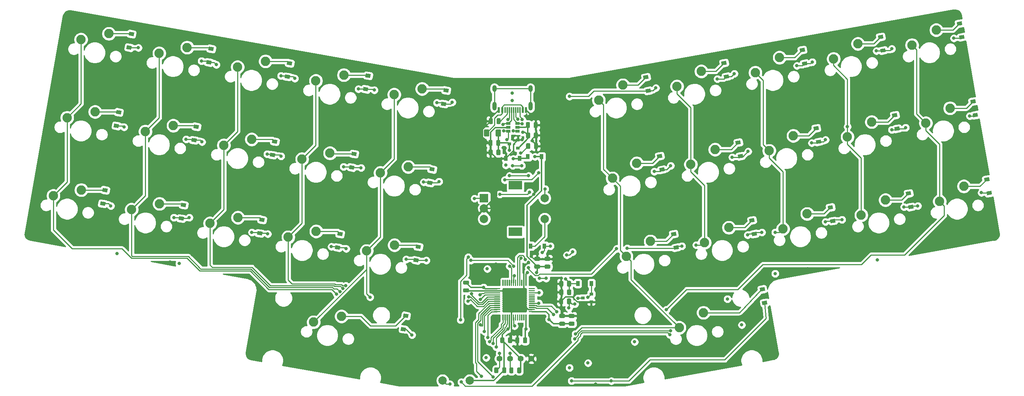
<source format=gbl>
G04 #@! TF.GenerationSoftware,KiCad,Pcbnew,5.1.6*
G04 #@! TF.CreationDate,2020-09-11T23:11:54-04:00*
G04 #@! TF.ProjectId,pcb,7063622e-6b69-4636-9164-5f7063625858,rev?*
G04 #@! TF.SameCoordinates,Original*
G04 #@! TF.FileFunction,Copper,L2,Bot*
G04 #@! TF.FilePolarity,Positive*
%FSLAX46Y46*%
G04 Gerber Fmt 4.6, Leading zero omitted, Abs format (unit mm)*
G04 Created by KiCad (PCBNEW 5.1.6) date 2020-09-11 23:11:54*
%MOMM*%
%LPD*%
G01*
G04 APERTURE LIST*
G04 #@! TA.AperFunction,ComponentPad*
%ADD10C,2.000000*%
G04 #@! TD*
G04 #@! TA.AperFunction,ComponentPad*
%ADD11R,3.200000X2.000000*%
G04 #@! TD*
G04 #@! TA.AperFunction,ComponentPad*
%ADD12R,2.000000X2.000000*%
G04 #@! TD*
G04 #@! TA.AperFunction,SMDPad,CuDef*
%ADD13R,0.900000X1.200000*%
G04 #@! TD*
G04 #@! TA.AperFunction,SMDPad,CuDef*
%ADD14R,0.900000X0.800000*%
G04 #@! TD*
G04 #@! TA.AperFunction,ComponentPad*
%ADD15C,2.250000*%
G04 #@! TD*
G04 #@! TA.AperFunction,SMDPad,CuDef*
%ADD16R,1.060000X0.650000*%
G04 #@! TD*
G04 #@! TA.AperFunction,ComponentPad*
%ADD17C,1.397000*%
G04 #@! TD*
G04 #@! TA.AperFunction,SMDPad,CuDef*
%ADD18R,0.600000X1.450000*%
G04 #@! TD*
G04 #@! TA.AperFunction,SMDPad,CuDef*
%ADD19R,0.300000X1.450000*%
G04 #@! TD*
G04 #@! TA.AperFunction,ComponentPad*
%ADD20O,1.000000X2.100000*%
G04 #@! TD*
G04 #@! TA.AperFunction,ComponentPad*
%ADD21O,1.000000X1.600000*%
G04 #@! TD*
G04 #@! TA.AperFunction,SMDPad,CuDef*
%ADD22C,0.100000*%
G04 #@! TD*
G04 #@! TA.AperFunction,ViaPad*
%ADD23C,0.800000*%
G04 #@! TD*
G04 #@! TA.AperFunction,Conductor*
%ADD24C,0.300000*%
G04 #@! TD*
G04 #@! TA.AperFunction,Conductor*
%ADD25C,0.254000*%
G04 #@! TD*
G04 APERTURE END LIST*
D10*
X146700000Y-122642000D03*
X146700000Y-117642000D03*
D11*
X139700000Y-125742000D03*
X139700000Y-114542000D03*
D10*
X132200000Y-122642000D03*
X132200000Y-120142000D03*
D12*
X132200000Y-117642000D03*
D13*
X137440000Y-108120000D03*
X140740000Y-108120000D03*
D14*
X155875000Y-141624000D03*
X157875000Y-142574000D03*
X157875000Y-140674000D03*
D15*
X247113113Y-114800337D03*
X241300650Y-118404415D03*
X243805116Y-96039750D03*
X237992653Y-99643828D03*
X240497118Y-77279162D03*
X234684655Y-80883240D03*
X228352526Y-118108335D03*
X222540063Y-121712413D03*
X225044528Y-99347747D03*
X219232065Y-102951825D03*
X221736530Y-80587160D03*
X215924067Y-84191238D03*
X209591938Y-121416333D03*
X203779475Y-125020411D03*
X206283940Y-102655745D03*
X200471477Y-106259823D03*
X202975942Y-83895158D03*
X197163479Y-87499236D03*
X190831350Y-124724331D03*
X185018887Y-128328409D03*
X187523352Y-105963743D03*
X181710889Y-109567821D03*
X184215355Y-87203155D03*
X178402892Y-90807233D03*
X184759054Y-145138917D03*
X178946591Y-148742995D03*
X172070763Y-128032329D03*
X166258300Y-131636407D03*
X168762765Y-109271741D03*
X162950302Y-112875819D03*
X165454767Y-90511153D03*
X159642304Y-94115231D03*
X98056269Y-146021050D03*
X91361674Y-147419796D03*
X110744560Y-128914462D03*
X104049965Y-130313208D03*
X114052558Y-110153874D03*
X107357963Y-111552620D03*
X117360556Y-91393286D03*
X110665961Y-92792032D03*
X91983973Y-125606464D03*
X85289378Y-127005210D03*
X95291971Y-106845876D03*
X88597376Y-108244622D03*
X98599968Y-88085288D03*
X91905373Y-89484034D03*
X73223385Y-122298466D03*
X66528790Y-123697212D03*
X76531383Y-103537878D03*
X69836788Y-104936624D03*
X79839381Y-84777291D03*
X73144786Y-86176037D03*
X54462797Y-118990468D03*
X47768202Y-120389214D03*
X57770795Y-100229880D03*
X51076200Y-101628626D03*
X61078793Y-81469293D03*
X54384198Y-82868039D03*
X35702210Y-115682470D03*
X29007615Y-117081216D03*
X39010207Y-96921883D03*
X32315612Y-98320629D03*
X42318205Y-78161295D03*
X35623610Y-79560041D03*
D16*
X138049000Y-101595000D03*
X138049000Y-100645000D03*
X138049000Y-99695000D03*
X140249000Y-99695000D03*
X140249000Y-101595000D03*
X140249000Y-100645000D03*
D14*
X140303000Y-103698000D03*
X140303000Y-105598000D03*
X138303000Y-104648000D03*
G04 #@! TA.AperFunction,SMDPad,CuDef*
G36*
G01*
X142315000Y-147040000D02*
X142165000Y-147040000D01*
G75*
G02*
X142090000Y-146965000I0J75000D01*
G01*
X142090000Y-145640000D01*
G75*
G02*
X142165000Y-145565000I75000J0D01*
G01*
X142315000Y-145565000D01*
G75*
G02*
X142390000Y-145640000I0J-75000D01*
G01*
X142390000Y-146965000D01*
G75*
G02*
X142315000Y-147040000I-75000J0D01*
G01*
G37*
G04 #@! TD.AperFunction*
G04 #@! TA.AperFunction,SMDPad,CuDef*
G36*
G01*
X141815000Y-147040000D02*
X141665000Y-147040000D01*
G75*
G02*
X141590000Y-146965000I0J75000D01*
G01*
X141590000Y-145640000D01*
G75*
G02*
X141665000Y-145565000I75000J0D01*
G01*
X141815000Y-145565000D01*
G75*
G02*
X141890000Y-145640000I0J-75000D01*
G01*
X141890000Y-146965000D01*
G75*
G02*
X141815000Y-147040000I-75000J0D01*
G01*
G37*
G04 #@! TD.AperFunction*
G04 #@! TA.AperFunction,SMDPad,CuDef*
G36*
G01*
X141315000Y-147040000D02*
X141165000Y-147040000D01*
G75*
G02*
X141090000Y-146965000I0J75000D01*
G01*
X141090000Y-145640000D01*
G75*
G02*
X141165000Y-145565000I75000J0D01*
G01*
X141315000Y-145565000D01*
G75*
G02*
X141390000Y-145640000I0J-75000D01*
G01*
X141390000Y-146965000D01*
G75*
G02*
X141315000Y-147040000I-75000J0D01*
G01*
G37*
G04 #@! TD.AperFunction*
G04 #@! TA.AperFunction,SMDPad,CuDef*
G36*
G01*
X140815000Y-147040000D02*
X140665000Y-147040000D01*
G75*
G02*
X140590000Y-146965000I0J75000D01*
G01*
X140590000Y-145640000D01*
G75*
G02*
X140665000Y-145565000I75000J0D01*
G01*
X140815000Y-145565000D01*
G75*
G02*
X140890000Y-145640000I0J-75000D01*
G01*
X140890000Y-146965000D01*
G75*
G02*
X140815000Y-147040000I-75000J0D01*
G01*
G37*
G04 #@! TD.AperFunction*
G04 #@! TA.AperFunction,SMDPad,CuDef*
G36*
G01*
X140315000Y-147040000D02*
X140165000Y-147040000D01*
G75*
G02*
X140090000Y-146965000I0J75000D01*
G01*
X140090000Y-145640000D01*
G75*
G02*
X140165000Y-145565000I75000J0D01*
G01*
X140315000Y-145565000D01*
G75*
G02*
X140390000Y-145640000I0J-75000D01*
G01*
X140390000Y-146965000D01*
G75*
G02*
X140315000Y-147040000I-75000J0D01*
G01*
G37*
G04 #@! TD.AperFunction*
G04 #@! TA.AperFunction,SMDPad,CuDef*
G36*
G01*
X139815000Y-147040000D02*
X139665000Y-147040000D01*
G75*
G02*
X139590000Y-146965000I0J75000D01*
G01*
X139590000Y-145640000D01*
G75*
G02*
X139665000Y-145565000I75000J0D01*
G01*
X139815000Y-145565000D01*
G75*
G02*
X139890000Y-145640000I0J-75000D01*
G01*
X139890000Y-146965000D01*
G75*
G02*
X139815000Y-147040000I-75000J0D01*
G01*
G37*
G04 #@! TD.AperFunction*
G04 #@! TA.AperFunction,SMDPad,CuDef*
G36*
G01*
X139315000Y-147040000D02*
X139165000Y-147040000D01*
G75*
G02*
X139090000Y-146965000I0J75000D01*
G01*
X139090000Y-145640000D01*
G75*
G02*
X139165000Y-145565000I75000J0D01*
G01*
X139315000Y-145565000D01*
G75*
G02*
X139390000Y-145640000I0J-75000D01*
G01*
X139390000Y-146965000D01*
G75*
G02*
X139315000Y-147040000I-75000J0D01*
G01*
G37*
G04 #@! TD.AperFunction*
G04 #@! TA.AperFunction,SMDPad,CuDef*
G36*
G01*
X138815000Y-147040000D02*
X138665000Y-147040000D01*
G75*
G02*
X138590000Y-146965000I0J75000D01*
G01*
X138590000Y-145640000D01*
G75*
G02*
X138665000Y-145565000I75000J0D01*
G01*
X138815000Y-145565000D01*
G75*
G02*
X138890000Y-145640000I0J-75000D01*
G01*
X138890000Y-146965000D01*
G75*
G02*
X138815000Y-147040000I-75000J0D01*
G01*
G37*
G04 #@! TD.AperFunction*
G04 #@! TA.AperFunction,SMDPad,CuDef*
G36*
G01*
X138315000Y-147040000D02*
X138165000Y-147040000D01*
G75*
G02*
X138090000Y-146965000I0J75000D01*
G01*
X138090000Y-145640000D01*
G75*
G02*
X138165000Y-145565000I75000J0D01*
G01*
X138315000Y-145565000D01*
G75*
G02*
X138390000Y-145640000I0J-75000D01*
G01*
X138390000Y-146965000D01*
G75*
G02*
X138315000Y-147040000I-75000J0D01*
G01*
G37*
G04 #@! TD.AperFunction*
G04 #@! TA.AperFunction,SMDPad,CuDef*
G36*
G01*
X137815000Y-147040000D02*
X137665000Y-147040000D01*
G75*
G02*
X137590000Y-146965000I0J75000D01*
G01*
X137590000Y-145640000D01*
G75*
G02*
X137665000Y-145565000I75000J0D01*
G01*
X137815000Y-145565000D01*
G75*
G02*
X137890000Y-145640000I0J-75000D01*
G01*
X137890000Y-146965000D01*
G75*
G02*
X137815000Y-147040000I-75000J0D01*
G01*
G37*
G04 #@! TD.AperFunction*
G04 #@! TA.AperFunction,SMDPad,CuDef*
G36*
G01*
X137315000Y-147040000D02*
X137165000Y-147040000D01*
G75*
G02*
X137090000Y-146965000I0J75000D01*
G01*
X137090000Y-145640000D01*
G75*
G02*
X137165000Y-145565000I75000J0D01*
G01*
X137315000Y-145565000D01*
G75*
G02*
X137390000Y-145640000I0J-75000D01*
G01*
X137390000Y-146965000D01*
G75*
G02*
X137315000Y-147040000I-75000J0D01*
G01*
G37*
G04 #@! TD.AperFunction*
G04 #@! TA.AperFunction,SMDPad,CuDef*
G36*
G01*
X136815000Y-147040000D02*
X136665000Y-147040000D01*
G75*
G02*
X136590000Y-146965000I0J75000D01*
G01*
X136590000Y-145640000D01*
G75*
G02*
X136665000Y-145565000I75000J0D01*
G01*
X136815000Y-145565000D01*
G75*
G02*
X136890000Y-145640000I0J-75000D01*
G01*
X136890000Y-146965000D01*
G75*
G02*
X136815000Y-147040000I-75000J0D01*
G01*
G37*
G04 #@! TD.AperFunction*
G04 #@! TA.AperFunction,SMDPad,CuDef*
G36*
G01*
X135990000Y-145040000D02*
X134665000Y-145040000D01*
G75*
G02*
X134590000Y-144965000I0J75000D01*
G01*
X134590000Y-144815000D01*
G75*
G02*
X134665000Y-144740000I75000J0D01*
G01*
X135990000Y-144740000D01*
G75*
G02*
X136065000Y-144815000I0J-75000D01*
G01*
X136065000Y-144965000D01*
G75*
G02*
X135990000Y-145040000I-75000J0D01*
G01*
G37*
G04 #@! TD.AperFunction*
G04 #@! TA.AperFunction,SMDPad,CuDef*
G36*
G01*
X135990000Y-144540000D02*
X134665000Y-144540000D01*
G75*
G02*
X134590000Y-144465000I0J75000D01*
G01*
X134590000Y-144315000D01*
G75*
G02*
X134665000Y-144240000I75000J0D01*
G01*
X135990000Y-144240000D01*
G75*
G02*
X136065000Y-144315000I0J-75000D01*
G01*
X136065000Y-144465000D01*
G75*
G02*
X135990000Y-144540000I-75000J0D01*
G01*
G37*
G04 #@! TD.AperFunction*
G04 #@! TA.AperFunction,SMDPad,CuDef*
G36*
G01*
X135990000Y-144040000D02*
X134665000Y-144040000D01*
G75*
G02*
X134590000Y-143965000I0J75000D01*
G01*
X134590000Y-143815000D01*
G75*
G02*
X134665000Y-143740000I75000J0D01*
G01*
X135990000Y-143740000D01*
G75*
G02*
X136065000Y-143815000I0J-75000D01*
G01*
X136065000Y-143965000D01*
G75*
G02*
X135990000Y-144040000I-75000J0D01*
G01*
G37*
G04 #@! TD.AperFunction*
G04 #@! TA.AperFunction,SMDPad,CuDef*
G36*
G01*
X135990000Y-143540000D02*
X134665000Y-143540000D01*
G75*
G02*
X134590000Y-143465000I0J75000D01*
G01*
X134590000Y-143315000D01*
G75*
G02*
X134665000Y-143240000I75000J0D01*
G01*
X135990000Y-143240000D01*
G75*
G02*
X136065000Y-143315000I0J-75000D01*
G01*
X136065000Y-143465000D01*
G75*
G02*
X135990000Y-143540000I-75000J0D01*
G01*
G37*
G04 #@! TD.AperFunction*
G04 #@! TA.AperFunction,SMDPad,CuDef*
G36*
G01*
X135990000Y-143040000D02*
X134665000Y-143040000D01*
G75*
G02*
X134590000Y-142965000I0J75000D01*
G01*
X134590000Y-142815000D01*
G75*
G02*
X134665000Y-142740000I75000J0D01*
G01*
X135990000Y-142740000D01*
G75*
G02*
X136065000Y-142815000I0J-75000D01*
G01*
X136065000Y-142965000D01*
G75*
G02*
X135990000Y-143040000I-75000J0D01*
G01*
G37*
G04 #@! TD.AperFunction*
G04 #@! TA.AperFunction,SMDPad,CuDef*
G36*
G01*
X135990000Y-142540000D02*
X134665000Y-142540000D01*
G75*
G02*
X134590000Y-142465000I0J75000D01*
G01*
X134590000Y-142315000D01*
G75*
G02*
X134665000Y-142240000I75000J0D01*
G01*
X135990000Y-142240000D01*
G75*
G02*
X136065000Y-142315000I0J-75000D01*
G01*
X136065000Y-142465000D01*
G75*
G02*
X135990000Y-142540000I-75000J0D01*
G01*
G37*
G04 #@! TD.AperFunction*
G04 #@! TA.AperFunction,SMDPad,CuDef*
G36*
G01*
X135990000Y-142040000D02*
X134665000Y-142040000D01*
G75*
G02*
X134590000Y-141965000I0J75000D01*
G01*
X134590000Y-141815000D01*
G75*
G02*
X134665000Y-141740000I75000J0D01*
G01*
X135990000Y-141740000D01*
G75*
G02*
X136065000Y-141815000I0J-75000D01*
G01*
X136065000Y-141965000D01*
G75*
G02*
X135990000Y-142040000I-75000J0D01*
G01*
G37*
G04 #@! TD.AperFunction*
G04 #@! TA.AperFunction,SMDPad,CuDef*
G36*
G01*
X135990000Y-141540000D02*
X134665000Y-141540000D01*
G75*
G02*
X134590000Y-141465000I0J75000D01*
G01*
X134590000Y-141315000D01*
G75*
G02*
X134665000Y-141240000I75000J0D01*
G01*
X135990000Y-141240000D01*
G75*
G02*
X136065000Y-141315000I0J-75000D01*
G01*
X136065000Y-141465000D01*
G75*
G02*
X135990000Y-141540000I-75000J0D01*
G01*
G37*
G04 #@! TD.AperFunction*
G04 #@! TA.AperFunction,SMDPad,CuDef*
G36*
G01*
X135990000Y-141040000D02*
X134665000Y-141040000D01*
G75*
G02*
X134590000Y-140965000I0J75000D01*
G01*
X134590000Y-140815000D01*
G75*
G02*
X134665000Y-140740000I75000J0D01*
G01*
X135990000Y-140740000D01*
G75*
G02*
X136065000Y-140815000I0J-75000D01*
G01*
X136065000Y-140965000D01*
G75*
G02*
X135990000Y-141040000I-75000J0D01*
G01*
G37*
G04 #@! TD.AperFunction*
G04 #@! TA.AperFunction,SMDPad,CuDef*
G36*
G01*
X135990000Y-140540000D02*
X134665000Y-140540000D01*
G75*
G02*
X134590000Y-140465000I0J75000D01*
G01*
X134590000Y-140315000D01*
G75*
G02*
X134665000Y-140240000I75000J0D01*
G01*
X135990000Y-140240000D01*
G75*
G02*
X136065000Y-140315000I0J-75000D01*
G01*
X136065000Y-140465000D01*
G75*
G02*
X135990000Y-140540000I-75000J0D01*
G01*
G37*
G04 #@! TD.AperFunction*
G04 #@! TA.AperFunction,SMDPad,CuDef*
G36*
G01*
X135990000Y-140040000D02*
X134665000Y-140040000D01*
G75*
G02*
X134590000Y-139965000I0J75000D01*
G01*
X134590000Y-139815000D01*
G75*
G02*
X134665000Y-139740000I75000J0D01*
G01*
X135990000Y-139740000D01*
G75*
G02*
X136065000Y-139815000I0J-75000D01*
G01*
X136065000Y-139965000D01*
G75*
G02*
X135990000Y-140040000I-75000J0D01*
G01*
G37*
G04 #@! TD.AperFunction*
G04 #@! TA.AperFunction,SMDPad,CuDef*
G36*
G01*
X135990000Y-139540000D02*
X134665000Y-139540000D01*
G75*
G02*
X134590000Y-139465000I0J75000D01*
G01*
X134590000Y-139315000D01*
G75*
G02*
X134665000Y-139240000I75000J0D01*
G01*
X135990000Y-139240000D01*
G75*
G02*
X136065000Y-139315000I0J-75000D01*
G01*
X136065000Y-139465000D01*
G75*
G02*
X135990000Y-139540000I-75000J0D01*
G01*
G37*
G04 #@! TD.AperFunction*
G04 #@! TA.AperFunction,SMDPad,CuDef*
G36*
G01*
X136815000Y-138715000D02*
X136665000Y-138715000D01*
G75*
G02*
X136590000Y-138640000I0J75000D01*
G01*
X136590000Y-137315000D01*
G75*
G02*
X136665000Y-137240000I75000J0D01*
G01*
X136815000Y-137240000D01*
G75*
G02*
X136890000Y-137315000I0J-75000D01*
G01*
X136890000Y-138640000D01*
G75*
G02*
X136815000Y-138715000I-75000J0D01*
G01*
G37*
G04 #@! TD.AperFunction*
G04 #@! TA.AperFunction,SMDPad,CuDef*
G36*
G01*
X137315000Y-138715000D02*
X137165000Y-138715000D01*
G75*
G02*
X137090000Y-138640000I0J75000D01*
G01*
X137090000Y-137315000D01*
G75*
G02*
X137165000Y-137240000I75000J0D01*
G01*
X137315000Y-137240000D01*
G75*
G02*
X137390000Y-137315000I0J-75000D01*
G01*
X137390000Y-138640000D01*
G75*
G02*
X137315000Y-138715000I-75000J0D01*
G01*
G37*
G04 #@! TD.AperFunction*
G04 #@! TA.AperFunction,SMDPad,CuDef*
G36*
G01*
X137815000Y-138715000D02*
X137665000Y-138715000D01*
G75*
G02*
X137590000Y-138640000I0J75000D01*
G01*
X137590000Y-137315000D01*
G75*
G02*
X137665000Y-137240000I75000J0D01*
G01*
X137815000Y-137240000D01*
G75*
G02*
X137890000Y-137315000I0J-75000D01*
G01*
X137890000Y-138640000D01*
G75*
G02*
X137815000Y-138715000I-75000J0D01*
G01*
G37*
G04 #@! TD.AperFunction*
G04 #@! TA.AperFunction,SMDPad,CuDef*
G36*
G01*
X138315000Y-138715000D02*
X138165000Y-138715000D01*
G75*
G02*
X138090000Y-138640000I0J75000D01*
G01*
X138090000Y-137315000D01*
G75*
G02*
X138165000Y-137240000I75000J0D01*
G01*
X138315000Y-137240000D01*
G75*
G02*
X138390000Y-137315000I0J-75000D01*
G01*
X138390000Y-138640000D01*
G75*
G02*
X138315000Y-138715000I-75000J0D01*
G01*
G37*
G04 #@! TD.AperFunction*
G04 #@! TA.AperFunction,SMDPad,CuDef*
G36*
G01*
X138815000Y-138715000D02*
X138665000Y-138715000D01*
G75*
G02*
X138590000Y-138640000I0J75000D01*
G01*
X138590000Y-137315000D01*
G75*
G02*
X138665000Y-137240000I75000J0D01*
G01*
X138815000Y-137240000D01*
G75*
G02*
X138890000Y-137315000I0J-75000D01*
G01*
X138890000Y-138640000D01*
G75*
G02*
X138815000Y-138715000I-75000J0D01*
G01*
G37*
G04 #@! TD.AperFunction*
G04 #@! TA.AperFunction,SMDPad,CuDef*
G36*
G01*
X139315000Y-138715000D02*
X139165000Y-138715000D01*
G75*
G02*
X139090000Y-138640000I0J75000D01*
G01*
X139090000Y-137315000D01*
G75*
G02*
X139165000Y-137240000I75000J0D01*
G01*
X139315000Y-137240000D01*
G75*
G02*
X139390000Y-137315000I0J-75000D01*
G01*
X139390000Y-138640000D01*
G75*
G02*
X139315000Y-138715000I-75000J0D01*
G01*
G37*
G04 #@! TD.AperFunction*
G04 #@! TA.AperFunction,SMDPad,CuDef*
G36*
G01*
X139815000Y-138715000D02*
X139665000Y-138715000D01*
G75*
G02*
X139590000Y-138640000I0J75000D01*
G01*
X139590000Y-137315000D01*
G75*
G02*
X139665000Y-137240000I75000J0D01*
G01*
X139815000Y-137240000D01*
G75*
G02*
X139890000Y-137315000I0J-75000D01*
G01*
X139890000Y-138640000D01*
G75*
G02*
X139815000Y-138715000I-75000J0D01*
G01*
G37*
G04 #@! TD.AperFunction*
G04 #@! TA.AperFunction,SMDPad,CuDef*
G36*
G01*
X140315000Y-138715000D02*
X140165000Y-138715000D01*
G75*
G02*
X140090000Y-138640000I0J75000D01*
G01*
X140090000Y-137315000D01*
G75*
G02*
X140165000Y-137240000I75000J0D01*
G01*
X140315000Y-137240000D01*
G75*
G02*
X140390000Y-137315000I0J-75000D01*
G01*
X140390000Y-138640000D01*
G75*
G02*
X140315000Y-138715000I-75000J0D01*
G01*
G37*
G04 #@! TD.AperFunction*
G04 #@! TA.AperFunction,SMDPad,CuDef*
G36*
G01*
X140815000Y-138715000D02*
X140665000Y-138715000D01*
G75*
G02*
X140590000Y-138640000I0J75000D01*
G01*
X140590000Y-137315000D01*
G75*
G02*
X140665000Y-137240000I75000J0D01*
G01*
X140815000Y-137240000D01*
G75*
G02*
X140890000Y-137315000I0J-75000D01*
G01*
X140890000Y-138640000D01*
G75*
G02*
X140815000Y-138715000I-75000J0D01*
G01*
G37*
G04 #@! TD.AperFunction*
G04 #@! TA.AperFunction,SMDPad,CuDef*
G36*
G01*
X141315000Y-138715000D02*
X141165000Y-138715000D01*
G75*
G02*
X141090000Y-138640000I0J75000D01*
G01*
X141090000Y-137315000D01*
G75*
G02*
X141165000Y-137240000I75000J0D01*
G01*
X141315000Y-137240000D01*
G75*
G02*
X141390000Y-137315000I0J-75000D01*
G01*
X141390000Y-138640000D01*
G75*
G02*
X141315000Y-138715000I-75000J0D01*
G01*
G37*
G04 #@! TD.AperFunction*
G04 #@! TA.AperFunction,SMDPad,CuDef*
G36*
G01*
X141815000Y-138715000D02*
X141665000Y-138715000D01*
G75*
G02*
X141590000Y-138640000I0J75000D01*
G01*
X141590000Y-137315000D01*
G75*
G02*
X141665000Y-137240000I75000J0D01*
G01*
X141815000Y-137240000D01*
G75*
G02*
X141890000Y-137315000I0J-75000D01*
G01*
X141890000Y-138640000D01*
G75*
G02*
X141815000Y-138715000I-75000J0D01*
G01*
G37*
G04 #@! TD.AperFunction*
G04 #@! TA.AperFunction,SMDPad,CuDef*
G36*
G01*
X142315000Y-138715000D02*
X142165000Y-138715000D01*
G75*
G02*
X142090000Y-138640000I0J75000D01*
G01*
X142090000Y-137315000D01*
G75*
G02*
X142165000Y-137240000I75000J0D01*
G01*
X142315000Y-137240000D01*
G75*
G02*
X142390000Y-137315000I0J-75000D01*
G01*
X142390000Y-138640000D01*
G75*
G02*
X142315000Y-138715000I-75000J0D01*
G01*
G37*
G04 #@! TD.AperFunction*
G04 #@! TA.AperFunction,SMDPad,CuDef*
G36*
G01*
X144315000Y-139540000D02*
X142990000Y-139540000D01*
G75*
G02*
X142915000Y-139465000I0J75000D01*
G01*
X142915000Y-139315000D01*
G75*
G02*
X142990000Y-139240000I75000J0D01*
G01*
X144315000Y-139240000D01*
G75*
G02*
X144390000Y-139315000I0J-75000D01*
G01*
X144390000Y-139465000D01*
G75*
G02*
X144315000Y-139540000I-75000J0D01*
G01*
G37*
G04 #@! TD.AperFunction*
G04 #@! TA.AperFunction,SMDPad,CuDef*
G36*
G01*
X144315000Y-140040000D02*
X142990000Y-140040000D01*
G75*
G02*
X142915000Y-139965000I0J75000D01*
G01*
X142915000Y-139815000D01*
G75*
G02*
X142990000Y-139740000I75000J0D01*
G01*
X144315000Y-139740000D01*
G75*
G02*
X144390000Y-139815000I0J-75000D01*
G01*
X144390000Y-139965000D01*
G75*
G02*
X144315000Y-140040000I-75000J0D01*
G01*
G37*
G04 #@! TD.AperFunction*
G04 #@! TA.AperFunction,SMDPad,CuDef*
G36*
G01*
X144315000Y-140540000D02*
X142990000Y-140540000D01*
G75*
G02*
X142915000Y-140465000I0J75000D01*
G01*
X142915000Y-140315000D01*
G75*
G02*
X142990000Y-140240000I75000J0D01*
G01*
X144315000Y-140240000D01*
G75*
G02*
X144390000Y-140315000I0J-75000D01*
G01*
X144390000Y-140465000D01*
G75*
G02*
X144315000Y-140540000I-75000J0D01*
G01*
G37*
G04 #@! TD.AperFunction*
G04 #@! TA.AperFunction,SMDPad,CuDef*
G36*
G01*
X144315000Y-141040000D02*
X142990000Y-141040000D01*
G75*
G02*
X142915000Y-140965000I0J75000D01*
G01*
X142915000Y-140815000D01*
G75*
G02*
X142990000Y-140740000I75000J0D01*
G01*
X144315000Y-140740000D01*
G75*
G02*
X144390000Y-140815000I0J-75000D01*
G01*
X144390000Y-140965000D01*
G75*
G02*
X144315000Y-141040000I-75000J0D01*
G01*
G37*
G04 #@! TD.AperFunction*
G04 #@! TA.AperFunction,SMDPad,CuDef*
G36*
G01*
X144315000Y-141540000D02*
X142990000Y-141540000D01*
G75*
G02*
X142915000Y-141465000I0J75000D01*
G01*
X142915000Y-141315000D01*
G75*
G02*
X142990000Y-141240000I75000J0D01*
G01*
X144315000Y-141240000D01*
G75*
G02*
X144390000Y-141315000I0J-75000D01*
G01*
X144390000Y-141465000D01*
G75*
G02*
X144315000Y-141540000I-75000J0D01*
G01*
G37*
G04 #@! TD.AperFunction*
G04 #@! TA.AperFunction,SMDPad,CuDef*
G36*
G01*
X144315000Y-142040000D02*
X142990000Y-142040000D01*
G75*
G02*
X142915000Y-141965000I0J75000D01*
G01*
X142915000Y-141815000D01*
G75*
G02*
X142990000Y-141740000I75000J0D01*
G01*
X144315000Y-141740000D01*
G75*
G02*
X144390000Y-141815000I0J-75000D01*
G01*
X144390000Y-141965000D01*
G75*
G02*
X144315000Y-142040000I-75000J0D01*
G01*
G37*
G04 #@! TD.AperFunction*
G04 #@! TA.AperFunction,SMDPad,CuDef*
G36*
G01*
X144315000Y-142540000D02*
X142990000Y-142540000D01*
G75*
G02*
X142915000Y-142465000I0J75000D01*
G01*
X142915000Y-142315000D01*
G75*
G02*
X142990000Y-142240000I75000J0D01*
G01*
X144315000Y-142240000D01*
G75*
G02*
X144390000Y-142315000I0J-75000D01*
G01*
X144390000Y-142465000D01*
G75*
G02*
X144315000Y-142540000I-75000J0D01*
G01*
G37*
G04 #@! TD.AperFunction*
G04 #@! TA.AperFunction,SMDPad,CuDef*
G36*
G01*
X144315000Y-143040000D02*
X142990000Y-143040000D01*
G75*
G02*
X142915000Y-142965000I0J75000D01*
G01*
X142915000Y-142815000D01*
G75*
G02*
X142990000Y-142740000I75000J0D01*
G01*
X144315000Y-142740000D01*
G75*
G02*
X144390000Y-142815000I0J-75000D01*
G01*
X144390000Y-142965000D01*
G75*
G02*
X144315000Y-143040000I-75000J0D01*
G01*
G37*
G04 #@! TD.AperFunction*
G04 #@! TA.AperFunction,SMDPad,CuDef*
G36*
G01*
X144315000Y-143540000D02*
X142990000Y-143540000D01*
G75*
G02*
X142915000Y-143465000I0J75000D01*
G01*
X142915000Y-143315000D01*
G75*
G02*
X142990000Y-143240000I75000J0D01*
G01*
X144315000Y-143240000D01*
G75*
G02*
X144390000Y-143315000I0J-75000D01*
G01*
X144390000Y-143465000D01*
G75*
G02*
X144315000Y-143540000I-75000J0D01*
G01*
G37*
G04 #@! TD.AperFunction*
G04 #@! TA.AperFunction,SMDPad,CuDef*
G36*
G01*
X144315000Y-144040000D02*
X142990000Y-144040000D01*
G75*
G02*
X142915000Y-143965000I0J75000D01*
G01*
X142915000Y-143815000D01*
G75*
G02*
X142990000Y-143740000I75000J0D01*
G01*
X144315000Y-143740000D01*
G75*
G02*
X144390000Y-143815000I0J-75000D01*
G01*
X144390000Y-143965000D01*
G75*
G02*
X144315000Y-144040000I-75000J0D01*
G01*
G37*
G04 #@! TD.AperFunction*
G04 #@! TA.AperFunction,SMDPad,CuDef*
G36*
G01*
X144315000Y-144540000D02*
X142990000Y-144540000D01*
G75*
G02*
X142915000Y-144465000I0J75000D01*
G01*
X142915000Y-144315000D01*
G75*
G02*
X142990000Y-144240000I75000J0D01*
G01*
X144315000Y-144240000D01*
G75*
G02*
X144390000Y-144315000I0J-75000D01*
G01*
X144390000Y-144465000D01*
G75*
G02*
X144315000Y-144540000I-75000J0D01*
G01*
G37*
G04 #@! TD.AperFunction*
G04 #@! TA.AperFunction,SMDPad,CuDef*
G36*
G01*
X144315000Y-145040000D02*
X142990000Y-145040000D01*
G75*
G02*
X142915000Y-144965000I0J75000D01*
G01*
X142915000Y-144815000D01*
G75*
G02*
X142990000Y-144740000I75000J0D01*
G01*
X144315000Y-144740000D01*
G75*
G02*
X144390000Y-144815000I0J-75000D01*
G01*
X144390000Y-144965000D01*
G75*
G02*
X144315000Y-145040000I-75000J0D01*
G01*
G37*
G04 #@! TD.AperFunction*
D10*
X122270000Y-161440000D03*
X128770000Y-161440000D03*
G04 #@! TA.AperFunction,SMDPad,CuDef*
G36*
G01*
X141107500Y-158543750D02*
X141107500Y-159456250D01*
G75*
G02*
X140863750Y-159700000I-243750J0D01*
G01*
X140376250Y-159700000D01*
G75*
G02*
X140132500Y-159456250I0J243750D01*
G01*
X140132500Y-158543750D01*
G75*
G02*
X140376250Y-158300000I243750J0D01*
G01*
X140863750Y-158300000D01*
G75*
G02*
X141107500Y-158543750I0J-243750D01*
G01*
G37*
G04 #@! TD.AperFunction*
G04 #@! TA.AperFunction,SMDPad,CuDef*
G36*
G01*
X139232500Y-158543750D02*
X139232500Y-159456250D01*
G75*
G02*
X138988750Y-159700000I-243750J0D01*
G01*
X138501250Y-159700000D01*
G75*
G02*
X138257500Y-159456250I0J243750D01*
G01*
X138257500Y-158543750D01*
G75*
G02*
X138501250Y-158300000I243750J0D01*
G01*
X138988750Y-158300000D01*
G75*
G02*
X139232500Y-158543750I0J-243750D01*
G01*
G37*
G04 #@! TD.AperFunction*
G04 #@! TA.AperFunction,SMDPad,CuDef*
G36*
G01*
X134657500Y-159436250D02*
X134657500Y-158523750D01*
G75*
G02*
X134901250Y-158280000I243750J0D01*
G01*
X135388750Y-158280000D01*
G75*
G02*
X135632500Y-158523750I0J-243750D01*
G01*
X135632500Y-159436250D01*
G75*
G02*
X135388750Y-159680000I-243750J0D01*
G01*
X134901250Y-159680000D01*
G75*
G02*
X134657500Y-159436250I0J243750D01*
G01*
G37*
G04 #@! TD.AperFunction*
G04 #@! TA.AperFunction,SMDPad,CuDef*
G36*
G01*
X136532500Y-159436250D02*
X136532500Y-158523750D01*
G75*
G02*
X136776250Y-158280000I243750J0D01*
G01*
X137263750Y-158280000D01*
G75*
G02*
X137507500Y-158523750I0J-243750D01*
G01*
X137507500Y-159436250D01*
G75*
G02*
X137263750Y-159680000I-243750J0D01*
G01*
X136776250Y-159680000D01*
G75*
G02*
X136532500Y-159436250I0J243750D01*
G01*
G37*
G04 #@! TD.AperFunction*
G04 #@! TA.AperFunction,SMDPad,CuDef*
G36*
G01*
X135202500Y-99626250D02*
X135202500Y-98713750D01*
G75*
G02*
X135446250Y-98470000I243750J0D01*
G01*
X135933750Y-98470000D01*
G75*
G02*
X136177500Y-98713750I0J-243750D01*
G01*
X136177500Y-99626250D01*
G75*
G02*
X135933750Y-99870000I-243750J0D01*
G01*
X135446250Y-99870000D01*
G75*
G02*
X135202500Y-99626250I0J243750D01*
G01*
G37*
G04 #@! TD.AperFunction*
G04 #@! TA.AperFunction,SMDPad,CuDef*
G36*
G01*
X133327500Y-99626250D02*
X133327500Y-98713750D01*
G75*
G02*
X133571250Y-98470000I243750J0D01*
G01*
X134058750Y-98470000D01*
G75*
G02*
X134302500Y-98713750I0J-243750D01*
G01*
X134302500Y-99626250D01*
G75*
G02*
X134058750Y-99870000I-243750J0D01*
G01*
X133571250Y-99870000D01*
G75*
G02*
X133327500Y-99626250I0J243750D01*
G01*
G37*
G04 #@! TD.AperFunction*
G04 #@! TA.AperFunction,SMDPad,CuDef*
G36*
G01*
X143252500Y-104683750D02*
X143252500Y-105596250D01*
G75*
G02*
X143008750Y-105840000I-243750J0D01*
G01*
X142521250Y-105840000D01*
G75*
G02*
X142277500Y-105596250I0J243750D01*
G01*
X142277500Y-104683750D01*
G75*
G02*
X142521250Y-104440000I243750J0D01*
G01*
X143008750Y-104440000D01*
G75*
G02*
X143252500Y-104683750I0J-243750D01*
G01*
G37*
G04 #@! TD.AperFunction*
G04 #@! TA.AperFunction,SMDPad,CuDef*
G36*
G01*
X145127500Y-104683750D02*
X145127500Y-105596250D01*
G75*
G02*
X144883750Y-105840000I-243750J0D01*
G01*
X144396250Y-105840000D01*
G75*
G02*
X144152500Y-105596250I0J243750D01*
G01*
X144152500Y-104683750D01*
G75*
G02*
X144396250Y-104440000I243750J0D01*
G01*
X144883750Y-104440000D01*
G75*
G02*
X145127500Y-104683750I0J-243750D01*
G01*
G37*
G04 #@! TD.AperFunction*
G04 #@! TA.AperFunction,SMDPad,CuDef*
G36*
G01*
X151202500Y-139797750D02*
X151202500Y-140710250D01*
G75*
G02*
X150958750Y-140954000I-243750J0D01*
G01*
X150471250Y-140954000D01*
G75*
G02*
X150227500Y-140710250I0J243750D01*
G01*
X150227500Y-139797750D01*
G75*
G02*
X150471250Y-139554000I243750J0D01*
G01*
X150958750Y-139554000D01*
G75*
G02*
X151202500Y-139797750I0J-243750D01*
G01*
G37*
G04 #@! TD.AperFunction*
G04 #@! TA.AperFunction,SMDPad,CuDef*
G36*
G01*
X153077500Y-139797750D02*
X153077500Y-140710250D01*
G75*
G02*
X152833750Y-140954000I-243750J0D01*
G01*
X152346250Y-140954000D01*
G75*
G02*
X152102500Y-140710250I0J243750D01*
G01*
X152102500Y-139797750D01*
G75*
G02*
X152346250Y-139554000I243750J0D01*
G01*
X152833750Y-139554000D01*
G75*
G02*
X153077500Y-139797750I0J-243750D01*
G01*
G37*
G04 #@! TD.AperFunction*
G04 #@! TA.AperFunction,SMDPad,CuDef*
G36*
G01*
X144137500Y-103046250D02*
X144137500Y-102133750D01*
G75*
G02*
X144381250Y-101890000I243750J0D01*
G01*
X144868750Y-101890000D01*
G75*
G02*
X145112500Y-102133750I0J-243750D01*
G01*
X145112500Y-103046250D01*
G75*
G02*
X144868750Y-103290000I-243750J0D01*
G01*
X144381250Y-103290000D01*
G75*
G02*
X144137500Y-103046250I0J243750D01*
G01*
G37*
G04 #@! TD.AperFunction*
G04 #@! TA.AperFunction,SMDPad,CuDef*
G36*
G01*
X142262500Y-103046250D02*
X142262500Y-102133750D01*
G75*
G02*
X142506250Y-101890000I243750J0D01*
G01*
X142993750Y-101890000D01*
G75*
G02*
X143237500Y-102133750I0J-243750D01*
G01*
X143237500Y-103046250D01*
G75*
G02*
X142993750Y-103290000I-243750J0D01*
G01*
X142506250Y-103290000D01*
G75*
G02*
X142262500Y-103046250I0J243750D01*
G01*
G37*
G04 #@! TD.AperFunction*
G04 #@! TA.AperFunction,SMDPad,CuDef*
G36*
G01*
X136127500Y-106213750D02*
X136127500Y-107126250D01*
G75*
G02*
X135883750Y-107370000I-243750J0D01*
G01*
X135396250Y-107370000D01*
G75*
G02*
X135152500Y-107126250I0J243750D01*
G01*
X135152500Y-106213750D01*
G75*
G02*
X135396250Y-105970000I243750J0D01*
G01*
X135883750Y-105970000D01*
G75*
G02*
X136127500Y-106213750I0J-243750D01*
G01*
G37*
G04 #@! TD.AperFunction*
G04 #@! TA.AperFunction,SMDPad,CuDef*
G36*
G01*
X134252500Y-106213750D02*
X134252500Y-107126250D01*
G75*
G02*
X134008750Y-107370000I-243750J0D01*
G01*
X133521250Y-107370000D01*
G75*
G02*
X133277500Y-107126250I0J243750D01*
G01*
X133277500Y-106213750D01*
G75*
G02*
X133521250Y-105970000I243750J0D01*
G01*
X134008750Y-105970000D01*
G75*
G02*
X134252500Y-106213750I0J-243750D01*
G01*
G37*
G04 #@! TD.AperFunction*
D17*
X135890000Y-156210000D03*
X138430000Y-156210000D03*
X140970000Y-156210000D03*
X143510000Y-156210000D03*
D18*
X142260000Y-96465000D03*
X141460000Y-96465000D03*
X136560000Y-96465000D03*
X135760000Y-96465000D03*
X135760000Y-96465000D03*
X136560000Y-96465000D03*
X141460000Y-96465000D03*
X142260000Y-96465000D03*
D19*
X137260000Y-96465000D03*
X137760000Y-96465000D03*
X138260000Y-96465000D03*
X139260000Y-96465000D03*
X139760000Y-96465000D03*
X140260000Y-96465000D03*
X140760000Y-96465000D03*
X138760000Y-96465000D03*
D20*
X143330000Y-95550000D03*
X134690000Y-95550000D03*
D21*
X134690000Y-91370000D03*
X143330000Y-91370000D03*
G04 #@! TA.AperFunction,SMDPad,CuDef*
G36*
G01*
X136235000Y-101385000D02*
X136235000Y-102635000D01*
G75*
G02*
X135985000Y-102885000I-250000J0D01*
G01*
X135235000Y-102885000D01*
G75*
G02*
X134985000Y-102635000I0J250000D01*
G01*
X134985000Y-101385000D01*
G75*
G02*
X135235000Y-101135000I250000J0D01*
G01*
X135985000Y-101135000D01*
G75*
G02*
X136235000Y-101385000I0J-250000D01*
G01*
G37*
G04 #@! TD.AperFunction*
G04 #@! TA.AperFunction,SMDPad,CuDef*
G36*
G01*
X133435000Y-101385000D02*
X133435000Y-102635000D01*
G75*
G02*
X133185000Y-102885000I-250000J0D01*
G01*
X132435000Y-102885000D01*
G75*
G02*
X132185000Y-102635000I0J250000D01*
G01*
X132185000Y-101385000D01*
G75*
G02*
X132435000Y-101135000I250000J0D01*
G01*
X133185000Y-101135000D01*
G75*
G02*
X133435000Y-101385000I0J-250000D01*
G01*
G37*
G04 #@! TD.AperFunction*
D13*
X154645000Y-138144000D03*
X157945000Y-138144000D03*
X146000000Y-107690000D03*
X142700000Y-107690000D03*
X143383000Y-129159000D03*
X146683000Y-129159000D03*
G04 #@! TA.AperFunction,SMDPad,CuDef*
D22*
G36*
X253292507Y-113504042D02*
G01*
X252110738Y-113712419D01*
X251954455Y-112826092D01*
X253136224Y-112617715D01*
X253292507Y-113504042D01*
G37*
G04 #@! TD.AperFunction*
G04 #@! TA.AperFunction,SMDPad,CuDef*
G36*
X253865545Y-116753908D02*
G01*
X252683776Y-116962285D01*
X252527493Y-116075958D01*
X253709262Y-115867581D01*
X253865545Y-116753908D01*
G37*
G04 #@! TD.AperFunction*
G04 #@! TA.AperFunction,SMDPad,CuDef*
G36*
X249982507Y-94794042D02*
G01*
X248800738Y-95002419D01*
X248644455Y-94116092D01*
X249826224Y-93907715D01*
X249982507Y-94794042D01*
G37*
G04 #@! TD.AperFunction*
G04 #@! TA.AperFunction,SMDPad,CuDef*
G36*
X250555545Y-98043908D02*
G01*
X249373776Y-98252285D01*
X249217493Y-97365958D01*
X250399262Y-97157581D01*
X250555545Y-98043908D01*
G37*
G04 #@! TD.AperFunction*
G04 #@! TA.AperFunction,SMDPad,CuDef*
G36*
X246752507Y-76064042D02*
G01*
X245570738Y-76272419D01*
X245414455Y-75386092D01*
X246596224Y-75177715D01*
X246752507Y-76064042D01*
G37*
G04 #@! TD.AperFunction*
G04 #@! TA.AperFunction,SMDPad,CuDef*
G36*
X247325545Y-79313908D02*
G01*
X246143776Y-79522285D01*
X245987493Y-78635958D01*
X247169262Y-78427581D01*
X247325545Y-79313908D01*
G37*
G04 #@! TD.AperFunction*
G04 #@! TA.AperFunction,SMDPad,CuDef*
G36*
X234542507Y-116854042D02*
G01*
X233360738Y-117062419D01*
X233204455Y-116176092D01*
X234386224Y-115967715D01*
X234542507Y-116854042D01*
G37*
G04 #@! TD.AperFunction*
G04 #@! TA.AperFunction,SMDPad,CuDef*
G36*
X235115545Y-120103908D02*
G01*
X233933776Y-120312285D01*
X233777493Y-119425958D01*
X234959262Y-119217581D01*
X235115545Y-120103908D01*
G37*
G04 #@! TD.AperFunction*
G04 #@! TA.AperFunction,SMDPad,CuDef*
G36*
X231242507Y-98064042D02*
G01*
X230060738Y-98272419D01*
X229904455Y-97386092D01*
X231086224Y-97177715D01*
X231242507Y-98064042D01*
G37*
G04 #@! TD.AperFunction*
G04 #@! TA.AperFunction,SMDPad,CuDef*
G36*
X231815545Y-101313908D02*
G01*
X230633776Y-101522285D01*
X230477493Y-100635958D01*
X231659262Y-100427581D01*
X231815545Y-101313908D01*
G37*
G04 #@! TD.AperFunction*
G04 #@! TA.AperFunction,SMDPad,CuDef*
G36*
X227872507Y-79274042D02*
G01*
X226690738Y-79482419D01*
X226534455Y-78596092D01*
X227716224Y-78387715D01*
X227872507Y-79274042D01*
G37*
G04 #@! TD.AperFunction*
G04 #@! TA.AperFunction,SMDPad,CuDef*
G36*
X228445545Y-82523908D02*
G01*
X227263776Y-82732285D01*
X227107493Y-81845958D01*
X228289262Y-81637581D01*
X228445545Y-82523908D01*
G37*
G04 #@! TD.AperFunction*
G04 #@! TA.AperFunction,SMDPad,CuDef*
G36*
X215842507Y-120214042D02*
G01*
X214660738Y-120422419D01*
X214504455Y-119536092D01*
X215686224Y-119327715D01*
X215842507Y-120214042D01*
G37*
G04 #@! TD.AperFunction*
G04 #@! TA.AperFunction,SMDPad,CuDef*
G36*
X216415545Y-123463908D02*
G01*
X215233776Y-123672285D01*
X215077493Y-122785958D01*
X216259262Y-122577581D01*
X216415545Y-123463908D01*
G37*
G04 #@! TD.AperFunction*
G04 #@! TA.AperFunction,SMDPad,CuDef*
G36*
X212422507Y-101204042D02*
G01*
X211240738Y-101412419D01*
X211084455Y-100526092D01*
X212266224Y-100317715D01*
X212422507Y-101204042D01*
G37*
G04 #@! TD.AperFunction*
G04 #@! TA.AperFunction,SMDPad,CuDef*
G36*
X212995545Y-104453908D02*
G01*
X211813776Y-104662285D01*
X211657493Y-103775958D01*
X212839262Y-103567581D01*
X212995545Y-104453908D01*
G37*
G04 #@! TD.AperFunction*
G04 #@! TA.AperFunction,SMDPad,CuDef*
G36*
X209092507Y-82434042D02*
G01*
X207910738Y-82642419D01*
X207754455Y-81756092D01*
X208936224Y-81547715D01*
X209092507Y-82434042D01*
G37*
G04 #@! TD.AperFunction*
G04 #@! TA.AperFunction,SMDPad,CuDef*
G36*
X209665545Y-85683908D02*
G01*
X208483776Y-85892285D01*
X208327493Y-85005958D01*
X209509262Y-84797581D01*
X209665545Y-85683908D01*
G37*
G04 #@! TD.AperFunction*
G04 #@! TA.AperFunction,SMDPad,CuDef*
G36*
X197042507Y-123324042D02*
G01*
X195860738Y-123532419D01*
X195704455Y-122646092D01*
X196886224Y-122437715D01*
X197042507Y-123324042D01*
G37*
G04 #@! TD.AperFunction*
G04 #@! TA.AperFunction,SMDPad,CuDef*
G36*
X197615545Y-126573908D02*
G01*
X196433776Y-126782285D01*
X196277493Y-125895958D01*
X197459262Y-125687581D01*
X197615545Y-126573908D01*
G37*
G04 #@! TD.AperFunction*
G04 #@! TA.AperFunction,SMDPad,CuDef*
G36*
X193742507Y-104654042D02*
G01*
X192560738Y-104862419D01*
X192404455Y-103976092D01*
X193586224Y-103767715D01*
X193742507Y-104654042D01*
G37*
G04 #@! TD.AperFunction*
G04 #@! TA.AperFunction,SMDPad,CuDef*
G36*
X194315545Y-107903908D02*
G01*
X193133776Y-108112285D01*
X192977493Y-107225958D01*
X194159262Y-107017581D01*
X194315545Y-107903908D01*
G37*
G04 #@! TD.AperFunction*
G04 #@! TA.AperFunction,SMDPad,CuDef*
G36*
X190342507Y-85554042D02*
G01*
X189160738Y-85762419D01*
X189004455Y-84876092D01*
X190186224Y-84667715D01*
X190342507Y-85554042D01*
G37*
G04 #@! TD.AperFunction*
G04 #@! TA.AperFunction,SMDPad,CuDef*
G36*
X190915545Y-88803908D02*
G01*
X189733776Y-89012285D01*
X189577493Y-88125958D01*
X190759262Y-87917581D01*
X190915545Y-88803908D01*
G37*
G04 #@! TD.AperFunction*
G04 #@! TA.AperFunction,SMDPad,CuDef*
G36*
X199518507Y-139874542D02*
G01*
X198336738Y-140082919D01*
X198180455Y-139196592D01*
X199362224Y-138988215D01*
X199518507Y-139874542D01*
G37*
G04 #@! TD.AperFunction*
G04 #@! TA.AperFunction,SMDPad,CuDef*
G36*
X200091545Y-143124408D02*
G01*
X198909776Y-143332785D01*
X198753493Y-142446458D01*
X199935262Y-142238081D01*
X200091545Y-143124408D01*
G37*
G04 #@! TD.AperFunction*
G04 #@! TA.AperFunction,SMDPad,CuDef*
G36*
X178289026Y-126598975D02*
G01*
X177107257Y-126807352D01*
X176950974Y-125921025D01*
X178132743Y-125712648D01*
X178289026Y-126598975D01*
G37*
G04 #@! TD.AperFunction*
G04 #@! TA.AperFunction,SMDPad,CuDef*
G36*
X178862064Y-129848841D02*
G01*
X177680295Y-130057218D01*
X177524012Y-129170891D01*
X178705781Y-128962514D01*
X178862064Y-129848841D01*
G37*
G04 #@! TD.AperFunction*
G04 #@! TA.AperFunction,SMDPad,CuDef*
G36*
X174929026Y-107888975D02*
G01*
X173747257Y-108097352D01*
X173590974Y-107211025D01*
X174772743Y-107002648D01*
X174929026Y-107888975D01*
G37*
G04 #@! TD.AperFunction*
G04 #@! TA.AperFunction,SMDPad,CuDef*
G36*
X175502064Y-111138841D02*
G01*
X174320295Y-111347218D01*
X174164012Y-110460891D01*
X175345781Y-110252514D01*
X175502064Y-111138841D01*
G37*
G04 #@! TD.AperFunction*
G04 #@! TA.AperFunction,SMDPad,CuDef*
G36*
X171632507Y-88954042D02*
G01*
X170450738Y-89162419D01*
X170294455Y-88276092D01*
X171476224Y-88067715D01*
X171632507Y-88954042D01*
G37*
G04 #@! TD.AperFunction*
G04 #@! TA.AperFunction,SMDPad,CuDef*
G36*
X172205545Y-92203908D02*
G01*
X171023776Y-92412285D01*
X170867493Y-91525958D01*
X172049262Y-91317581D01*
X172205545Y-92203908D01*
G37*
G04 #@! TD.AperFunction*
G04 #@! TA.AperFunction,SMDPad,CuDef*
G36*
X113979262Y-146422419D02*
G01*
X112797493Y-146214042D01*
X112953776Y-145327715D01*
X114135545Y-145536092D01*
X113979262Y-146422419D01*
G37*
G04 #@! TD.AperFunction*
G04 #@! TA.AperFunction,SMDPad,CuDef*
G36*
X113406224Y-149672285D02*
G01*
X112224455Y-149463908D01*
X112380738Y-148577581D01*
X113562507Y-148785958D01*
X113406224Y-149672285D01*
G37*
G04 #@! TD.AperFunction*
G04 #@! TA.AperFunction,SMDPad,CuDef*
G36*
X116965781Y-129857486D02*
G01*
X115784012Y-129649109D01*
X115940295Y-128762782D01*
X117122064Y-128971159D01*
X116965781Y-129857486D01*
G37*
G04 #@! TD.AperFunction*
G04 #@! TA.AperFunction,SMDPad,CuDef*
G36*
X116392743Y-133107352D02*
G01*
X115210974Y-132898975D01*
X115367257Y-132012648D01*
X116549026Y-132221025D01*
X116392743Y-133107352D01*
G37*
G04 #@! TD.AperFunction*
G04 #@! TA.AperFunction,SMDPad,CuDef*
G36*
X120269262Y-111262419D02*
G01*
X119087493Y-111054042D01*
X119243776Y-110167715D01*
X120425545Y-110376092D01*
X120269262Y-111262419D01*
G37*
G04 #@! TD.AperFunction*
G04 #@! TA.AperFunction,SMDPad,CuDef*
G36*
X119696224Y-114512285D02*
G01*
X118514455Y-114303908D01*
X118670738Y-113417581D01*
X119852507Y-113625958D01*
X119696224Y-114512285D01*
G37*
G04 #@! TD.AperFunction*
G04 #@! TA.AperFunction,SMDPad,CuDef*
G36*
X123625781Y-92317486D02*
G01*
X122444012Y-92109109D01*
X122600295Y-91222782D01*
X123782064Y-91431159D01*
X123625781Y-92317486D01*
G37*
G04 #@! TD.AperFunction*
G04 #@! TA.AperFunction,SMDPad,CuDef*
G36*
X123052743Y-95567352D02*
G01*
X121870974Y-95358975D01*
X122027257Y-94472648D01*
X123209026Y-94681025D01*
X123052743Y-95567352D01*
G37*
G04 #@! TD.AperFunction*
G04 #@! TA.AperFunction,SMDPad,CuDef*
G36*
X98219262Y-126782419D02*
G01*
X97037493Y-126574042D01*
X97193776Y-125687715D01*
X98375545Y-125896092D01*
X98219262Y-126782419D01*
G37*
G04 #@! TD.AperFunction*
G04 #@! TA.AperFunction,SMDPad,CuDef*
G36*
X97646224Y-130032285D02*
G01*
X96464455Y-129823908D01*
X96620738Y-128937581D01*
X97802507Y-129145958D01*
X97646224Y-130032285D01*
G37*
G04 #@! TD.AperFunction*
G04 #@! TA.AperFunction,SMDPad,CuDef*
G36*
X101565781Y-107577486D02*
G01*
X100384012Y-107369109D01*
X100540295Y-106482782D01*
X101722064Y-106691159D01*
X101565781Y-107577486D01*
G37*
G04 #@! TD.AperFunction*
G04 #@! TA.AperFunction,SMDPad,CuDef*
G36*
X100992743Y-110827352D02*
G01*
X99810974Y-110618975D01*
X99967257Y-109732648D01*
X101149026Y-109941025D01*
X100992743Y-110827352D01*
G37*
G04 #@! TD.AperFunction*
G04 #@! TA.AperFunction,SMDPad,CuDef*
G36*
X104922743Y-88787352D02*
G01*
X103740974Y-88578975D01*
X103897257Y-87692648D01*
X105079026Y-87901025D01*
X104922743Y-88787352D01*
G37*
G04 #@! TD.AperFunction*
G04 #@! TA.AperFunction,SMDPad,CuDef*
G36*
X104349705Y-92037218D02*
G01*
X103167936Y-91828841D01*
X103324219Y-90942514D01*
X104505988Y-91150891D01*
X104349705Y-92037218D01*
G37*
G04 #@! TD.AperFunction*
G04 #@! TA.AperFunction,SMDPad,CuDef*
G36*
X79539262Y-123382419D02*
G01*
X78357493Y-123174042D01*
X78513776Y-122287715D01*
X79695545Y-122496092D01*
X79539262Y-123382419D01*
G37*
G04 #@! TD.AperFunction*
G04 #@! TA.AperFunction,SMDPad,CuDef*
G36*
X78966224Y-126632285D02*
G01*
X77784455Y-126423908D01*
X77940738Y-125537581D01*
X79122507Y-125745958D01*
X78966224Y-126632285D01*
G37*
G04 #@! TD.AperFunction*
G04 #@! TA.AperFunction,SMDPad,CuDef*
G36*
X82587262Y-104586419D02*
G01*
X81405493Y-104378042D01*
X81561776Y-103491715D01*
X82743545Y-103700092D01*
X82587262Y-104586419D01*
G37*
G04 #@! TD.AperFunction*
G04 #@! TA.AperFunction,SMDPad,CuDef*
G36*
X82014224Y-107836285D02*
G01*
X80832455Y-107627908D01*
X80988738Y-106741581D01*
X82170507Y-106949958D01*
X82014224Y-107836285D01*
G37*
G04 #@! TD.AperFunction*
G04 #@! TA.AperFunction,SMDPad,CuDef*
G36*
X86143262Y-85790419D02*
G01*
X84961493Y-85582042D01*
X85117776Y-84695715D01*
X86299545Y-84904092D01*
X86143262Y-85790419D01*
G37*
G04 #@! TD.AperFunction*
G04 #@! TA.AperFunction,SMDPad,CuDef*
G36*
X85570224Y-89040285D02*
G01*
X84388455Y-88831908D01*
X84544738Y-87945581D01*
X85726507Y-88153958D01*
X85570224Y-89040285D01*
G37*
G04 #@! TD.AperFunction*
G04 #@! TA.AperFunction,SMDPad,CuDef*
G36*
X60743262Y-119826419D02*
G01*
X59561493Y-119618042D01*
X59717776Y-118731715D01*
X60899545Y-118940092D01*
X60743262Y-119826419D01*
G37*
G04 #@! TD.AperFunction*
G04 #@! TA.AperFunction,SMDPad,CuDef*
G36*
X60170224Y-123076285D02*
G01*
X58988455Y-122867908D01*
X59144738Y-121981581D01*
X60326507Y-122189958D01*
X60170224Y-123076285D01*
G37*
G04 #@! TD.AperFunction*
G04 #@! TA.AperFunction,SMDPad,CuDef*
G36*
X63791262Y-101030419D02*
G01*
X62609493Y-100822042D01*
X62765776Y-99935715D01*
X63947545Y-100144092D01*
X63791262Y-101030419D01*
G37*
G04 #@! TD.AperFunction*
G04 #@! TA.AperFunction,SMDPad,CuDef*
G36*
X63218224Y-104280285D02*
G01*
X62036455Y-104071908D01*
X62192738Y-103185581D01*
X63374507Y-103393958D01*
X63218224Y-104280285D01*
G37*
G04 #@! TD.AperFunction*
G04 #@! TA.AperFunction,SMDPad,CuDef*
G36*
X67347262Y-82335352D02*
G01*
X66165493Y-82126975D01*
X66321776Y-81240648D01*
X67503545Y-81449025D01*
X67347262Y-82335352D01*
G37*
G04 #@! TD.AperFunction*
G04 #@! TA.AperFunction,SMDPad,CuDef*
G36*
X66774224Y-85585218D02*
G01*
X65592455Y-85376841D01*
X65748738Y-84490514D01*
X66930507Y-84698891D01*
X66774224Y-85585218D01*
G37*
G04 #@! TD.AperFunction*
G04 #@! TA.AperFunction,SMDPad,CuDef*
G36*
X41947262Y-116270419D02*
G01*
X40765493Y-116062042D01*
X40921776Y-115175715D01*
X42103545Y-115384092D01*
X41947262Y-116270419D01*
G37*
G04 #@! TD.AperFunction*
G04 #@! TA.AperFunction,SMDPad,CuDef*
G36*
X41374224Y-119520285D02*
G01*
X40192455Y-119311908D01*
X40348738Y-118425581D01*
X41530507Y-118633958D01*
X41374224Y-119520285D01*
G37*
G04 #@! TD.AperFunction*
G04 #@! TA.AperFunction,SMDPad,CuDef*
G36*
X45216743Y-97575352D02*
G01*
X44034974Y-97366975D01*
X44191257Y-96480648D01*
X45373026Y-96689025D01*
X45216743Y-97575352D01*
G37*
G04 #@! TD.AperFunction*
G04 #@! TA.AperFunction,SMDPad,CuDef*
G36*
X44643705Y-100825218D02*
G01*
X43461936Y-100616841D01*
X43618219Y-99730514D01*
X44799988Y-99938891D01*
X44643705Y-100825218D01*
G37*
G04 #@! TD.AperFunction*
G04 #@! TA.AperFunction,SMDPad,CuDef*
G36*
X48264743Y-78779352D02*
G01*
X47082974Y-78570975D01*
X47239257Y-77684648D01*
X48421026Y-77893025D01*
X48264743Y-78779352D01*
G37*
G04 #@! TD.AperFunction*
G04 #@! TA.AperFunction,SMDPad,CuDef*
G36*
X47691705Y-82029218D02*
G01*
X46509936Y-81820841D01*
X46666219Y-80934514D01*
X47847988Y-81142891D01*
X47691705Y-82029218D01*
G37*
G04 #@! TD.AperFunction*
G04 #@! TA.AperFunction,SMDPad,CuDef*
G36*
G01*
X151172500Y-141967750D02*
X151172500Y-142880250D01*
G75*
G02*
X150928750Y-143124000I-243750J0D01*
G01*
X150441250Y-143124000D01*
G75*
G02*
X150197500Y-142880250I0J243750D01*
G01*
X150197500Y-141967750D01*
G75*
G02*
X150441250Y-141724000I243750J0D01*
G01*
X150928750Y-141724000D01*
G75*
G02*
X151172500Y-141967750I0J-243750D01*
G01*
G37*
G04 #@! TD.AperFunction*
G04 #@! TA.AperFunction,SMDPad,CuDef*
G36*
G01*
X153047500Y-141967750D02*
X153047500Y-142880250D01*
G75*
G02*
X152803750Y-143124000I-243750J0D01*
G01*
X152316250Y-143124000D01*
G75*
G02*
X152072500Y-142880250I0J243750D01*
G01*
X152072500Y-141967750D01*
G75*
G02*
X152316250Y-141724000I243750J0D01*
G01*
X152803750Y-141724000D01*
G75*
G02*
X153047500Y-141967750I0J-243750D01*
G01*
G37*
G04 #@! TD.AperFunction*
G04 #@! TA.AperFunction,SMDPad,CuDef*
G36*
G01*
X151182500Y-137757750D02*
X151182500Y-138670250D01*
G75*
G02*
X150938750Y-138914000I-243750J0D01*
G01*
X150451250Y-138914000D01*
G75*
G02*
X150207500Y-138670250I0J243750D01*
G01*
X150207500Y-137757750D01*
G75*
G02*
X150451250Y-137514000I243750J0D01*
G01*
X150938750Y-137514000D01*
G75*
G02*
X151182500Y-137757750I0J-243750D01*
G01*
G37*
G04 #@! TD.AperFunction*
G04 #@! TA.AperFunction,SMDPad,CuDef*
G36*
G01*
X153057500Y-137757750D02*
X153057500Y-138670250D01*
G75*
G02*
X152813750Y-138914000I-243750J0D01*
G01*
X152326250Y-138914000D01*
G75*
G02*
X152082500Y-138670250I0J243750D01*
G01*
X152082500Y-137757750D01*
G75*
G02*
X152326250Y-137514000I243750J0D01*
G01*
X152813750Y-137514000D01*
G75*
G02*
X153057500Y-137757750I0J-243750D01*
G01*
G37*
G04 #@! TD.AperFunction*
G04 #@! TA.AperFunction,SMDPad,CuDef*
G36*
G01*
X134222500Y-103933750D02*
X134222500Y-104846250D01*
G75*
G02*
X133978750Y-105090000I-243750J0D01*
G01*
X133491250Y-105090000D01*
G75*
G02*
X133247500Y-104846250I0J243750D01*
G01*
X133247500Y-103933750D01*
G75*
G02*
X133491250Y-103690000I243750J0D01*
G01*
X133978750Y-103690000D01*
G75*
G02*
X134222500Y-103933750I0J-243750D01*
G01*
G37*
G04 #@! TD.AperFunction*
G04 #@! TA.AperFunction,SMDPad,CuDef*
G36*
G01*
X136097500Y-103933750D02*
X136097500Y-104846250D01*
G75*
G02*
X135853750Y-105090000I-243750J0D01*
G01*
X135366250Y-105090000D01*
G75*
G02*
X135122500Y-104846250I0J243750D01*
G01*
X135122500Y-103933750D01*
G75*
G02*
X135366250Y-103690000I243750J0D01*
G01*
X135853750Y-103690000D01*
G75*
G02*
X136097500Y-103933750I0J-243750D01*
G01*
G37*
G04 #@! TD.AperFunction*
G04 #@! TA.AperFunction,SMDPad,CuDef*
G36*
G01*
X144092500Y-100556250D02*
X144092500Y-99643750D01*
G75*
G02*
X144336250Y-99400000I243750J0D01*
G01*
X144823750Y-99400000D01*
G75*
G02*
X145067500Y-99643750I0J-243750D01*
G01*
X145067500Y-100556250D01*
G75*
G02*
X144823750Y-100800000I-243750J0D01*
G01*
X144336250Y-100800000D01*
G75*
G02*
X144092500Y-100556250I0J243750D01*
G01*
G37*
G04 #@! TD.AperFunction*
G04 #@! TA.AperFunction,SMDPad,CuDef*
G36*
G01*
X142217500Y-100556250D02*
X142217500Y-99643750D01*
G75*
G02*
X142461250Y-99400000I243750J0D01*
G01*
X142948750Y-99400000D01*
G75*
G02*
X143192500Y-99643750I0J-243750D01*
G01*
X143192500Y-100556250D01*
G75*
G02*
X142948750Y-100800000I-243750J0D01*
G01*
X142461250Y-100800000D01*
G75*
G02*
X142217500Y-100556250I0J243750D01*
G01*
G37*
G04 #@! TD.AperFunction*
G04 #@! TA.AperFunction,SMDPad,CuDef*
G36*
G01*
X127432750Y-139309500D02*
X128345250Y-139309500D01*
G75*
G02*
X128589000Y-139553250I0J-243750D01*
G01*
X128589000Y-140040750D01*
G75*
G02*
X128345250Y-140284500I-243750J0D01*
G01*
X127432750Y-140284500D01*
G75*
G02*
X127189000Y-140040750I0J243750D01*
G01*
X127189000Y-139553250D01*
G75*
G02*
X127432750Y-139309500I243750J0D01*
G01*
G37*
G04 #@! TD.AperFunction*
G04 #@! TA.AperFunction,SMDPad,CuDef*
G36*
G01*
X127432750Y-137434500D02*
X128345250Y-137434500D01*
G75*
G02*
X128589000Y-137678250I0J-243750D01*
G01*
X128589000Y-138165750D01*
G75*
G02*
X128345250Y-138409500I-243750J0D01*
G01*
X127432750Y-138409500D01*
G75*
G02*
X127189000Y-138165750I0J243750D01*
G01*
X127189000Y-137678250D01*
G75*
G02*
X127432750Y-137434500I243750J0D01*
G01*
G37*
G04 #@! TD.AperFunction*
G04 #@! TA.AperFunction,SMDPad,CuDef*
G36*
G01*
X151371250Y-146423500D02*
X150458750Y-146423500D01*
G75*
G02*
X150215000Y-146179750I0J243750D01*
G01*
X150215000Y-145692250D01*
G75*
G02*
X150458750Y-145448500I243750J0D01*
G01*
X151371250Y-145448500D01*
G75*
G02*
X151615000Y-145692250I0J-243750D01*
G01*
X151615000Y-146179750D01*
G75*
G02*
X151371250Y-146423500I-243750J0D01*
G01*
G37*
G04 #@! TD.AperFunction*
G04 #@! TA.AperFunction,SMDPad,CuDef*
G36*
G01*
X151371250Y-148298500D02*
X150458750Y-148298500D01*
G75*
G02*
X150215000Y-148054750I0J243750D01*
G01*
X150215000Y-147567250D01*
G75*
G02*
X150458750Y-147323500I243750J0D01*
G01*
X151371250Y-147323500D01*
G75*
G02*
X151615000Y-147567250I0J-243750D01*
G01*
X151615000Y-148054750D01*
G75*
G02*
X151371250Y-148298500I-243750J0D01*
G01*
G37*
G04 #@! TD.AperFunction*
G04 #@! TA.AperFunction,SMDPad,CuDef*
G36*
G01*
X153631250Y-146418500D02*
X152718750Y-146418500D01*
G75*
G02*
X152475000Y-146174750I0J243750D01*
G01*
X152475000Y-145687250D01*
G75*
G02*
X152718750Y-145443500I243750J0D01*
G01*
X153631250Y-145443500D01*
G75*
G02*
X153875000Y-145687250I0J-243750D01*
G01*
X153875000Y-146174750D01*
G75*
G02*
X153631250Y-146418500I-243750J0D01*
G01*
G37*
G04 #@! TD.AperFunction*
G04 #@! TA.AperFunction,SMDPad,CuDef*
G36*
G01*
X153631250Y-148293500D02*
X152718750Y-148293500D01*
G75*
G02*
X152475000Y-148049750I0J243750D01*
G01*
X152475000Y-147562250D01*
G75*
G02*
X152718750Y-147318500I243750J0D01*
G01*
X153631250Y-147318500D01*
G75*
G02*
X153875000Y-147562250I0J-243750D01*
G01*
X153875000Y-148049750D01*
G75*
G02*
X153631250Y-148293500I-243750J0D01*
G01*
G37*
G04 #@! TD.AperFunction*
G04 #@! TA.AperFunction,SMDPad,CuDef*
G36*
G01*
X137958500Y-152231250D02*
X137958500Y-151318750D01*
G75*
G02*
X138202250Y-151075000I243750J0D01*
G01*
X138689750Y-151075000D01*
G75*
G02*
X138933500Y-151318750I0J-243750D01*
G01*
X138933500Y-152231250D01*
G75*
G02*
X138689750Y-152475000I-243750J0D01*
G01*
X138202250Y-152475000D01*
G75*
G02*
X137958500Y-152231250I0J243750D01*
G01*
G37*
G04 #@! TD.AperFunction*
G04 #@! TA.AperFunction,SMDPad,CuDef*
G36*
G01*
X136083500Y-152231250D02*
X136083500Y-151318750D01*
G75*
G02*
X136327250Y-151075000I243750J0D01*
G01*
X136814750Y-151075000D01*
G75*
G02*
X137058500Y-151318750I0J-243750D01*
G01*
X137058500Y-152231250D01*
G75*
G02*
X136814750Y-152475000I-243750J0D01*
G01*
X136327250Y-152475000D01*
G75*
G02*
X136083500Y-152231250I0J243750D01*
G01*
G37*
G04 #@! TD.AperFunction*
G04 #@! TA.AperFunction,SMDPad,CuDef*
G36*
G01*
X140643500Y-151338750D02*
X140643500Y-152251250D01*
G75*
G02*
X140399750Y-152495000I-243750J0D01*
G01*
X139912250Y-152495000D01*
G75*
G02*
X139668500Y-152251250I0J243750D01*
G01*
X139668500Y-151338750D01*
G75*
G02*
X139912250Y-151095000I243750J0D01*
G01*
X140399750Y-151095000D01*
G75*
G02*
X140643500Y-151338750I0J-243750D01*
G01*
G37*
G04 #@! TD.AperFunction*
G04 #@! TA.AperFunction,SMDPad,CuDef*
G36*
G01*
X142518500Y-151338750D02*
X142518500Y-152251250D01*
G75*
G02*
X142274750Y-152495000I-243750J0D01*
G01*
X141787250Y-152495000D01*
G75*
G02*
X141543500Y-152251250I0J243750D01*
G01*
X141543500Y-151338750D01*
G75*
G02*
X141787250Y-151095000I243750J0D01*
G01*
X142274750Y-151095000D01*
G75*
G02*
X142518500Y-151338750I0J-243750D01*
G01*
G37*
G04 #@! TD.AperFunction*
G04 #@! TA.AperFunction,SMDPad,CuDef*
G36*
G01*
X145385250Y-132715500D02*
X144472750Y-132715500D01*
G75*
G02*
X144229000Y-132471750I0J243750D01*
G01*
X144229000Y-131984250D01*
G75*
G02*
X144472750Y-131740500I243750J0D01*
G01*
X145385250Y-131740500D01*
G75*
G02*
X145629000Y-131984250I0J-243750D01*
G01*
X145629000Y-132471750D01*
G75*
G02*
X145385250Y-132715500I-243750J0D01*
G01*
G37*
G04 #@! TD.AperFunction*
G04 #@! TA.AperFunction,SMDPad,CuDef*
G36*
G01*
X145385250Y-134590500D02*
X144472750Y-134590500D01*
G75*
G02*
X144229000Y-134346750I0J243750D01*
G01*
X144229000Y-133859250D01*
G75*
G02*
X144472750Y-133615500I243750J0D01*
G01*
X145385250Y-133615500D01*
G75*
G02*
X145629000Y-133859250I0J-243750D01*
G01*
X145629000Y-134346750D01*
G75*
G02*
X145385250Y-134590500I-243750J0D01*
G01*
G37*
G04 #@! TD.AperFunction*
G04 #@! TA.AperFunction,SMDPad,CuDef*
G36*
G01*
X147845250Y-134590500D02*
X146932750Y-134590500D01*
G75*
G02*
X146689000Y-134346750I0J243750D01*
G01*
X146689000Y-133859250D01*
G75*
G02*
X146932750Y-133615500I243750J0D01*
G01*
X147845250Y-133615500D01*
G75*
G02*
X148089000Y-133859250I0J-243750D01*
G01*
X148089000Y-134346750D01*
G75*
G02*
X147845250Y-134590500I-243750J0D01*
G01*
G37*
G04 #@! TD.AperFunction*
G04 #@! TA.AperFunction,SMDPad,CuDef*
G36*
G01*
X147845250Y-132715500D02*
X146932750Y-132715500D01*
G75*
G02*
X146689000Y-132471750I0J243750D01*
G01*
X146689000Y-131984250D01*
G75*
G02*
X146932750Y-131740500I243750J0D01*
G01*
X147845250Y-131740500D01*
G75*
G02*
X148089000Y-131984250I0J-243750D01*
G01*
X148089000Y-132471750D01*
G75*
G02*
X147845250Y-132715500I-243750J0D01*
G01*
G37*
G04 #@! TD.AperFunction*
D23*
X193929000Y-148082000D03*
X190500000Y-141859000D03*
X168275000Y-152146000D03*
X157099000Y-157226000D03*
X152654000Y-158369000D03*
X132969000Y-134620000D03*
X132715000Y-155956000D03*
X138938000Y-92456000D03*
X138938000Y-94234000D03*
X201930000Y-135763000D03*
X226441000Y-132461000D03*
X59182000Y-133350000D03*
X44323000Y-130937000D03*
X144122669Y-116690669D03*
X144907000Y-130810000D03*
X143547831Y-131661169D03*
X142801519Y-133036180D03*
X148717000Y-132334000D03*
X150749000Y-136906000D03*
X141349169Y-103630169D03*
X143764000Y-103886000D03*
X123825000Y-123063000D03*
X146050000Y-151701500D03*
X143065500Y-159829500D03*
X124650500Y-135001000D03*
X138557000Y-121539000D03*
X140779500Y-121666000D03*
X139255500Y-129857500D03*
X151130000Y-150431500D03*
X199390000Y-153987500D03*
X181165500Y-158559500D03*
X167957500Y-156845000D03*
X173990000Y-154432000D03*
X191198500Y-151765000D03*
X158940500Y-162306000D03*
X157607000Y-151384000D03*
X160528000Y-155067000D03*
X160401000Y-159512000D03*
X149796500Y-159702500D03*
X190690500Y-144018000D03*
X193548000Y-146240500D03*
X196786500Y-144272000D03*
X187261500Y-146685000D03*
X209740500Y-134620000D03*
X197358000Y-136969500D03*
X133286500Y-158051500D03*
X135001000Y-147129500D03*
X135382000Y-137541000D03*
X135064500Y-133477000D03*
X131635500Y-136144000D03*
X56959500Y-132969000D03*
X144780000Y-135509000D03*
X147764500Y-146748500D03*
X142240000Y-149098000D03*
X137922000Y-149098000D03*
X132080000Y-139065000D03*
X142621000Y-135509000D03*
X144399000Y-107696000D03*
X141478000Y-101854000D03*
X138303000Y-106172000D03*
X139192000Y-108204000D03*
X151738952Y-137047421D03*
X145288000Y-142875000D03*
X154708331Y-141709669D03*
X153961997Y-143084658D03*
X152527000Y-144018000D03*
X139490000Y-148348000D03*
X49403000Y-81534000D03*
X64516000Y-84709000D03*
X68072000Y-85598000D03*
X83566000Y-88265000D03*
X86868000Y-88900000D03*
X102108000Y-91440000D03*
X105918000Y-91694000D03*
X120904000Y-94742000D03*
X173355000Y-91186000D03*
X188087000Y-89027000D03*
X192151000Y-87757000D03*
X207137000Y-85852000D03*
X210820000Y-84963000D03*
X226187000Y-82296000D03*
X229870000Y-81788000D03*
X244729000Y-79248000D03*
X124587000Y-94615000D03*
X152654000Y-93218000D03*
X128358247Y-142360292D03*
X45974000Y-100584000D03*
X60833000Y-103505000D03*
X64643000Y-104140000D03*
X80264000Y-107061000D03*
X83566000Y-107569000D03*
X98552000Y-110109000D03*
X102743000Y-110363000D03*
X117729000Y-113792000D03*
X176911000Y-109855000D03*
X191643000Y-107823000D03*
X195453000Y-106426000D03*
X210693000Y-104394000D03*
X213995000Y-103632000D03*
X229870000Y-101219000D03*
X233172000Y-100711000D03*
X248539000Y-97917000D03*
X121412000Y-113665000D03*
X138303000Y-112268000D03*
X142875000Y-112268000D03*
X172974000Y-111252000D03*
X128513067Y-141372348D03*
X42799000Y-119507000D03*
X57912000Y-122301000D03*
X61595000Y-122301000D03*
X76581000Y-125857000D03*
X80391000Y-126238000D03*
X95631000Y-129286000D03*
X99187000Y-129794000D03*
X113538000Y-132334000D03*
X251333000Y-116332000D03*
X236093000Y-119507000D03*
X232791000Y-119761000D03*
X217932000Y-122809000D03*
X213995000Y-123317000D03*
X198755000Y-125857000D03*
X195326000Y-126492000D03*
X179578000Y-129159000D03*
X118364000Y-132588000D03*
X129032000Y-132588000D03*
X142875000Y-134366000D03*
X163957000Y-129794000D03*
X166497000Y-129667000D03*
X129194000Y-140640000D03*
X139319000Y-133985000D03*
X114935000Y-150495000D03*
X153155933Y-161537933D03*
X162687000Y-161544000D03*
X148082000Y-129159000D03*
X146177000Y-130683000D03*
X145415000Y-140335000D03*
X157099000Y-141478000D03*
X124079000Y-162306000D03*
X141351000Y-98806000D03*
X140935000Y-106807000D03*
X138430000Y-154940000D03*
X149606000Y-144907000D03*
X135890000Y-154940000D03*
X148875383Y-145589790D03*
X142053146Y-132372900D03*
X136779000Y-99949000D03*
X140335000Y-98679000D03*
X139192000Y-101473000D03*
X141097000Y-132080000D03*
X141351000Y-99822000D03*
X137922000Y-98769998D03*
X136906000Y-101473000D03*
X137668000Y-103632000D03*
X137414000Y-109728000D03*
X141224000Y-109855000D03*
X139065000Y-109855000D03*
X96901000Y-140716000D03*
X135128000Y-153416000D03*
X146812000Y-115443000D03*
X143129000Y-116205000D03*
X135965000Y-116713000D03*
X128407304Y-131807130D03*
X126555500Y-146875500D03*
X97672981Y-140080354D03*
X134401000Y-152583949D03*
X98380089Y-139373247D03*
X133500106Y-152149906D03*
X99087197Y-138666139D03*
X133134413Y-151142147D03*
X104902000Y-141420970D03*
X132287166Y-149652834D03*
X131338199Y-148061801D03*
X154086000Y-150241000D03*
X134325169Y-160614169D03*
X153918231Y-151436903D03*
X176911000Y-149469995D03*
X183007000Y-128905000D03*
X131572000Y-160401000D03*
X126746000Y-161798000D03*
X176717523Y-150451102D03*
X201930000Y-125857000D03*
X138304931Y-133999066D03*
X137160000Y-113284000D03*
X145250000Y-111541000D03*
X219232065Y-100492000D03*
X175895000Y-144399000D03*
X153416000Y-130556000D03*
X139467000Y-136271000D03*
X145450000Y-136906000D03*
X147066000Y-136906000D03*
X152012933Y-131324067D03*
X131256670Y-140896535D03*
X129921000Y-117729000D03*
X131318000Y-141986000D03*
D24*
X142260000Y-96465000D02*
X142422000Y-96465000D01*
X144580000Y-102545000D02*
X144625000Y-102590000D01*
X144625000Y-105125000D02*
X144640000Y-105140000D01*
X140303000Y-103698000D02*
X139319000Y-104682000D01*
X139319000Y-106241000D02*
X137440000Y-108120000D01*
X139319000Y-104682000D02*
X139319000Y-106241000D01*
X135215000Y-108120000D02*
X133765000Y-106670000D01*
X137440000Y-108120000D02*
X135215000Y-108120000D01*
X133765000Y-104420000D02*
X133735000Y-104390000D01*
X133765000Y-106670000D02*
X133765000Y-104420000D01*
X135215000Y-117127000D02*
X132200000Y-120142000D01*
X135215000Y-108120000D02*
X135215000Y-117127000D01*
X140671338Y-120142000D02*
X144122669Y-116690669D01*
X132200000Y-120142000D02*
X140671338Y-120142000D01*
X144907000Y-132206000D02*
X144929000Y-132228000D01*
X144907000Y-130810000D02*
X144907000Y-132206000D01*
X144929000Y-132228000D02*
X147389000Y-132228000D01*
X144114662Y-132228000D02*
X143547831Y-131661169D01*
X144929000Y-132228000D02*
X144114662Y-132228000D01*
X141740000Y-134097699D02*
X141740000Y-137977500D01*
X142801519Y-133036180D02*
X141740000Y-134097699D01*
X142813942Y-144390000D02*
X143652500Y-144390000D01*
X141740000Y-143316058D02*
X142813942Y-144390000D01*
X141740000Y-137977500D02*
X141740000Y-143316058D01*
X141740000Y-143316058D02*
X140401942Y-143316058D01*
X138740000Y-144978000D02*
X138740000Y-146302500D01*
X140401942Y-143316058D02*
X138740000Y-144978000D01*
X140401942Y-143316058D02*
X140401942Y-142941942D01*
X140401942Y-142941942D02*
X140401942Y-141671942D01*
X138620000Y-139890000D02*
X140401942Y-141671942D01*
X135327500Y-139890000D02*
X138620000Y-139890000D01*
X138740000Y-151481000D02*
X138446000Y-151775000D01*
X138740000Y-146302500D02*
X138740000Y-151481000D01*
X140136000Y-151775000D02*
X140156000Y-151795000D01*
X138446000Y-151775000D02*
X140136000Y-151775000D01*
X148611000Y-132228000D02*
X148717000Y-132334000D01*
X147389000Y-132228000D02*
X148611000Y-132228000D01*
X150749000Y-138160000D02*
X150695000Y-138214000D01*
X150749000Y-136906000D02*
X150749000Y-138160000D01*
X150695000Y-140234000D02*
X150715000Y-140254000D01*
X150695000Y-138214000D02*
X150695000Y-140234000D01*
X150715000Y-142394000D02*
X150685000Y-142424000D01*
X150715000Y-140254000D02*
X150715000Y-142394000D01*
X151735010Y-141373990D02*
X153311990Y-141373990D01*
X150685000Y-142424000D02*
X151735010Y-141373990D01*
X154512000Y-142574000D02*
X157875000Y-142574000D01*
X153311990Y-141373990D02*
X154512000Y-142574000D01*
X150685000Y-145706000D02*
X150915000Y-145936000D01*
X150685000Y-142424000D02*
X150685000Y-145706000D01*
X150920000Y-145931000D02*
X150915000Y-145936000D01*
X153175000Y-145931000D02*
X150920000Y-145931000D01*
X127982000Y-139890000D02*
X127889000Y-139797000D01*
X135327500Y-139890000D02*
X127982000Y-139890000D01*
X140156000Y-152856000D02*
X143510000Y-156210000D01*
X140156000Y-151795000D02*
X140156000Y-152856000D01*
X133815000Y-98410000D02*
X133815000Y-99170000D01*
X135760000Y-96465000D02*
X133815000Y-98410000D01*
X137994999Y-100699001D02*
X134885999Y-100699001D01*
X138049000Y-100645000D02*
X137994999Y-100699001D01*
X133785010Y-104339990D02*
X133735000Y-104390000D01*
X133785010Y-101799990D02*
X133785010Y-104339990D01*
X134885999Y-100699001D02*
X133785010Y-101799990D01*
X133801454Y-99170000D02*
X133815000Y-99170000D01*
X131834990Y-101136464D02*
X133801454Y-99170000D01*
X131834990Y-102977490D02*
X131834990Y-101136464D01*
X133247500Y-104390000D02*
X131834990Y-102977490D01*
X133735000Y-104390000D02*
X133247500Y-104390000D01*
X141281338Y-103698000D02*
X141349169Y-103630169D01*
X140303000Y-103698000D02*
X141281338Y-103698000D01*
X143764000Y-103451000D02*
X144625000Y-102590000D01*
X143764000Y-103886000D02*
X143764000Y-103451000D01*
X144625000Y-100145000D02*
X144580000Y-100100000D01*
X144625000Y-102590000D02*
X144625000Y-100145000D01*
X144580000Y-98785000D02*
X142260000Y-96465000D01*
X144580000Y-100100000D02*
X144580000Y-98785000D01*
X144640000Y-104762000D02*
X143764000Y-103886000D01*
X144640000Y-105140000D02*
X144640000Y-104762000D01*
D25*
X47681295Y-78161295D02*
X47752000Y-78232000D01*
X42318205Y-78161295D02*
X47681295Y-78161295D01*
X44597883Y-96921883D02*
X44704000Y-97028000D01*
X39010207Y-96921883D02*
X44597883Y-96921883D01*
X41393922Y-115682470D02*
X41434519Y-115723067D01*
X35702210Y-115682470D02*
X41393922Y-115682470D01*
X66515812Y-81469293D02*
X66834519Y-81788000D01*
X61078793Y-81469293D02*
X66515812Y-81469293D01*
X63025332Y-100229880D02*
X63278519Y-100483067D01*
X57770795Y-100229880D02*
X63025332Y-100229880D01*
X59941920Y-118990468D02*
X60230519Y-119279067D01*
X54462797Y-118990468D02*
X59941920Y-118990468D01*
X85164743Y-84777291D02*
X85630519Y-85243067D01*
X79839381Y-84777291D02*
X85164743Y-84777291D01*
X81573330Y-103537878D02*
X82074519Y-104039067D01*
X76531383Y-103537878D02*
X81573330Y-103537878D01*
X78489918Y-122298466D02*
X79026519Y-122835067D01*
X73223385Y-122298466D02*
X78489918Y-122298466D01*
X104255288Y-88085288D02*
X104410000Y-88240000D01*
X98599968Y-88085288D02*
X104255288Y-88085288D01*
X95476229Y-107030134D02*
X95291971Y-106845876D01*
X101053038Y-107030134D02*
X95476229Y-107030134D01*
X97077916Y-125606464D02*
X97706519Y-126235067D01*
X91983973Y-125606464D02*
X97077916Y-125606464D01*
X122736190Y-91393286D02*
X123113038Y-91770134D01*
X117360556Y-91393286D02*
X122736190Y-91393286D01*
X119195326Y-110153874D02*
X119756519Y-110715067D01*
X114052558Y-110153874D02*
X119195326Y-110153874D01*
X116057366Y-128914462D02*
X116453038Y-129310134D01*
X110744560Y-128914462D02*
X116057366Y-128914462D01*
X98056269Y-146021050D02*
X102714050Y-146021050D01*
X102714050Y-146021050D02*
X105029000Y-148336000D01*
X111005586Y-148336000D02*
X113466519Y-145875067D01*
X105029000Y-148336000D02*
X111005586Y-148336000D01*
X169067395Y-90511153D02*
X170963481Y-88615067D01*
X165454767Y-90511153D02*
X169067395Y-90511153D01*
X172538259Y-109271741D02*
X174260000Y-107550000D01*
X168762765Y-109271741D02*
X172538259Y-109271741D01*
X175847671Y-128032329D02*
X177620000Y-126260000D01*
X172070763Y-128032329D02*
X175847671Y-128032329D01*
X193359631Y-145138917D02*
X198755000Y-139509500D01*
X184759054Y-145138917D02*
X193359631Y-145138917D01*
X187685393Y-87203155D02*
X189673481Y-85215067D01*
X184215355Y-87203155D02*
X187685393Y-87203155D01*
X191424805Y-105963743D02*
X193073481Y-104315067D01*
X187523352Y-105963743D02*
X191424805Y-105963743D01*
X194634217Y-124724331D02*
X196373481Y-122985067D01*
X190831350Y-124724331D02*
X194634217Y-124724331D01*
X206623390Y-83895158D02*
X208423481Y-82095067D01*
X202975942Y-83895158D02*
X206623390Y-83895158D01*
X209962803Y-102655745D02*
X211753481Y-100865067D01*
X206283940Y-102655745D02*
X209962803Y-102655745D01*
X213632215Y-121416333D02*
X215173481Y-119875067D01*
X209591938Y-121416333D02*
X213632215Y-121416333D01*
X225551388Y-80587160D02*
X227203481Y-78935067D01*
X221736530Y-80587160D02*
X225551388Y-80587160D01*
X228950801Y-99347747D02*
X230573481Y-97725067D01*
X225044528Y-99347747D02*
X228950801Y-99347747D01*
X232280213Y-118108335D02*
X233873481Y-116515067D01*
X228352526Y-118108335D02*
X232280213Y-118108335D01*
X244529386Y-77279162D02*
X246083481Y-75725067D01*
X240497118Y-77279162D02*
X244529386Y-77279162D01*
X247728798Y-96039750D02*
X249313481Y-94455067D01*
X243805116Y-96039750D02*
X247728798Y-96039750D01*
X250988211Y-114800337D02*
X252623481Y-113165067D01*
X247113113Y-114800337D02*
X250988211Y-114800337D01*
D24*
X142597000Y-102743000D02*
X142750000Y-102590000D01*
X142494000Y-131668000D02*
X144929000Y-134103000D01*
X142494000Y-119380000D02*
X142494000Y-131668000D01*
X146000000Y-115874000D02*
X142494000Y-119380000D01*
X146000000Y-107690000D02*
X146000000Y-115874000D01*
X144929000Y-134103000D02*
X147389000Y-134103000D01*
X144929000Y-135360000D02*
X144780000Y-135509000D01*
X144929000Y-134103000D02*
X144929000Y-135360000D01*
X148827000Y-147811000D02*
X147764500Y-146748500D01*
X150915000Y-147811000D02*
X148827000Y-147811000D01*
X147764500Y-146748500D02*
X147764500Y-145605500D01*
X147049000Y-144890000D02*
X143652500Y-144890000D01*
X147764500Y-145605500D02*
X147049000Y-144890000D01*
X150920000Y-147806000D02*
X150915000Y-147811000D01*
X153175000Y-147806000D02*
X150920000Y-147806000D01*
X142031000Y-149307000D02*
X142240000Y-149098000D01*
X142031000Y-151795000D02*
X142031000Y-149307000D01*
X142240000Y-149098000D02*
X142240000Y-146302500D01*
X136571000Y-150449000D02*
X137922000Y-149098000D01*
X136571000Y-151775000D02*
X136571000Y-150449000D01*
X138240000Y-148780000D02*
X138240000Y-146302500D01*
X137922000Y-149098000D02*
X138240000Y-148780000D01*
X132405000Y-139390000D02*
X132080000Y-139065000D01*
X135327500Y-139390000D02*
X132405000Y-139390000D01*
X127889000Y-137922000D02*
X129032000Y-139065000D01*
X129032000Y-139065000D02*
X132080000Y-139065000D01*
X142240000Y-135890000D02*
X142621000Y-135509000D01*
X142240000Y-137977500D02*
X142240000Y-135890000D01*
X136571000Y-151811000D02*
X136571000Y-151775000D01*
X140970000Y-156210000D02*
X136571000Y-151811000D01*
X137020000Y-152224000D02*
X137020000Y-158980000D01*
X136571000Y-151775000D02*
X137020000Y-152224000D01*
X140970000Y-158650000D02*
X140620000Y-159000000D01*
X140970000Y-156210000D02*
X140970000Y-158650000D01*
X134560000Y-161440000D02*
X128770000Y-161440000D01*
X137020000Y-158980000D02*
X134560000Y-161440000D01*
X142705000Y-102545000D02*
X142750000Y-102590000D01*
X142705000Y-100100000D02*
X142705000Y-102545000D01*
X142160000Y-100645000D02*
X142705000Y-100100000D01*
X140249000Y-100645000D02*
X142160000Y-100645000D01*
X142750000Y-103290000D02*
X142750000Y-102590000D01*
X140442000Y-105598000D02*
X142750000Y-103290000D01*
X140303000Y-105598000D02*
X140442000Y-105598000D01*
X144405000Y-107690000D02*
X144399000Y-107696000D01*
X146000000Y-107690000D02*
X144405000Y-107690000D01*
X142014000Y-101854000D02*
X142750000Y-102590000D01*
X141478000Y-101854000D02*
X142014000Y-101854000D01*
X135610000Y-102010000D02*
X135610000Y-104390000D01*
X135610000Y-106640000D02*
X135640000Y-106670000D01*
X135610000Y-104390000D02*
X135610000Y-106640000D01*
X138045000Y-104390000D02*
X138303000Y-104648000D01*
X135610000Y-104390000D02*
X138045000Y-104390000D01*
X138303000Y-104648000D02*
X138303000Y-106172000D01*
X140656000Y-108204000D02*
X140740000Y-108120000D01*
X139192000Y-108204000D02*
X140656000Y-108204000D01*
X142270000Y-108120000D02*
X142700000Y-107690000D01*
X140740000Y-108120000D02*
X142270000Y-108120000D01*
D25*
X152640000Y-138144000D02*
X152570000Y-138214000D01*
X154645000Y-138144000D02*
X152640000Y-138144000D01*
X152570000Y-140234000D02*
X152590000Y-140254000D01*
X152570000Y-138214000D02*
X152570000Y-140234000D01*
X152570000Y-137878469D02*
X151738952Y-137047421D01*
X152570000Y-138214000D02*
X152570000Y-137878469D01*
X143667500Y-142875000D02*
X143652500Y-142890000D01*
X145288000Y-142875000D02*
X143667500Y-142875000D01*
X154794000Y-141624000D02*
X154708331Y-141709669D01*
X155875000Y-141624000D02*
X154794000Y-141624000D01*
X153220658Y-143084658D02*
X152560000Y-142424000D01*
X153961997Y-143084658D02*
X153220658Y-143084658D01*
X152560000Y-143985000D02*
X152527000Y-144018000D01*
X152560000Y-142424000D02*
X152560000Y-143985000D01*
X139240000Y-148098000D02*
X139240000Y-146302500D01*
X139490000Y-148348000D02*
X139240000Y-148098000D01*
X49350866Y-81481866D02*
X49403000Y-81534000D01*
X47178962Y-81481866D02*
X49350866Y-81481866D01*
X65932615Y-84709000D02*
X66261481Y-85037866D01*
X64516000Y-84709000D02*
X65932615Y-84709000D01*
X67511866Y-85037866D02*
X68072000Y-85598000D01*
X66261481Y-85037866D02*
X67511866Y-85037866D01*
X84829548Y-88265000D02*
X85057481Y-88492933D01*
X83566000Y-88265000D02*
X84829548Y-88265000D01*
X86460933Y-88492933D02*
X86868000Y-88900000D01*
X85057481Y-88492933D02*
X86460933Y-88492933D01*
X103787096Y-91440000D02*
X103836962Y-91489866D01*
X102108000Y-91440000D02*
X103787096Y-91440000D01*
X105713866Y-91489866D02*
X105918000Y-91694000D01*
X103836962Y-91489866D02*
X105713866Y-91489866D01*
X122262000Y-94742000D02*
X122540000Y-95020000D01*
X120904000Y-94742000D02*
X122262000Y-94742000D01*
X172676067Y-91864933D02*
X173355000Y-91186000D01*
X171536519Y-91864933D02*
X172676067Y-91864933D01*
X189684452Y-89027000D02*
X190246519Y-88464933D01*
X188087000Y-89027000D02*
X189684452Y-89027000D01*
X191443067Y-88464933D02*
X192151000Y-87757000D01*
X190246519Y-88464933D02*
X191443067Y-88464933D01*
X208489452Y-85852000D02*
X208996519Y-85344933D01*
X207137000Y-85852000D02*
X208489452Y-85852000D01*
X210438067Y-85344933D02*
X210820000Y-84963000D01*
X208996519Y-85344933D02*
X210438067Y-85344933D01*
X227665452Y-82296000D02*
X227776519Y-82184933D01*
X226187000Y-82296000D02*
X227665452Y-82296000D01*
X229473067Y-82184933D02*
X229870000Y-81788000D01*
X227776519Y-82184933D02*
X229473067Y-82184933D01*
X246383452Y-79248000D02*
X246656519Y-78974933D01*
X244729000Y-79248000D02*
X246383452Y-79248000D01*
X124182000Y-95020000D02*
X124587000Y-94615000D01*
X122540000Y-95020000D02*
X124182000Y-95020000D01*
X152654000Y-93218000D02*
X157226000Y-93218000D01*
X171438298Y-91963154D02*
X171536519Y-91864933D01*
X158480846Y-91963154D02*
X171438298Y-91963154D01*
X157226000Y-93218000D02*
X158480846Y-91963154D01*
X132043069Y-143621026D02*
X130592931Y-143621025D01*
X133274095Y-142390000D02*
X132043069Y-143621026D01*
X135327500Y-142390000D02*
X133274095Y-142390000D01*
X128966642Y-141994735D02*
X128862028Y-142099349D01*
X130592931Y-143621025D02*
X128966642Y-141994735D01*
X128619190Y-142099349D02*
X128358247Y-142360292D01*
X128862028Y-142099349D02*
X128619190Y-142099349D01*
X45667866Y-100277866D02*
X45974000Y-100584000D01*
X44130962Y-100277866D02*
X45667866Y-100277866D01*
X62477548Y-103505000D02*
X62705481Y-103732933D01*
X60833000Y-103505000D02*
X62477548Y-103505000D01*
X64235933Y-103732933D02*
X64643000Y-104140000D01*
X62705481Y-103732933D02*
X64235933Y-103732933D01*
X81273548Y-107061000D02*
X81501481Y-107288933D01*
X80264000Y-107061000D02*
X81273548Y-107061000D01*
X83285933Y-107288933D02*
X83566000Y-107569000D01*
X81501481Y-107288933D02*
X83285933Y-107288933D01*
X100309000Y-110109000D02*
X100480000Y-110280000D01*
X98552000Y-110109000D02*
X100309000Y-110109000D01*
X102660000Y-110280000D02*
X102743000Y-110363000D01*
X100480000Y-110280000D02*
X102660000Y-110280000D01*
X119010548Y-113792000D02*
X119183481Y-113964933D01*
X117729000Y-113792000D02*
X119010548Y-113792000D01*
X175966134Y-110799866D02*
X176911000Y-109855000D01*
X174833038Y-110799866D02*
X175966134Y-110799866D01*
X193388452Y-107823000D02*
X193646519Y-107564933D01*
X191643000Y-107823000D02*
X193388452Y-107823000D01*
X194314067Y-107564933D02*
X195453000Y-106426000D01*
X193646519Y-107564933D02*
X194314067Y-107564933D01*
X212047452Y-104394000D02*
X212326519Y-104114933D01*
X210693000Y-104394000D02*
X212047452Y-104394000D01*
X213512067Y-104114933D02*
X213995000Y-103632000D01*
X212326519Y-104114933D02*
X213512067Y-104114933D01*
X230902452Y-101219000D02*
X231146519Y-100974933D01*
X229870000Y-101219000D02*
X230902452Y-101219000D01*
X232908067Y-100974933D02*
X233172000Y-100711000D01*
X231146519Y-100974933D02*
X232908067Y-100974933D01*
X249674452Y-97917000D02*
X249886519Y-97704933D01*
X248539000Y-97917000D02*
X249674452Y-97917000D01*
X121112067Y-113964933D02*
X121412000Y-113665000D01*
X119183481Y-113964933D02*
X121112067Y-113964933D01*
X138303000Y-112268000D02*
X142875000Y-112268000D01*
X174380904Y-111252000D02*
X174833038Y-110799866D01*
X172974000Y-111252000D02*
X174380904Y-111252000D01*
X130780982Y-143167011D02*
X130515029Y-142901057D01*
X131855018Y-143167011D02*
X130780982Y-143167011D01*
X133132029Y-141890000D02*
X131855018Y-143167011D01*
X135327500Y-141890000D02*
X133132029Y-141890000D01*
X128986320Y-141372348D02*
X128513067Y-141372348D01*
X130515029Y-142901057D02*
X128986320Y-141372348D01*
X42264933Y-118972933D02*
X42799000Y-119507000D01*
X40861481Y-118972933D02*
X42264933Y-118972933D01*
X59429548Y-122301000D02*
X59657481Y-122528933D01*
X57912000Y-122301000D02*
X59429548Y-122301000D01*
X61367067Y-122528933D02*
X61595000Y-122301000D01*
X59657481Y-122528933D02*
X61367067Y-122528933D01*
X78225548Y-125857000D02*
X78453481Y-126084933D01*
X76581000Y-125857000D02*
X78225548Y-125857000D01*
X80237933Y-126084933D02*
X80391000Y-126238000D01*
X78453481Y-126084933D02*
X80237933Y-126084933D01*
X96934548Y-129286000D02*
X97133481Y-129484933D01*
X95631000Y-129286000D02*
X96934548Y-129286000D01*
X98877933Y-129484933D02*
X99187000Y-129794000D01*
X97133481Y-129484933D02*
X98877933Y-129484933D01*
X115654000Y-132334000D02*
X115880000Y-132560000D01*
X113538000Y-132334000D02*
X115654000Y-132334000D01*
X251415933Y-116414933D02*
X251333000Y-116332000D01*
X253196519Y-116414933D02*
X251415933Y-116414933D01*
X234704452Y-119507000D02*
X234446519Y-119764933D01*
X236093000Y-119507000D02*
X234704452Y-119507000D01*
X232794933Y-119764933D02*
X232791000Y-119761000D01*
X234446519Y-119764933D02*
X232794933Y-119764933D01*
X216062452Y-122809000D02*
X215746519Y-123124933D01*
X217932000Y-122809000D02*
X216062452Y-122809000D01*
X214187067Y-123124933D02*
X213995000Y-123317000D01*
X215746519Y-123124933D02*
X214187067Y-123124933D01*
X197324452Y-125857000D02*
X196946519Y-126234933D01*
X198755000Y-125857000D02*
X197324452Y-125857000D01*
X195583067Y-126234933D02*
X195326000Y-126492000D01*
X196946519Y-126234933D02*
X195583067Y-126234933D01*
X178543904Y-129159000D02*
X178193038Y-129509866D01*
X179578000Y-129159000D02*
X178543904Y-129159000D01*
X118336000Y-132560000D02*
X118364000Y-132588000D01*
X115880000Y-132560000D02*
X118336000Y-132560000D01*
X157893039Y-135857961D02*
X163957000Y-129794000D01*
X145128961Y-136236001D02*
X145507001Y-135857961D01*
X144431039Y-136236001D02*
X145128961Y-136236001D01*
X142875000Y-134679962D02*
X144431039Y-136236001D01*
X145507001Y-135857961D02*
X157893039Y-135857961D01*
X142875000Y-134366000D02*
X142875000Y-134679962D01*
X178035904Y-129667000D02*
X178193038Y-129509866D01*
X166497000Y-129667000D02*
X178035904Y-129667000D01*
X129194000Y-140937962D02*
X129194000Y-140640000D01*
X130969039Y-142713001D02*
X129194000Y-140937962D01*
X131666961Y-142713001D02*
X130969039Y-142713001D01*
X132989962Y-141390000D02*
X131666961Y-142713001D01*
X135327500Y-141390000D02*
X132989962Y-141390000D01*
X137922000Y-132588000D02*
X139319000Y-133985000D01*
X129032000Y-132588000D02*
X137922000Y-132588000D01*
X113564933Y-149124933D02*
X114935000Y-150495000D01*
X112893481Y-149124933D02*
X113564933Y-149124933D01*
X162680933Y-161537933D02*
X162687000Y-161544000D01*
X153155933Y-161537933D02*
X162680933Y-161537933D01*
X148082000Y-129159000D02*
X146683000Y-129159000D01*
X146683000Y-130177000D02*
X146177000Y-130683000D01*
X146683000Y-129159000D02*
X146683000Y-130177000D01*
X145360000Y-140390000D02*
X143652500Y-140390000D01*
X145415000Y-140335000D02*
X145360000Y-140390000D01*
X199756519Y-146572481D02*
X199390000Y-142875000D01*
X189865000Y-156464000D02*
X199756519Y-146572481D01*
X171958000Y-156464000D02*
X189865000Y-156464000D01*
X166884067Y-161537933D02*
X171958000Y-156464000D01*
X162680933Y-161537933D02*
X166884067Y-161537933D01*
X143383000Y-129159000D02*
X144399000Y-129159000D01*
X146700000Y-126858000D02*
X146700000Y-122642000D01*
X144399000Y-129159000D02*
X146700000Y-126858000D01*
X157945000Y-140604000D02*
X157875000Y-140674000D01*
X157945000Y-138144000D02*
X157945000Y-140604000D01*
X157875000Y-140702000D02*
X157099000Y-141478000D01*
X157875000Y-140674000D02*
X157875000Y-140702000D01*
X123136000Y-162306000D02*
X122270000Y-161440000D01*
X124079000Y-162306000D02*
X123136000Y-162306000D01*
X136018602Y-99170000D02*
X135690000Y-99170000D01*
X137760000Y-97428602D02*
X136018602Y-99170000D01*
X137760000Y-96465000D02*
X137760000Y-97428602D01*
X141351000Y-98619038D02*
X141351000Y-98806000D01*
X140760000Y-98028038D02*
X141351000Y-98619038D01*
X140760000Y-96465000D02*
X140760000Y-98028038D01*
X141098000Y-106807000D02*
X142765000Y-105140000D01*
X140935000Y-106807000D02*
X141098000Y-106807000D01*
X138430000Y-158685000D02*
X138745000Y-159000000D01*
X138430000Y-156210000D02*
X138430000Y-158685000D01*
X138430000Y-156210000D02*
X138430000Y-154940000D01*
X144660000Y-143390000D02*
X143652500Y-143390000D01*
X144872001Y-143602001D02*
X144660000Y-143390000D01*
X148301001Y-143602001D02*
X144872001Y-143602001D01*
X149606000Y-144907000D02*
X148301001Y-143602001D01*
X135890000Y-158235000D02*
X135145000Y-158980000D01*
X135890000Y-156210000D02*
X135890000Y-158235000D01*
X135890000Y-156210000D02*
X135890000Y-154940000D01*
X144504508Y-143890000D02*
X143652500Y-143890000D01*
X144670519Y-144056011D02*
X144504508Y-143890000D01*
X147341604Y-144056011D02*
X144670519Y-144056011D01*
X148875383Y-145589790D02*
X147341604Y-144056011D01*
X140240000Y-131861038D02*
X140240000Y-137977500D01*
X140748039Y-131352999D02*
X140240000Y-131861038D01*
X141445961Y-131352999D02*
X140748039Y-131352999D01*
X141824001Y-132172001D02*
X141824001Y-131731039D01*
X141824001Y-131731039D02*
X141445961Y-131352999D01*
X142024900Y-132372900D02*
X141824001Y-132172001D01*
X142053146Y-132372900D02*
X142024900Y-132372900D01*
X138760000Y-98984000D02*
X138049000Y-99695000D01*
X138760000Y-96465000D02*
X138760000Y-98984000D01*
X137033000Y-99695000D02*
X136779000Y-99949000D01*
X138049000Y-99695000D02*
X137033000Y-99695000D01*
X139760000Y-98104000D02*
X140335000Y-98679000D01*
X139760000Y-96465000D02*
X139760000Y-98104000D01*
X140127000Y-101473000D02*
X140249000Y-101595000D01*
X139192000Y-101473000D02*
X140127000Y-101473000D01*
X140740000Y-132437000D02*
X140740000Y-137977500D01*
X141097000Y-132080000D02*
X140740000Y-132437000D01*
X139260000Y-98706000D02*
X140249000Y-99695000D01*
X139260000Y-96465000D02*
X139260000Y-98706000D01*
X141224000Y-99695000D02*
X141351000Y-99822000D01*
X140249000Y-99695000D02*
X141224000Y-99695000D01*
X138260000Y-98431998D02*
X137922000Y-98769998D01*
X138260000Y-96465000D02*
X138260000Y-98431998D01*
X137927000Y-101473000D02*
X138049000Y-101595000D01*
X136906000Y-101473000D02*
X137927000Y-101473000D01*
X138049000Y-103251000D02*
X137668000Y-103632000D01*
X138049000Y-101595000D02*
X138049000Y-103251000D01*
X141224000Y-109855000D02*
X139065000Y-109855000D01*
X35623610Y-95012631D02*
X32315612Y-98320629D01*
X35623610Y-79560041D02*
X35623610Y-95012631D01*
X32315612Y-113773219D02*
X29007615Y-117081216D01*
X32315612Y-98320629D02*
X32315612Y-113773219D01*
X29007615Y-117081216D02*
X29007615Y-125273615D01*
X29007615Y-125273615D02*
X33528000Y-129794000D01*
X33528000Y-129794000D02*
X45466000Y-129794000D01*
X45466000Y-129794000D02*
X47752000Y-132080000D01*
X47752000Y-132080000D02*
X61087000Y-132080000D01*
X61087000Y-132080000D02*
X64135000Y-135128000D01*
X64135000Y-135128000D02*
X76200000Y-135128000D01*
X76200000Y-135128000D02*
X80645000Y-139573000D01*
X95758000Y-139573000D02*
X96901000Y-140716000D01*
X80645000Y-139573000D02*
X95758000Y-139573000D01*
X135128000Y-153416000D02*
X135128000Y-151217406D01*
X137194999Y-148749039D02*
X137573039Y-148370999D01*
X137194999Y-149150407D02*
X137194999Y-148749039D01*
X135128000Y-151217406D02*
X137194999Y-149150407D01*
X137740000Y-147883000D02*
X137740000Y-146302500D01*
X137573039Y-148049961D02*
X137740000Y-147883000D01*
X137573039Y-148370999D02*
X137573039Y-148049961D01*
X146700000Y-115555000D02*
X146812000Y-115443000D01*
X146700000Y-117642000D02*
X146700000Y-115555000D01*
X142621000Y-116713000D02*
X135965000Y-116713000D01*
X143129000Y-116205000D02*
X142621000Y-116713000D01*
X128007305Y-132207129D02*
X128007305Y-136152695D01*
X128407304Y-131807130D02*
X128007305Y-132207129D01*
X126555500Y-137604500D02*
X126555500Y-146875500D01*
X128007305Y-136152695D02*
X126555500Y-137604500D01*
X54384198Y-98320628D02*
X51076200Y-101628626D01*
X54384198Y-82868039D02*
X54384198Y-98320628D01*
X51076200Y-117081216D02*
X47768202Y-120389214D01*
X51076200Y-101628626D02*
X51076200Y-117081216D01*
X47768202Y-120389214D02*
X47768202Y-131454136D01*
X47940056Y-131625990D02*
X61344533Y-131625990D01*
X47768202Y-131454136D02*
X47940056Y-131625990D01*
X64135000Y-134416457D02*
X64135000Y-134485934D01*
X61344533Y-131625990D02*
X64135000Y-134416457D01*
X64323056Y-134673990D02*
X76394033Y-134673990D01*
X64135000Y-134485934D02*
X64323056Y-134673990D01*
X80772000Y-139051957D02*
X80772000Y-139057934D01*
X76394033Y-134673990D02*
X80772000Y-139051957D01*
X95946057Y-139118990D02*
X96212010Y-139384944D01*
X80833056Y-139118990D02*
X95946057Y-139118990D01*
X80772000Y-139057934D02*
X80833056Y-139118990D01*
X96977571Y-139384944D02*
X97672981Y-140080354D01*
X96212010Y-139384944D02*
X96977571Y-139384944D01*
X134401000Y-152583949D02*
X134401000Y-151302340D01*
X137240000Y-147740934D02*
X137240000Y-146302500D01*
X136740989Y-148239945D02*
X137240000Y-147740934D01*
X136740989Y-148962351D02*
X136740989Y-148239945D01*
X134401000Y-151302340D02*
X136740989Y-148962351D01*
X73144786Y-101628626D02*
X69836788Y-104936624D01*
X73144786Y-86176037D02*
X73144786Y-101628626D01*
X69836788Y-120389214D02*
X66528790Y-123697212D01*
X69836788Y-104936624D02*
X69836788Y-120389214D01*
X66528790Y-123697212D02*
X66528790Y-133692770D01*
X67056000Y-134219980D02*
X76591054Y-134219980D01*
X66528790Y-133692770D02*
X67056000Y-134219980D01*
X81036054Y-138664980D02*
X96246980Y-138664980D01*
X96246980Y-138664980D02*
X96400067Y-138818067D01*
X76591054Y-134219980D02*
X81036054Y-138664980D01*
X97824909Y-138818067D02*
X98380089Y-139373247D01*
X96400067Y-138818067D02*
X97824909Y-138818067D01*
X133900105Y-151749907D02*
X133900105Y-151140511D01*
X133500106Y-152149906D02*
X133900105Y-151749907D01*
X136286979Y-148753637D02*
X136286979Y-147939021D01*
X133900105Y-151140511D02*
X136286979Y-148753637D01*
X136740000Y-147486000D02*
X136740000Y-146302500D01*
X136286979Y-147939021D02*
X136740000Y-147486000D01*
X88597376Y-123697212D02*
X88597376Y-108244622D01*
X85289378Y-127005210D02*
X88597376Y-123697212D01*
X91905373Y-104936625D02*
X88597376Y-108244622D01*
X91905373Y-89484034D02*
X91905373Y-104936625D01*
X85289378Y-127005210D02*
X85289378Y-137267348D01*
X86233000Y-138210970D02*
X96435037Y-138210970D01*
X85289378Y-137267348D02*
X86233000Y-138210970D01*
X98012966Y-138364057D02*
X98278919Y-138630010D01*
X96588124Y-138364057D02*
X98012966Y-138364057D01*
X96435037Y-138210970D02*
X96588124Y-138364057D01*
X99051068Y-138630010D02*
X99087197Y-138666139D01*
X98278919Y-138630010D02*
X99051068Y-138630010D01*
X133134413Y-151142147D02*
X133134413Y-145757587D01*
X134002000Y-144890000D02*
X135327500Y-144890000D01*
X133134413Y-145757587D02*
X134002000Y-144890000D01*
X104049965Y-134731505D02*
X104049965Y-130313208D01*
X91361674Y-147419796D02*
X104049965Y-134731505D01*
X107357963Y-127005210D02*
X107357963Y-111552620D01*
X104049965Y-130313208D02*
X107357963Y-127005210D01*
X110665961Y-108244622D02*
X110665961Y-92792032D01*
X107357963Y-111552620D02*
X110665961Y-108244622D01*
X104049965Y-140568935D02*
X104902000Y-141420970D01*
X104049965Y-134731505D02*
X104049965Y-140568935D01*
X132287166Y-149652834D02*
X132287166Y-145962768D01*
X132287166Y-145962768D02*
X133836944Y-144412990D01*
X135304510Y-144412990D02*
X135327500Y-144390000D01*
X133836944Y-144412990D02*
X135304510Y-144412990D01*
X167383299Y-132761406D02*
X166258300Y-131636407D01*
X167383299Y-137179703D02*
X167383299Y-132761406D01*
X178946591Y-148742995D02*
X167383299Y-137179703D01*
X164822585Y-114748102D02*
X162950302Y-112875819D01*
X164822585Y-130200692D02*
X164822585Y-114748102D01*
X166258300Y-131636407D02*
X164822585Y-130200692D01*
X160767303Y-95240230D02*
X159642304Y-94115231D01*
X160767303Y-110692820D02*
X160767303Y-95240230D01*
X162950302Y-112875819D02*
X160767303Y-110692820D01*
X133717867Y-143890000D02*
X131826000Y-145781867D01*
X135327500Y-143890000D02*
X133717867Y-143890000D01*
X131826000Y-145781867D02*
X131826000Y-148336000D01*
X131612398Y-148336000D02*
X131338199Y-148061801D01*
X131826000Y-148336000D02*
X131612398Y-148336000D01*
X155584005Y-148742995D02*
X178946591Y-148742995D01*
X154086000Y-150241000D02*
X155584005Y-148742995D01*
X181710889Y-95867852D02*
X181710889Y-109567821D01*
X178402892Y-92559855D02*
X181710889Y-95867852D01*
X178402892Y-90807233D02*
X178402892Y-92559855D01*
X185018887Y-114628441D02*
X185018887Y-128328409D01*
X181710889Y-111320443D02*
X185018887Y-114628441D01*
X181710889Y-109567821D02*
X181710889Y-111320443D01*
X133575801Y-143390000D02*
X131371990Y-145593810D01*
X135327500Y-143390000D02*
X133575801Y-143390000D01*
X131371990Y-145593810D02*
X131371990Y-146939000D01*
X130611198Y-156900198D02*
X134325169Y-160614169D01*
X130611198Y-147699792D02*
X130611198Y-156900198D01*
X131371990Y-146939000D02*
X130611198Y-147699792D01*
X153918231Y-151436903D02*
X154813001Y-150542133D01*
X154813001Y-150542133D02*
X154813001Y-150156065D01*
X155499071Y-149469995D02*
X176911000Y-149469995D01*
X154813001Y-150156065D02*
X155499071Y-149469995D01*
X184442296Y-128905000D02*
X185018887Y-128328409D01*
X183007000Y-128905000D02*
X184442296Y-128905000D01*
X200471477Y-108012445D02*
X200471477Y-106259823D01*
X203779475Y-111320443D02*
X200471477Y-108012445D01*
X203779475Y-125020411D02*
X203779475Y-111320443D01*
X199035762Y-89371519D02*
X197163479Y-87499236D01*
X199035762Y-104824108D02*
X199035762Y-89371519D01*
X200471477Y-106259823D02*
X199035762Y-104824108D01*
X133416161Y-142890000D02*
X130917980Y-145388181D01*
X135327500Y-142890000D02*
X133416161Y-142890000D01*
X130157188Y-157088255D02*
X130423142Y-157354208D01*
X130157188Y-147511735D02*
X130157188Y-157088255D01*
X130917980Y-146750944D02*
X130157188Y-147511735D01*
X130917980Y-145388181D02*
X130917980Y-146750944D01*
X130423142Y-159252142D02*
X131572000Y-160401000D01*
X130423142Y-157354208D02*
X130423142Y-159252142D01*
X154686000Y-151745096D02*
X154686000Y-151311200D01*
X143664095Y-162767001D02*
X154686000Y-151745096D01*
X127715001Y-162767001D02*
X143664095Y-162767001D01*
X126746000Y-161798000D02*
X127715001Y-162767001D01*
X155267011Y-150730190D02*
X155267011Y-150344121D01*
X154686000Y-151311200D02*
X155267011Y-150730190D01*
X155267011Y-150344121D02*
X155687127Y-149924005D01*
X155687127Y-149924005D02*
X176022000Y-149924005D01*
X176190426Y-149924005D02*
X176717523Y-150451102D01*
X176022000Y-149924005D02*
X176190426Y-149924005D01*
X202942886Y-125857000D02*
X203779475Y-125020411D01*
X201930000Y-125857000D02*
X202942886Y-125857000D01*
X219232065Y-89090226D02*
X219232065Y-102951825D01*
X215924067Y-85782228D02*
X219232065Y-89090226D01*
X215924067Y-84191238D02*
X215924067Y-85782228D01*
X222540063Y-108012445D02*
X222540063Y-121712413D01*
X219232065Y-104704447D02*
X222540063Y-108012445D01*
X219232065Y-102951825D02*
X219232065Y-104704447D01*
X138740000Y-134434135D02*
X138304931Y-133999066D01*
X138740000Y-137977500D02*
X138740000Y-134434135D01*
X137229001Y-113214999D02*
X143576001Y-113214999D01*
X143576001Y-113214999D02*
X145250000Y-111541000D01*
X137160000Y-113284000D02*
X137229001Y-113214999D01*
X241300650Y-104704447D02*
X237992653Y-101396450D01*
X237992653Y-101396450D02*
X237992653Y-99643828D01*
X241300650Y-118404415D02*
X241300650Y-104704447D01*
X235809654Y-82008239D02*
X234684655Y-80883240D01*
X235809654Y-97460829D02*
X235809654Y-82008239D01*
X237992653Y-99643828D02*
X235809654Y-97460829D01*
X242425649Y-119529414D02*
X242425649Y-121810351D01*
X241300650Y-118404415D02*
X242425649Y-119529414D01*
X242425649Y-121810351D02*
X232918000Y-131318000D01*
X232918000Y-131318000D02*
X224917000Y-131318000D01*
X224917000Y-131318000D02*
X222631000Y-133604000D01*
X198945154Y-133604000D02*
X192976154Y-139573000D01*
X208280000Y-133604000D02*
X198945154Y-133604000D01*
X222631000Y-133604000D02*
X208280000Y-133604000D01*
X208280000Y-133604000D02*
X208026000Y-133604000D01*
X180721000Y-139573000D02*
X175895000Y-144399000D01*
X192976154Y-139573000D02*
X180721000Y-139573000D01*
X139240000Y-136498000D02*
X139467000Y-136271000D01*
X139240000Y-137977500D02*
X139240000Y-136498000D01*
X145450000Y-136906000D02*
X147066000Y-136906000D01*
X152647933Y-131324067D02*
X153416000Y-130556000D01*
X152012933Y-131324067D02*
X152647933Y-131324067D01*
X132271933Y-140390000D02*
X135327500Y-140390000D01*
X132165397Y-140496536D02*
X132271933Y-140390000D01*
X131656669Y-140496536D02*
X132165397Y-140496536D01*
X131256670Y-140896535D02*
X131656669Y-140496536D01*
X130008000Y-117642000D02*
X129921000Y-117729000D01*
X132200000Y-117642000D02*
X130008000Y-117642000D01*
X132414000Y-140890000D02*
X135327500Y-140890000D01*
X131318000Y-141986000D02*
X132414000Y-140890000D01*
X134690000Y-95550000D02*
X134690000Y-91370000D01*
X134690000Y-91370000D02*
X143330000Y-91370000D01*
X143330000Y-91370000D02*
X143330000Y-95550000D01*
X136560000Y-96465000D02*
X136560000Y-97278602D01*
X136175602Y-97663000D02*
X135509000Y-97663000D01*
X135509000Y-97663000D02*
X134747000Y-98425000D01*
X134747000Y-100073000D02*
X132810000Y-102010000D01*
X134747000Y-98425000D02*
X134747000Y-100073000D01*
X141460000Y-96465000D02*
X141460000Y-95701398D01*
X136560000Y-95701398D02*
X136560000Y-96465000D01*
X136560000Y-97278602D02*
X136175602Y-97663000D01*
X136560000Y-95701398D02*
X137011398Y-95250000D01*
X141008602Y-95250000D02*
X141460000Y-95701398D01*
X137011398Y-95250000D02*
X141008602Y-95250000D01*
G36*
X245188995Y-72428174D02*
G01*
X245486005Y-72497693D01*
X245763855Y-72623577D01*
X246011962Y-72801030D01*
X246220877Y-73023296D01*
X246382642Y-73281907D01*
X246491094Y-73567012D01*
X246547196Y-73897779D01*
X246549621Y-73930952D01*
X246655795Y-74545299D01*
X246610144Y-74539795D01*
X246485424Y-74549337D01*
X245303655Y-74757714D01*
X245183194Y-74791404D01*
X245071619Y-74847947D01*
X244973220Y-74925172D01*
X244891777Y-75020109D01*
X244830420Y-75129110D01*
X244791508Y-75247988D01*
X244776535Y-75372172D01*
X244786077Y-75496892D01*
X244853223Y-75877695D01*
X244213756Y-76517162D01*
X242086498Y-76517162D01*
X242056810Y-76445489D01*
X241864199Y-76157227D01*
X241619053Y-75912081D01*
X241330791Y-75719470D01*
X241010491Y-75586798D01*
X240670463Y-75519162D01*
X240323773Y-75519162D01*
X239983745Y-75586798D01*
X239663445Y-75719470D01*
X239375183Y-75912081D01*
X239130037Y-76157227D01*
X238937426Y-76445489D01*
X238804754Y-76765789D01*
X238737118Y-77105817D01*
X238737118Y-77452507D01*
X238804754Y-77792535D01*
X238937426Y-78112835D01*
X239130037Y-78401097D01*
X239375183Y-78646243D01*
X239663445Y-78838854D01*
X239983745Y-78971526D01*
X240323773Y-79039162D01*
X240670463Y-79039162D01*
X241010491Y-78971526D01*
X241330791Y-78838854D01*
X241619053Y-78646243D01*
X241864199Y-78401097D01*
X242056810Y-78112835D01*
X242086498Y-78041162D01*
X244491963Y-78041162D01*
X244529386Y-78044848D01*
X244566809Y-78041162D01*
X244566812Y-78041162D01*
X244678764Y-78030136D01*
X244822401Y-77986564D01*
X244954778Y-77915807D01*
X245070808Y-77820584D01*
X245094670Y-77791508D01*
X246050426Y-76835752D01*
X246863307Y-76692420D01*
X246983768Y-76658730D01*
X247018045Y-76641359D01*
X247217209Y-77793764D01*
X247183182Y-77789661D01*
X247058462Y-77799203D01*
X245876693Y-78007580D01*
X245756232Y-78041270D01*
X245644657Y-78097813D01*
X245546258Y-78175038D01*
X245464815Y-78269975D01*
X245403458Y-78378976D01*
X245383341Y-78440433D01*
X245219256Y-78330795D01*
X245030898Y-78252774D01*
X244830939Y-78213000D01*
X244627061Y-78213000D01*
X244427102Y-78252774D01*
X244238744Y-78330795D01*
X244069226Y-78444063D01*
X243925063Y-78588226D01*
X243811795Y-78757744D01*
X243733774Y-78946102D01*
X243694000Y-79146061D01*
X243694000Y-79349939D01*
X243733774Y-79549898D01*
X243811795Y-79738256D01*
X243925063Y-79907774D01*
X244069226Y-80051937D01*
X244238744Y-80165205D01*
X244427102Y-80243226D01*
X244627061Y-80283000D01*
X244830939Y-80283000D01*
X245030898Y-80243226D01*
X245219256Y-80165205D01*
X245388774Y-80051937D01*
X245430711Y-80010000D01*
X245737037Y-80010000D01*
X245777793Y-80044963D01*
X245886794Y-80106319D01*
X246005672Y-80145232D01*
X246129856Y-80160205D01*
X246254576Y-80150663D01*
X247436345Y-79942286D01*
X247556806Y-79908596D01*
X247580618Y-79896529D01*
X249892945Y-93276161D01*
X249840144Y-93269795D01*
X249715424Y-93279337D01*
X248533655Y-93487714D01*
X248413194Y-93521404D01*
X248301619Y-93577947D01*
X248203220Y-93655172D01*
X248121777Y-93750109D01*
X248060420Y-93859110D01*
X248021508Y-93977988D01*
X248006535Y-94102172D01*
X248016077Y-94226892D01*
X248083223Y-94607695D01*
X247413168Y-95277750D01*
X245394496Y-95277750D01*
X245364808Y-95206077D01*
X245172197Y-94917815D01*
X244927051Y-94672669D01*
X244638789Y-94480058D01*
X244318489Y-94347386D01*
X243978461Y-94279750D01*
X243631771Y-94279750D01*
X243291743Y-94347386D01*
X242971443Y-94480058D01*
X242683181Y-94672669D01*
X242438035Y-94917815D01*
X242245424Y-95206077D01*
X242112752Y-95526377D01*
X242045116Y-95866405D01*
X242045116Y-96213095D01*
X242112752Y-96553123D01*
X242245424Y-96873423D01*
X242438035Y-97161685D01*
X242683181Y-97406831D01*
X242971443Y-97599442D01*
X243291743Y-97732114D01*
X243631771Y-97799750D01*
X243978461Y-97799750D01*
X244318489Y-97732114D01*
X244638789Y-97599442D01*
X244927051Y-97406831D01*
X245172197Y-97161685D01*
X245364808Y-96873423D01*
X245394496Y-96801750D01*
X247691375Y-96801750D01*
X247728798Y-96805436D01*
X247766221Y-96801750D01*
X247766224Y-96801750D01*
X247878176Y-96790724D01*
X248021813Y-96747152D01*
X248154190Y-96676395D01*
X248270220Y-96581172D01*
X248294082Y-96552096D01*
X249280426Y-95565752D01*
X250093307Y-95422420D01*
X250213768Y-95388730D01*
X250254482Y-95368097D01*
X250454359Y-96524626D01*
X250413182Y-96519661D01*
X250288462Y-96529203D01*
X249106693Y-96737580D01*
X248986232Y-96771270D01*
X248874657Y-96827813D01*
X248776258Y-96905038D01*
X248773416Y-96908351D01*
X248640939Y-96882000D01*
X248437061Y-96882000D01*
X248237102Y-96921774D01*
X248048744Y-96999795D01*
X247879226Y-97113063D01*
X247735063Y-97257226D01*
X247621795Y-97426744D01*
X247543774Y-97615102D01*
X247504000Y-97815061D01*
X247504000Y-98018939D01*
X247543774Y-98218898D01*
X247621795Y-98407256D01*
X247735063Y-98576774D01*
X247879226Y-98720937D01*
X248048744Y-98834205D01*
X248237102Y-98912226D01*
X248437061Y-98952000D01*
X248640939Y-98952000D01*
X248840898Y-98912226D01*
X249029256Y-98834205D01*
X249067565Y-98808608D01*
X249116794Y-98836319D01*
X249235672Y-98875232D01*
X249359856Y-98890205D01*
X249484576Y-98880663D01*
X250666345Y-98672286D01*
X250786806Y-98638596D01*
X250817055Y-98623267D01*
X253125712Y-111981664D01*
X253025424Y-111989337D01*
X251843655Y-112197714D01*
X251723194Y-112231404D01*
X251611619Y-112287947D01*
X251513220Y-112365172D01*
X251431777Y-112460109D01*
X251370420Y-112569110D01*
X251331508Y-112687988D01*
X251316535Y-112812172D01*
X251326077Y-112936892D01*
X251393223Y-113317695D01*
X250672581Y-114038337D01*
X248702493Y-114038337D01*
X248672805Y-113966664D01*
X248480194Y-113678402D01*
X248235048Y-113433256D01*
X247946786Y-113240645D01*
X247626486Y-113107973D01*
X247286458Y-113040337D01*
X246939768Y-113040337D01*
X246599740Y-113107973D01*
X246279440Y-113240645D01*
X245991178Y-113433256D01*
X245746032Y-113678402D01*
X245553421Y-113966664D01*
X245420749Y-114286964D01*
X245353113Y-114626992D01*
X245353113Y-114973682D01*
X245420749Y-115313710D01*
X245553421Y-115634010D01*
X245746032Y-115922272D01*
X245991178Y-116167418D01*
X246279440Y-116360029D01*
X246599740Y-116492701D01*
X246939768Y-116560337D01*
X247286458Y-116560337D01*
X247626486Y-116492701D01*
X247946786Y-116360029D01*
X248235048Y-116167418D01*
X248480194Y-115922272D01*
X248672805Y-115634010D01*
X248702493Y-115562337D01*
X250638952Y-115562337D01*
X250529063Y-115672226D01*
X250415795Y-115841744D01*
X250337774Y-116030102D01*
X250298000Y-116230061D01*
X250298000Y-116433939D01*
X250337774Y-116633898D01*
X250415795Y-116822256D01*
X250529063Y-116991774D01*
X250673226Y-117135937D01*
X250842744Y-117249205D01*
X251031102Y-117327226D01*
X251231061Y-117367000D01*
X251434939Y-117367000D01*
X251634898Y-117327226D01*
X251823256Y-117249205D01*
X251931419Y-117176933D01*
X252084442Y-117176933D01*
X252089088Y-117193546D01*
X252145631Y-117305121D01*
X252222856Y-117403520D01*
X252317793Y-117484963D01*
X252426794Y-117546319D01*
X252545672Y-117585232D01*
X252669856Y-117600205D01*
X252794576Y-117590663D01*
X253976345Y-117382286D01*
X254055257Y-117360216D01*
X255604681Y-126325530D01*
X255579529Y-126579462D01*
X255498318Y-126847486D01*
X255366593Y-127094633D01*
X255189373Y-127311487D01*
X254973407Y-127489789D01*
X254726923Y-127622747D01*
X254459309Y-127705296D01*
X254160331Y-127736420D01*
X254138809Y-127733913D01*
X254041690Y-127741735D01*
X233945212Y-131368418D01*
X242938001Y-122375630D01*
X242967071Y-122351773D01*
X243062294Y-122235743D01*
X243133051Y-122103366D01*
X243176623Y-121959729D01*
X243187649Y-121847777D01*
X243187649Y-121847775D01*
X243191335Y-121810352D01*
X243187649Y-121772929D01*
X243187649Y-121524672D01*
X243451834Y-121920053D01*
X243818008Y-122286227D01*
X244248583Y-122573928D01*
X244727012Y-122772100D01*
X245234910Y-122873127D01*
X245752758Y-122873127D01*
X246260656Y-122772100D01*
X246739085Y-122573928D01*
X247169660Y-122286227D01*
X247535834Y-121920053D01*
X247823535Y-121489478D01*
X248021707Y-121011049D01*
X248122734Y-120503151D01*
X248122734Y-119985303D01*
X248021707Y-119477405D01*
X247912341Y-119213372D01*
X248986657Y-119213372D01*
X248986657Y-119510816D01*
X249044686Y-119802545D01*
X249158513Y-120077347D01*
X249323764Y-120324663D01*
X249534088Y-120534987D01*
X249781404Y-120700238D01*
X250056206Y-120814065D01*
X250347935Y-120872094D01*
X250645379Y-120872094D01*
X250937108Y-120814065D01*
X251211910Y-120700238D01*
X251459226Y-120534987D01*
X251669550Y-120324663D01*
X251834801Y-120077347D01*
X251948628Y-119802545D01*
X252006657Y-119510816D01*
X252006657Y-119213372D01*
X251948628Y-118921643D01*
X251834801Y-118646841D01*
X251669550Y-118399525D01*
X251459226Y-118189201D01*
X251211910Y-118023950D01*
X250937108Y-117910123D01*
X250645379Y-117852094D01*
X250347935Y-117852094D01*
X250056206Y-117910123D01*
X249781404Y-118023950D01*
X249534088Y-118189201D01*
X249323764Y-118399525D01*
X249158513Y-118646841D01*
X249044686Y-118921643D01*
X248986657Y-119213372D01*
X247912341Y-119213372D01*
X247823535Y-118998976D01*
X247535834Y-118568401D01*
X247169660Y-118202227D01*
X246739085Y-117914526D01*
X246260656Y-117716354D01*
X245752758Y-117615327D01*
X245234910Y-117615327D01*
X244727012Y-117716354D01*
X244248583Y-117914526D01*
X243818008Y-118202227D01*
X243451834Y-118568401D01*
X243164133Y-118998976D01*
X243095156Y-119165502D01*
X243089750Y-119155389D01*
X243062294Y-119104021D01*
X242990928Y-119017062D01*
X242967071Y-118987992D01*
X242964730Y-118986071D01*
X242993014Y-118917788D01*
X243060650Y-118577760D01*
X243060650Y-118231070D01*
X242993014Y-117891042D01*
X242860342Y-117570742D01*
X242667731Y-117282480D01*
X242422585Y-117037334D01*
X242134323Y-116844723D01*
X242062650Y-116815035D01*
X242062650Y-104741869D01*
X242066336Y-104704446D01*
X242061940Y-104659813D01*
X242051624Y-104555069D01*
X242008052Y-104411432D01*
X241937295Y-104279055D01*
X241842072Y-104163025D01*
X241813002Y-104139168D01*
X241751478Y-104077644D01*
X241926913Y-104112540D01*
X242444761Y-104112540D01*
X242952659Y-104011513D01*
X243431088Y-103813341D01*
X243861663Y-103525640D01*
X244227837Y-103159466D01*
X244515538Y-102728891D01*
X244713710Y-102250462D01*
X244814737Y-101742564D01*
X244814737Y-101224716D01*
X244713710Y-100716818D01*
X244604344Y-100452785D01*
X245678660Y-100452785D01*
X245678660Y-100750229D01*
X245736689Y-101041958D01*
X245850516Y-101316760D01*
X246015767Y-101564076D01*
X246226091Y-101774400D01*
X246473407Y-101939651D01*
X246748209Y-102053478D01*
X247039938Y-102111507D01*
X247337382Y-102111507D01*
X247629111Y-102053478D01*
X247903913Y-101939651D01*
X248151229Y-101774400D01*
X248361553Y-101564076D01*
X248526804Y-101316760D01*
X248640631Y-101041958D01*
X248698660Y-100750229D01*
X248698660Y-100452785D01*
X248640631Y-100161056D01*
X248526804Y-99886254D01*
X248361553Y-99638938D01*
X248151229Y-99428614D01*
X247903913Y-99263363D01*
X247629111Y-99149536D01*
X247337382Y-99091507D01*
X247039938Y-99091507D01*
X246748209Y-99149536D01*
X246473407Y-99263363D01*
X246226091Y-99428614D01*
X246015767Y-99638938D01*
X245850516Y-99886254D01*
X245736689Y-100161056D01*
X245678660Y-100452785D01*
X244604344Y-100452785D01*
X244515538Y-100238389D01*
X244227837Y-99807814D01*
X243861663Y-99441640D01*
X243431088Y-99153939D01*
X242952659Y-98955767D01*
X242444761Y-98854740D01*
X241926913Y-98854740D01*
X241419015Y-98955767D01*
X240940586Y-99153939D01*
X240510011Y-99441640D01*
X240143837Y-99807814D01*
X239856136Y-100238389D01*
X239657964Y-100716818D01*
X239556937Y-101224716D01*
X239556937Y-101742564D01*
X239591833Y-101918000D01*
X238856914Y-101183081D01*
X239114588Y-101010909D01*
X239359734Y-100765763D01*
X239552345Y-100477501D01*
X239685017Y-100157201D01*
X239752653Y-99817173D01*
X239752653Y-99470483D01*
X239685017Y-99130455D01*
X239552345Y-98810155D01*
X239359734Y-98521893D01*
X239114588Y-98276747D01*
X238826326Y-98084136D01*
X238506026Y-97951464D01*
X238165998Y-97883828D01*
X237819308Y-97883828D01*
X237479280Y-97951464D01*
X237407607Y-97981152D01*
X236571654Y-97145199D01*
X236571654Y-84003497D01*
X236835839Y-84398878D01*
X237202013Y-84765052D01*
X237632588Y-85052753D01*
X238111017Y-85250925D01*
X238618915Y-85351952D01*
X239136763Y-85351952D01*
X239644661Y-85250925D01*
X240123090Y-85052753D01*
X240553665Y-84765052D01*
X240919839Y-84398878D01*
X241207540Y-83968303D01*
X241405712Y-83489874D01*
X241506739Y-82981976D01*
X241506739Y-82464128D01*
X241405712Y-81956230D01*
X241296346Y-81692197D01*
X242370662Y-81692197D01*
X242370662Y-81989641D01*
X242428691Y-82281370D01*
X242542518Y-82556172D01*
X242707769Y-82803488D01*
X242918093Y-83013812D01*
X243165409Y-83179063D01*
X243440211Y-83292890D01*
X243731940Y-83350919D01*
X244029384Y-83350919D01*
X244321113Y-83292890D01*
X244595915Y-83179063D01*
X244843231Y-83013812D01*
X245053555Y-82803488D01*
X245218806Y-82556172D01*
X245332633Y-82281370D01*
X245390662Y-81989641D01*
X245390662Y-81692197D01*
X245332633Y-81400468D01*
X245218806Y-81125666D01*
X245053555Y-80878350D01*
X244843231Y-80668026D01*
X244595915Y-80502775D01*
X244321113Y-80388948D01*
X244029384Y-80330919D01*
X243731940Y-80330919D01*
X243440211Y-80388948D01*
X243165409Y-80502775D01*
X242918093Y-80668026D01*
X242707769Y-80878350D01*
X242542518Y-81125666D01*
X242428691Y-81400468D01*
X242370662Y-81692197D01*
X241296346Y-81692197D01*
X241207540Y-81477801D01*
X240919839Y-81047226D01*
X240553665Y-80681052D01*
X240123090Y-80393351D01*
X239644661Y-80195179D01*
X239136763Y-80094152D01*
X238618915Y-80094152D01*
X238111017Y-80195179D01*
X237632588Y-80393351D01*
X237202013Y-80681052D01*
X236835839Y-81047226D01*
X236548138Y-81477801D01*
X236479161Y-81644327D01*
X236465973Y-81619654D01*
X236446299Y-81582846D01*
X236374933Y-81495887D01*
X236351076Y-81466817D01*
X236348735Y-81464896D01*
X236377019Y-81396613D01*
X236444655Y-81056585D01*
X236444655Y-80709895D01*
X236377019Y-80369867D01*
X236244347Y-80049567D01*
X236051736Y-79761305D01*
X235806590Y-79516159D01*
X235518328Y-79323548D01*
X235198028Y-79190876D01*
X234858000Y-79123240D01*
X234511310Y-79123240D01*
X234171282Y-79190876D01*
X233850982Y-79323548D01*
X233562720Y-79516159D01*
X233317574Y-79761305D01*
X233124963Y-80049567D01*
X232992291Y-80369867D01*
X232924655Y-80709895D01*
X232924655Y-81056585D01*
X232992291Y-81396613D01*
X233124963Y-81716913D01*
X233317574Y-82005175D01*
X233460462Y-82148063D01*
X233434565Y-82153214D01*
X233159763Y-82267041D01*
X232912447Y-82432292D01*
X232702123Y-82642616D01*
X232536872Y-82889932D01*
X232423045Y-83164734D01*
X232365016Y-83456463D01*
X232365016Y-83753907D01*
X232423045Y-84045636D01*
X232536872Y-84320438D01*
X232702123Y-84567754D01*
X232912447Y-84778078D01*
X233159763Y-84943329D01*
X233434565Y-85057156D01*
X233726294Y-85115185D01*
X234023738Y-85115185D01*
X234315467Y-85057156D01*
X234590269Y-84943329D01*
X234837585Y-84778078D01*
X235047655Y-84568008D01*
X235047654Y-97423406D01*
X235043968Y-97460829D01*
X235047654Y-97498252D01*
X235047654Y-97498254D01*
X235058680Y-97610206D01*
X235102252Y-97753843D01*
X235115967Y-97779502D01*
X235173009Y-97886221D01*
X235212637Y-97934507D01*
X235268232Y-98002251D01*
X235297308Y-98026113D01*
X236329977Y-99058782D01*
X236300289Y-99130455D01*
X236232653Y-99470483D01*
X236232653Y-99817173D01*
X236300289Y-100157201D01*
X236432961Y-100477501D01*
X236625572Y-100765763D01*
X236768460Y-100908651D01*
X236742563Y-100913802D01*
X236467761Y-101027629D01*
X236220445Y-101192880D01*
X236010121Y-101403204D01*
X235844870Y-101650520D01*
X235731043Y-101925322D01*
X235673014Y-102217051D01*
X235673014Y-102514495D01*
X235731043Y-102806224D01*
X235844870Y-103081026D01*
X236010121Y-103328342D01*
X236220445Y-103538666D01*
X236467761Y-103703917D01*
X236742563Y-103817744D01*
X237034292Y-103875773D01*
X237331736Y-103875773D01*
X237623465Y-103817744D01*
X237898267Y-103703917D01*
X238145583Y-103538666D01*
X238355907Y-103328342D01*
X238521158Y-103081026D01*
X238544133Y-103025560D01*
X240538651Y-105020079D01*
X240538650Y-116815035D01*
X240466977Y-116844723D01*
X240178715Y-117037334D01*
X239933569Y-117282480D01*
X239740958Y-117570742D01*
X239608286Y-117891042D01*
X239540650Y-118231070D01*
X239540650Y-118577760D01*
X239608286Y-118917788D01*
X239740958Y-119238088D01*
X239933569Y-119526350D01*
X240076457Y-119669238D01*
X240050560Y-119674389D01*
X239775758Y-119788216D01*
X239528442Y-119953467D01*
X239318118Y-120163791D01*
X239152867Y-120411107D01*
X239039040Y-120685909D01*
X238981011Y-120977638D01*
X238981011Y-121275082D01*
X239039040Y-121566811D01*
X239152867Y-121841613D01*
X239318118Y-122088929D01*
X239528442Y-122299253D01*
X239775758Y-122464504D01*
X240050560Y-122578331D01*
X240342289Y-122636360D01*
X240522009Y-122636360D01*
X232602370Y-130556000D01*
X224954422Y-130556000D01*
X224916999Y-130552314D01*
X224879576Y-130556000D01*
X224879574Y-130556000D01*
X224767622Y-130567026D01*
X224623985Y-130610598D01*
X224491608Y-130681355D01*
X224375578Y-130776578D01*
X224351721Y-130805648D01*
X222315370Y-132842000D01*
X198982577Y-132842000D01*
X198945154Y-132838314D01*
X198907731Y-132842000D01*
X198907728Y-132842000D01*
X198795776Y-132853026D01*
X198652139Y-132896598D01*
X198618982Y-132914321D01*
X198519761Y-132967355D01*
X198455360Y-133020208D01*
X198403732Y-133062578D01*
X198379875Y-133091648D01*
X192660524Y-138811000D01*
X180758423Y-138811000D01*
X180721000Y-138807314D01*
X180683577Y-138811000D01*
X180683574Y-138811000D01*
X180571622Y-138822026D01*
X180427985Y-138865598D01*
X180373187Y-138894888D01*
X180295607Y-138936355D01*
X180257003Y-138968037D01*
X180179578Y-139031578D01*
X180155716Y-139060654D01*
X175852370Y-143364000D01*
X175793061Y-143364000D01*
X175593102Y-143403774D01*
X175404744Y-143481795D01*
X175235226Y-143595063D01*
X175091063Y-143739226D01*
X175062780Y-143781554D01*
X168145299Y-136864073D01*
X168145299Y-134756664D01*
X168409484Y-135152045D01*
X168775658Y-135518219D01*
X169206233Y-135805920D01*
X169684662Y-136004092D01*
X170192560Y-136105119D01*
X170710408Y-136105119D01*
X171218306Y-136004092D01*
X171696735Y-135805920D01*
X172127310Y-135518219D01*
X172493484Y-135152045D01*
X172781185Y-134721470D01*
X172979357Y-134243041D01*
X173080384Y-133735143D01*
X173080384Y-133217295D01*
X172979357Y-132709397D01*
X172869991Y-132445364D01*
X173944307Y-132445364D01*
X173944307Y-132742808D01*
X174002336Y-133034537D01*
X174116163Y-133309339D01*
X174281414Y-133556655D01*
X174491738Y-133766979D01*
X174739054Y-133932230D01*
X175013856Y-134046057D01*
X175305585Y-134104086D01*
X175603029Y-134104086D01*
X175894758Y-134046057D01*
X176169560Y-133932230D01*
X176416876Y-133766979D01*
X176627200Y-133556655D01*
X176792451Y-133309339D01*
X176906278Y-133034537D01*
X176964307Y-132742808D01*
X176964307Y-132445364D01*
X176906278Y-132153635D01*
X176792451Y-131878833D01*
X176627200Y-131631517D01*
X176416876Y-131421193D01*
X176169560Y-131255942D01*
X175894758Y-131142115D01*
X175603029Y-131084086D01*
X175305585Y-131084086D01*
X175013856Y-131142115D01*
X174739054Y-131255942D01*
X174491738Y-131421193D01*
X174281414Y-131631517D01*
X174116163Y-131878833D01*
X174002336Y-132153635D01*
X173944307Y-132445364D01*
X172869991Y-132445364D01*
X172781185Y-132230968D01*
X172493484Y-131800393D01*
X172127310Y-131434219D01*
X171696735Y-131146518D01*
X171218306Y-130948346D01*
X170710408Y-130847319D01*
X170192560Y-130847319D01*
X169684662Y-130948346D01*
X169206233Y-131146518D01*
X168775658Y-131434219D01*
X168409484Y-131800393D01*
X168121783Y-132230968D01*
X168052806Y-132397494D01*
X168039723Y-132373017D01*
X168019944Y-132336013D01*
X167948578Y-132249054D01*
X167924721Y-132219984D01*
X167922380Y-132218063D01*
X167950664Y-132149780D01*
X168018300Y-131809752D01*
X168018300Y-131463062D01*
X167950664Y-131123034D01*
X167817992Y-130802734D01*
X167625381Y-130514472D01*
X167539909Y-130429000D01*
X177164867Y-130429000D01*
X177219375Y-130498453D01*
X177314312Y-130579896D01*
X177423313Y-130641252D01*
X177542191Y-130680165D01*
X177666375Y-130695138D01*
X177791095Y-130685596D01*
X178972864Y-130477219D01*
X179093325Y-130443529D01*
X179204900Y-130386986D01*
X179303299Y-130309761D01*
X179384742Y-130214824D01*
X179404479Y-130179762D01*
X179476061Y-130194000D01*
X179679939Y-130194000D01*
X179879898Y-130154226D01*
X180068256Y-130076205D01*
X180237774Y-129962937D01*
X180381937Y-129818774D01*
X180495205Y-129649256D01*
X180573226Y-129460898D01*
X180613000Y-129260939D01*
X180613000Y-129057061D01*
X180573226Y-128857102D01*
X180495205Y-128668744D01*
X180381937Y-128499226D01*
X180237774Y-128355063D01*
X180068256Y-128241795D01*
X179879898Y-128163774D01*
X179679939Y-128124000D01*
X179476061Y-128124000D01*
X179276102Y-128163774D01*
X179087744Y-128241795D01*
X178918226Y-128355063D01*
X178911567Y-128361722D01*
X178843885Y-128339567D01*
X178719701Y-128324594D01*
X178594981Y-128334136D01*
X177413212Y-128542513D01*
X177292751Y-128576203D01*
X177181176Y-128632746D01*
X177082777Y-128709971D01*
X177001334Y-128804908D01*
X176944992Y-128905000D01*
X173604397Y-128905000D01*
X173630455Y-128866002D01*
X173660143Y-128794329D01*
X175810248Y-128794329D01*
X175847671Y-128798015D01*
X175885094Y-128794329D01*
X175885097Y-128794329D01*
X175997049Y-128783303D01*
X176140686Y-128739731D01*
X176273063Y-128668974D01*
X176389093Y-128573751D01*
X176412955Y-128544675D01*
X177586945Y-127370685D01*
X178399826Y-127227353D01*
X178520287Y-127193663D01*
X178631862Y-127137120D01*
X178730261Y-127059895D01*
X178811704Y-126964958D01*
X178873061Y-126855957D01*
X178911973Y-126737079D01*
X178926946Y-126612895D01*
X178917404Y-126488175D01*
X178761121Y-125601848D01*
X178727431Y-125481387D01*
X178670888Y-125369812D01*
X178593663Y-125271413D01*
X178498726Y-125189970D01*
X178389725Y-125128614D01*
X178270847Y-125089701D01*
X178146663Y-125074728D01*
X178021943Y-125084270D01*
X176840174Y-125292647D01*
X176719713Y-125326337D01*
X176608138Y-125382880D01*
X176509739Y-125460105D01*
X176428296Y-125555042D01*
X176366939Y-125664043D01*
X176328027Y-125782921D01*
X176313054Y-125907105D01*
X176322596Y-126031825D01*
X176389742Y-126412628D01*
X175532041Y-127270329D01*
X173660143Y-127270329D01*
X173630455Y-127198656D01*
X173437844Y-126910394D01*
X173192698Y-126665248D01*
X172904436Y-126472637D01*
X172584136Y-126339965D01*
X172244108Y-126272329D01*
X171897418Y-126272329D01*
X171557390Y-126339965D01*
X171237090Y-126472637D01*
X170948828Y-126665248D01*
X170703682Y-126910394D01*
X170511071Y-127198656D01*
X170378399Y-127518956D01*
X170310763Y-127858984D01*
X170310763Y-128205674D01*
X170378399Y-128545702D01*
X170511071Y-128866002D01*
X170537129Y-128905000D01*
X167198711Y-128905000D01*
X167156774Y-128863063D01*
X166987256Y-128749795D01*
X166798898Y-128671774D01*
X166598939Y-128632000D01*
X166395061Y-128632000D01*
X166195102Y-128671774D01*
X166006744Y-128749795D01*
X165837226Y-128863063D01*
X165693063Y-129007226D01*
X165584585Y-129169575D01*
X165584585Y-116835758D01*
X165898235Y-117045332D01*
X166376664Y-117243504D01*
X166884562Y-117344531D01*
X167402410Y-117344531D01*
X167910308Y-117243504D01*
X168388737Y-117045332D01*
X168819312Y-116757631D01*
X169185486Y-116391457D01*
X169473187Y-115960882D01*
X169671359Y-115482453D01*
X169772386Y-114974555D01*
X169772386Y-114456707D01*
X169671359Y-113948809D01*
X169561993Y-113684776D01*
X170636309Y-113684776D01*
X170636309Y-113982220D01*
X170694338Y-114273949D01*
X170808165Y-114548751D01*
X170973416Y-114796067D01*
X171183740Y-115006391D01*
X171431056Y-115171642D01*
X171705858Y-115285469D01*
X171997587Y-115343498D01*
X172295031Y-115343498D01*
X172586760Y-115285469D01*
X172861562Y-115171642D01*
X173108878Y-115006391D01*
X173319202Y-114796067D01*
X173484453Y-114548751D01*
X173598280Y-114273949D01*
X173656309Y-113982220D01*
X173656309Y-113684776D01*
X173598280Y-113393047D01*
X173484453Y-113118245D01*
X173319202Y-112870929D01*
X173108878Y-112660605D01*
X172861562Y-112495354D01*
X172586760Y-112381527D01*
X172295031Y-112323498D01*
X171997587Y-112323498D01*
X171705858Y-112381527D01*
X171431056Y-112495354D01*
X171183740Y-112660605D01*
X170973416Y-112870929D01*
X170808165Y-113118245D01*
X170694338Y-113393047D01*
X170636309Y-113684776D01*
X169561993Y-113684776D01*
X169473187Y-113470380D01*
X169185486Y-113039805D01*
X168819312Y-112673631D01*
X168388737Y-112385930D01*
X167910308Y-112187758D01*
X167402410Y-112086731D01*
X166884562Y-112086731D01*
X166376664Y-112187758D01*
X165898235Y-112385930D01*
X165467660Y-112673631D01*
X165101486Y-113039805D01*
X164813785Y-113470380D01*
X164757757Y-113605643D01*
X164612978Y-113460865D01*
X164642666Y-113389192D01*
X164710302Y-113049164D01*
X164710302Y-112702474D01*
X164642666Y-112362446D01*
X164509994Y-112042146D01*
X164317383Y-111753884D01*
X164072237Y-111508738D01*
X163783975Y-111316127D01*
X163463675Y-111183455D01*
X163295793Y-111150061D01*
X171939000Y-111150061D01*
X171939000Y-111353939D01*
X171978774Y-111553898D01*
X172056795Y-111742256D01*
X172170063Y-111911774D01*
X172314226Y-112055937D01*
X172483744Y-112169205D01*
X172672102Y-112247226D01*
X172872061Y-112287000D01*
X173075939Y-112287000D01*
X173275898Y-112247226D01*
X173464256Y-112169205D01*
X173633774Y-112055937D01*
X173675711Y-112014000D01*
X174343481Y-112014000D01*
X174380904Y-112017686D01*
X174418327Y-112014000D01*
X174418330Y-112014000D01*
X174530282Y-112002974D01*
X174673919Y-111959402D01*
X174748244Y-111919674D01*
X175612864Y-111767219D01*
X175733325Y-111733529D01*
X175844900Y-111676986D01*
X175943299Y-111599761D01*
X175973247Y-111564851D01*
X176003557Y-111561866D01*
X176003560Y-111561866D01*
X176115512Y-111550840D01*
X176259149Y-111507268D01*
X176391526Y-111436511D01*
X176507556Y-111341288D01*
X176531418Y-111312212D01*
X176953630Y-110890000D01*
X177012939Y-110890000D01*
X177212898Y-110850226D01*
X177401256Y-110772205D01*
X177570774Y-110658937D01*
X177714937Y-110514774D01*
X177828205Y-110345256D01*
X177906226Y-110156898D01*
X177946000Y-109956939D01*
X177946000Y-109753061D01*
X177906226Y-109553102D01*
X177828205Y-109364744D01*
X177714937Y-109195226D01*
X177570774Y-109051063D01*
X177401256Y-108937795D01*
X177212898Y-108859774D01*
X177012939Y-108820000D01*
X176809061Y-108820000D01*
X176609102Y-108859774D01*
X176420744Y-108937795D01*
X176251226Y-109051063D01*
X176107063Y-109195226D01*
X175993795Y-109364744D01*
X175915774Y-109553102D01*
X175876000Y-109753061D01*
X175876000Y-109812370D01*
X175837653Y-109850717D01*
X175806701Y-109811279D01*
X175711764Y-109729836D01*
X175602763Y-109668480D01*
X175483885Y-109629567D01*
X175359701Y-109614594D01*
X175234981Y-109624136D01*
X174053212Y-109832513D01*
X173932751Y-109866203D01*
X173821176Y-109922746D01*
X173722777Y-109999971D01*
X173641334Y-110094908D01*
X173579977Y-110203909D01*
X173541065Y-110322787D01*
X173533999Y-110381395D01*
X173464256Y-110334795D01*
X173275898Y-110256774D01*
X173075939Y-110217000D01*
X172872061Y-110217000D01*
X172672102Y-110256774D01*
X172483744Y-110334795D01*
X172314226Y-110448063D01*
X172170063Y-110592226D01*
X172056795Y-110761744D01*
X171978774Y-110950102D01*
X171939000Y-111150061D01*
X163295793Y-111150061D01*
X163123647Y-111115819D01*
X162776957Y-111115819D01*
X162436929Y-111183455D01*
X162365256Y-111213143D01*
X161529303Y-110377190D01*
X161529303Y-109098396D01*
X167002765Y-109098396D01*
X167002765Y-109445086D01*
X167070401Y-109785114D01*
X167203073Y-110105414D01*
X167395684Y-110393676D01*
X167640830Y-110638822D01*
X167929092Y-110831433D01*
X168249392Y-110964105D01*
X168589420Y-111031741D01*
X168936110Y-111031741D01*
X169276138Y-110964105D01*
X169596438Y-110831433D01*
X169884700Y-110638822D01*
X170129846Y-110393676D01*
X170322457Y-110105414D01*
X170352145Y-110033741D01*
X172500836Y-110033741D01*
X172538259Y-110037427D01*
X172575682Y-110033741D01*
X172575685Y-110033741D01*
X172687637Y-110022715D01*
X172831274Y-109979143D01*
X172963651Y-109908386D01*
X173079681Y-109813163D01*
X173103543Y-109784087D01*
X174226945Y-108660685D01*
X175039826Y-108517353D01*
X175160287Y-108483663D01*
X175271862Y-108427120D01*
X175370261Y-108349895D01*
X175451704Y-108254958D01*
X175513061Y-108145957D01*
X175551973Y-108027079D01*
X175566946Y-107902895D01*
X175557404Y-107778175D01*
X175401121Y-106891848D01*
X175367431Y-106771387D01*
X175310888Y-106659812D01*
X175233663Y-106561413D01*
X175138726Y-106479970D01*
X175029725Y-106418614D01*
X174910847Y-106379701D01*
X174786663Y-106364728D01*
X174661943Y-106374270D01*
X173480174Y-106582647D01*
X173359713Y-106616337D01*
X173248138Y-106672880D01*
X173149739Y-106750105D01*
X173068296Y-106845042D01*
X173006939Y-106954043D01*
X172968027Y-107072921D01*
X172953054Y-107197105D01*
X172962596Y-107321825D01*
X173029742Y-107702628D01*
X172222629Y-108509741D01*
X170352145Y-108509741D01*
X170322457Y-108438068D01*
X170129846Y-108149806D01*
X169884700Y-107904660D01*
X169596438Y-107712049D01*
X169276138Y-107579377D01*
X168936110Y-107511741D01*
X168589420Y-107511741D01*
X168249392Y-107579377D01*
X167929092Y-107712049D01*
X167640830Y-107904660D01*
X167395684Y-108149806D01*
X167203073Y-108438068D01*
X167070401Y-108758368D01*
X167002765Y-109098396D01*
X161529303Y-109098396D01*
X161529303Y-97235488D01*
X161793488Y-97630869D01*
X162159662Y-97997043D01*
X162590237Y-98284744D01*
X163068666Y-98482916D01*
X163576564Y-98583943D01*
X164094412Y-98583943D01*
X164602310Y-98482916D01*
X165080739Y-98284744D01*
X165511314Y-97997043D01*
X165877488Y-97630869D01*
X166165189Y-97200294D01*
X166363361Y-96721865D01*
X166464388Y-96213967D01*
X166464388Y-95696119D01*
X166363361Y-95188221D01*
X166253995Y-94924188D01*
X167328311Y-94924188D01*
X167328311Y-95221632D01*
X167386340Y-95513361D01*
X167500167Y-95788163D01*
X167665418Y-96035479D01*
X167875742Y-96245803D01*
X168123058Y-96411054D01*
X168397860Y-96524881D01*
X168689589Y-96582910D01*
X168987033Y-96582910D01*
X169278762Y-96524881D01*
X169553564Y-96411054D01*
X169800880Y-96245803D01*
X170011204Y-96035479D01*
X170176455Y-95788163D01*
X170290282Y-95513361D01*
X170348311Y-95221632D01*
X170348311Y-94924188D01*
X170290282Y-94632459D01*
X170176455Y-94357657D01*
X170011204Y-94110341D01*
X169800880Y-93900017D01*
X169553564Y-93734766D01*
X169278762Y-93620939D01*
X168987033Y-93562910D01*
X168689589Y-93562910D01*
X168397860Y-93620939D01*
X168123058Y-93734766D01*
X167875742Y-93900017D01*
X167665418Y-94110341D01*
X167500167Y-94357657D01*
X167386340Y-94632459D01*
X167328311Y-94924188D01*
X166253995Y-94924188D01*
X166165189Y-94709792D01*
X165877488Y-94279217D01*
X165511314Y-93913043D01*
X165080739Y-93625342D01*
X164602310Y-93427170D01*
X164367463Y-93380456D01*
X176083253Y-93380456D01*
X176083253Y-93677900D01*
X176141282Y-93969629D01*
X176255109Y-94244431D01*
X176420360Y-94491747D01*
X176630684Y-94702071D01*
X176878000Y-94867322D01*
X177152802Y-94981149D01*
X177444531Y-95039178D01*
X177741975Y-95039178D01*
X178033704Y-94981149D01*
X178308506Y-94867322D01*
X178555822Y-94702071D01*
X178766146Y-94491747D01*
X178931397Y-94244431D01*
X178954372Y-94188965D01*
X180948889Y-96183483D01*
X180948890Y-107978441D01*
X180877216Y-108008129D01*
X180588954Y-108200740D01*
X180343808Y-108445886D01*
X180151197Y-108734148D01*
X180018525Y-109054448D01*
X179950889Y-109394476D01*
X179950889Y-109741166D01*
X180018525Y-110081194D01*
X180151197Y-110401494D01*
X180343808Y-110689756D01*
X180486696Y-110832644D01*
X180460799Y-110837795D01*
X180185997Y-110951622D01*
X179938681Y-111116873D01*
X179728357Y-111327197D01*
X179563106Y-111574513D01*
X179449279Y-111849315D01*
X179391250Y-112141044D01*
X179391250Y-112438488D01*
X179449279Y-112730217D01*
X179563106Y-113005019D01*
X179728357Y-113252335D01*
X179938681Y-113462659D01*
X180185997Y-113627910D01*
X180460799Y-113741737D01*
X180752528Y-113799766D01*
X181049972Y-113799766D01*
X181341701Y-113741737D01*
X181616503Y-113627910D01*
X181863819Y-113462659D01*
X182074143Y-113252335D01*
X182239394Y-113005019D01*
X182262369Y-112949553D01*
X184256887Y-114944071D01*
X184256888Y-126739029D01*
X184185214Y-126768717D01*
X183896952Y-126961328D01*
X183651806Y-127206474D01*
X183459195Y-127494736D01*
X183326523Y-127815036D01*
X183307725Y-127909541D01*
X183108939Y-127870000D01*
X182905061Y-127870000D01*
X182705102Y-127909774D01*
X182516744Y-127987795D01*
X182347226Y-128101063D01*
X182203063Y-128245226D01*
X182089795Y-128414744D01*
X182011774Y-128603102D01*
X181972000Y-128803061D01*
X181972000Y-129006939D01*
X182011774Y-129206898D01*
X182089795Y-129395256D01*
X182203063Y-129564774D01*
X182347226Y-129708937D01*
X182516744Y-129822205D01*
X182705102Y-129900226D01*
X182905061Y-129940000D01*
X183108939Y-129940000D01*
X183202812Y-129921328D01*
X183036355Y-130087785D01*
X182871104Y-130335101D01*
X182757277Y-130609903D01*
X182699248Y-130901632D01*
X182699248Y-131199076D01*
X182757277Y-131490805D01*
X182871104Y-131765607D01*
X183036355Y-132012923D01*
X183246679Y-132223247D01*
X183493995Y-132388498D01*
X183768797Y-132502325D01*
X184060526Y-132560354D01*
X184357970Y-132560354D01*
X184649699Y-132502325D01*
X184924501Y-132388498D01*
X185171817Y-132223247D01*
X185382141Y-132012923D01*
X185547392Y-131765607D01*
X185661219Y-131490805D01*
X185719248Y-131199076D01*
X185719248Y-130901632D01*
X185661219Y-130609903D01*
X185547392Y-130335101D01*
X185382141Y-130087785D01*
X185351153Y-130056797D01*
X185532260Y-130020773D01*
X185801388Y-129909297D01*
X186583171Y-129909297D01*
X186583171Y-130427145D01*
X186684198Y-130935043D01*
X186882370Y-131413472D01*
X187170071Y-131844047D01*
X187536245Y-132210221D01*
X187966820Y-132497922D01*
X188445249Y-132696094D01*
X188953147Y-132797121D01*
X189470995Y-132797121D01*
X189978893Y-132696094D01*
X190457322Y-132497922D01*
X190887897Y-132210221D01*
X191254071Y-131844047D01*
X191541772Y-131413472D01*
X191739944Y-130935043D01*
X191840971Y-130427145D01*
X191840971Y-129909297D01*
X191739944Y-129401399D01*
X191630578Y-129137366D01*
X192704894Y-129137366D01*
X192704894Y-129434810D01*
X192762923Y-129726539D01*
X192876750Y-130001341D01*
X193042001Y-130248657D01*
X193252325Y-130458981D01*
X193499641Y-130624232D01*
X193774443Y-130738059D01*
X194066172Y-130796088D01*
X194363616Y-130796088D01*
X194655345Y-130738059D01*
X194930147Y-130624232D01*
X195177463Y-130458981D01*
X195387787Y-130248657D01*
X195553038Y-130001341D01*
X195666865Y-129726539D01*
X195724894Y-129434810D01*
X195724894Y-129137366D01*
X195666865Y-128845637D01*
X195553038Y-128570835D01*
X195387787Y-128323519D01*
X195177463Y-128113195D01*
X194930147Y-127947944D01*
X194655345Y-127834117D01*
X194363616Y-127776088D01*
X194066172Y-127776088D01*
X193774443Y-127834117D01*
X193499641Y-127947944D01*
X193252325Y-128113195D01*
X193042001Y-128323519D01*
X192876750Y-128570835D01*
X192762923Y-128845637D01*
X192704894Y-129137366D01*
X191630578Y-129137366D01*
X191541772Y-128922970D01*
X191254071Y-128492395D01*
X190887897Y-128126221D01*
X190457322Y-127838520D01*
X189978893Y-127640348D01*
X189470995Y-127539321D01*
X188953147Y-127539321D01*
X188445249Y-127640348D01*
X187966820Y-127838520D01*
X187536245Y-128126221D01*
X187170071Y-128492395D01*
X186882370Y-128922970D01*
X186684198Y-129401399D01*
X186583171Y-129909297D01*
X185801388Y-129909297D01*
X185852560Y-129888101D01*
X186140822Y-129695490D01*
X186385968Y-129450344D01*
X186578579Y-129162082D01*
X186711251Y-128841782D01*
X186778887Y-128501754D01*
X186778887Y-128155064D01*
X186711251Y-127815036D01*
X186578579Y-127494736D01*
X186385968Y-127206474D01*
X186140822Y-126961328D01*
X185852560Y-126768717D01*
X185780887Y-126739029D01*
X185780887Y-124550986D01*
X189071350Y-124550986D01*
X189071350Y-124897676D01*
X189138986Y-125237704D01*
X189271658Y-125558004D01*
X189464269Y-125846266D01*
X189709415Y-126091412D01*
X189997677Y-126284023D01*
X190317977Y-126416695D01*
X190658005Y-126484331D01*
X191004695Y-126484331D01*
X191344723Y-126416695D01*
X191409023Y-126390061D01*
X194291000Y-126390061D01*
X194291000Y-126593939D01*
X194330774Y-126793898D01*
X194408795Y-126982256D01*
X194522063Y-127151774D01*
X194666226Y-127295937D01*
X194835744Y-127409205D01*
X195024102Y-127487226D01*
X195224061Y-127527000D01*
X195427939Y-127527000D01*
X195627898Y-127487226D01*
X195816256Y-127409205D01*
X195985774Y-127295937D01*
X196018788Y-127262923D01*
X196067793Y-127304963D01*
X196176794Y-127366319D01*
X196295672Y-127405232D01*
X196419856Y-127420205D01*
X196544576Y-127410663D01*
X197726345Y-127202286D01*
X197846806Y-127168596D01*
X197958381Y-127112053D01*
X198056780Y-127034828D01*
X198138223Y-126939891D01*
X198199580Y-126830890D01*
X198226499Y-126748651D01*
X198264744Y-126774205D01*
X198453102Y-126852226D01*
X198653061Y-126892000D01*
X198856939Y-126892000D01*
X199056898Y-126852226D01*
X199245256Y-126774205D01*
X199414774Y-126660937D01*
X199558937Y-126516774D01*
X199672205Y-126347256D01*
X199750226Y-126158898D01*
X199790000Y-125958939D01*
X199790000Y-125755061D01*
X199750226Y-125555102D01*
X199672205Y-125366744D01*
X199558937Y-125197226D01*
X199414774Y-125053063D01*
X199245256Y-124939795D01*
X199056898Y-124861774D01*
X198856939Y-124822000D01*
X198653061Y-124822000D01*
X198453102Y-124861774D01*
X198264744Y-124939795D01*
X198095226Y-125053063D01*
X198053289Y-125095000D01*
X197690133Y-125095000D01*
X197597366Y-125064634D01*
X197473182Y-125049661D01*
X197348462Y-125059203D01*
X196166693Y-125267580D01*
X196046232Y-125301270D01*
X195934657Y-125357813D01*
X195836258Y-125435038D01*
X195803749Y-125472933D01*
X195620490Y-125472933D01*
X195583067Y-125469247D01*
X195545644Y-125472933D01*
X195545641Y-125472933D01*
X195520492Y-125475410D01*
X195427939Y-125457000D01*
X195224061Y-125457000D01*
X195024102Y-125496774D01*
X194835744Y-125574795D01*
X194666226Y-125688063D01*
X194522063Y-125832226D01*
X194408795Y-126001744D01*
X194330774Y-126190102D01*
X194291000Y-126390061D01*
X191409023Y-126390061D01*
X191665023Y-126284023D01*
X191953285Y-126091412D01*
X192198431Y-125846266D01*
X192391042Y-125558004D01*
X192420730Y-125486331D01*
X194596794Y-125486331D01*
X194634217Y-125490017D01*
X194671640Y-125486331D01*
X194671643Y-125486331D01*
X194783595Y-125475305D01*
X194927232Y-125431733D01*
X195059609Y-125360976D01*
X195175639Y-125265753D01*
X195199501Y-125236677D01*
X196340426Y-124095752D01*
X197153307Y-123952420D01*
X197273768Y-123918730D01*
X197385343Y-123862187D01*
X197483742Y-123784962D01*
X197565185Y-123690025D01*
X197626542Y-123581024D01*
X197665454Y-123462146D01*
X197680427Y-123337962D01*
X197670885Y-123213242D01*
X197514602Y-122326915D01*
X197480912Y-122206454D01*
X197424369Y-122094879D01*
X197347144Y-121996480D01*
X197252207Y-121915037D01*
X197143206Y-121853681D01*
X197024328Y-121814768D01*
X196900144Y-121799795D01*
X196775424Y-121809337D01*
X195593655Y-122017714D01*
X195473194Y-122051404D01*
X195361619Y-122107947D01*
X195263220Y-122185172D01*
X195181777Y-122280109D01*
X195120420Y-122389110D01*
X195081508Y-122507988D01*
X195066535Y-122632172D01*
X195076077Y-122756892D01*
X195143223Y-123137695D01*
X194318587Y-123962331D01*
X192420730Y-123962331D01*
X192391042Y-123890658D01*
X192198431Y-123602396D01*
X191953285Y-123357250D01*
X191665023Y-123164639D01*
X191344723Y-123031967D01*
X191004695Y-122964331D01*
X190658005Y-122964331D01*
X190317977Y-123031967D01*
X189997677Y-123164639D01*
X189709415Y-123357250D01*
X189464269Y-123602396D01*
X189271658Y-123890658D01*
X189138986Y-124210958D01*
X189071350Y-124550986D01*
X185780887Y-124550986D01*
X185780887Y-114665864D01*
X185784573Y-114628441D01*
X185776585Y-114547337D01*
X185769861Y-114479063D01*
X185726289Y-114335426D01*
X185672662Y-114235097D01*
X185655532Y-114203048D01*
X185597568Y-114132420D01*
X185560309Y-114087019D01*
X185531234Y-114063158D01*
X185469713Y-114001637D01*
X185645149Y-114036533D01*
X186162997Y-114036533D01*
X186670895Y-113935506D01*
X187149324Y-113737334D01*
X187579899Y-113449633D01*
X187946073Y-113083459D01*
X188233774Y-112652884D01*
X188431946Y-112174455D01*
X188532973Y-111666557D01*
X188532973Y-111148709D01*
X188431946Y-110640811D01*
X188322580Y-110376778D01*
X189396896Y-110376778D01*
X189396896Y-110674222D01*
X189454925Y-110965951D01*
X189568752Y-111240753D01*
X189734003Y-111488069D01*
X189944327Y-111698393D01*
X190191643Y-111863644D01*
X190466445Y-111977471D01*
X190758174Y-112035500D01*
X191055618Y-112035500D01*
X191347347Y-111977471D01*
X191622149Y-111863644D01*
X191869465Y-111698393D01*
X192079789Y-111488069D01*
X192245040Y-111240753D01*
X192358867Y-110965951D01*
X192416896Y-110674222D01*
X192416896Y-110376778D01*
X192358867Y-110085049D01*
X192245040Y-109810247D01*
X192079789Y-109562931D01*
X191869465Y-109352607D01*
X191622149Y-109187356D01*
X191347347Y-109073529D01*
X191055618Y-109015500D01*
X190758174Y-109015500D01*
X190466445Y-109073529D01*
X190191643Y-109187356D01*
X189944327Y-109352607D01*
X189734003Y-109562931D01*
X189568752Y-109810247D01*
X189454925Y-110085049D01*
X189396896Y-110376778D01*
X188322580Y-110376778D01*
X188233774Y-110162382D01*
X187946073Y-109731807D01*
X187579899Y-109365633D01*
X187149324Y-109077932D01*
X186670895Y-108879760D01*
X186162997Y-108778733D01*
X185645149Y-108778733D01*
X185137251Y-108879760D01*
X184658822Y-109077932D01*
X184228247Y-109365633D01*
X183862073Y-109731807D01*
X183574372Y-110162382D01*
X183376200Y-110640811D01*
X183275173Y-111148709D01*
X183275173Y-111666557D01*
X183310069Y-111841993D01*
X182575150Y-111107074D01*
X182832824Y-110934902D01*
X183077970Y-110689756D01*
X183270581Y-110401494D01*
X183403253Y-110081194D01*
X183470889Y-109741166D01*
X183470889Y-109394476D01*
X183403253Y-109054448D01*
X183270581Y-108734148D01*
X183077970Y-108445886D01*
X182832824Y-108200740D01*
X182544562Y-108008129D01*
X182472889Y-107978441D01*
X182472889Y-105790398D01*
X185763352Y-105790398D01*
X185763352Y-106137088D01*
X185830988Y-106477116D01*
X185963660Y-106797416D01*
X186156271Y-107085678D01*
X186401417Y-107330824D01*
X186689679Y-107523435D01*
X187009979Y-107656107D01*
X187350007Y-107723743D01*
X187696697Y-107723743D01*
X187710180Y-107721061D01*
X190608000Y-107721061D01*
X190608000Y-107924939D01*
X190647774Y-108124898D01*
X190725795Y-108313256D01*
X190839063Y-108482774D01*
X190983226Y-108626937D01*
X191152744Y-108740205D01*
X191341102Y-108818226D01*
X191541061Y-108858000D01*
X191744939Y-108858000D01*
X191944898Y-108818226D01*
X192133256Y-108740205D01*
X192302774Y-108626937D01*
X192344711Y-108585000D01*
X192709552Y-108585000D01*
X192767793Y-108634963D01*
X192876794Y-108696319D01*
X192995672Y-108735232D01*
X193119856Y-108750205D01*
X193244576Y-108740663D01*
X194426345Y-108532286D01*
X194546806Y-108498596D01*
X194658381Y-108442053D01*
X194756780Y-108364828D01*
X194838223Y-108269891D01*
X194899580Y-108160890D01*
X194938492Y-108042012D01*
X194941765Y-108014865D01*
X195495631Y-107461000D01*
X195554939Y-107461000D01*
X195754898Y-107421226D01*
X195943256Y-107343205D01*
X196112774Y-107229937D01*
X196256937Y-107085774D01*
X196370205Y-106916256D01*
X196448226Y-106727898D01*
X196488000Y-106527939D01*
X196488000Y-106324061D01*
X196448226Y-106124102D01*
X196370205Y-105935744D01*
X196256937Y-105766226D01*
X196112774Y-105622063D01*
X195943256Y-105508795D01*
X195754898Y-105430774D01*
X195554939Y-105391000D01*
X195351061Y-105391000D01*
X195151102Y-105430774D01*
X194962744Y-105508795D01*
X194793226Y-105622063D01*
X194649063Y-105766226D01*
X194535795Y-105935744D01*
X194457774Y-106124102D01*
X194418000Y-106324061D01*
X194418000Y-106383369D01*
X194379764Y-106421606D01*
X194297366Y-106394634D01*
X194173182Y-106379661D01*
X194048462Y-106389203D01*
X192866693Y-106597580D01*
X192746232Y-106631270D01*
X192634657Y-106687813D01*
X192536258Y-106765038D01*
X192454815Y-106859975D01*
X192393458Y-106968976D01*
X192363336Y-107061000D01*
X192344711Y-107061000D01*
X192302774Y-107019063D01*
X192133256Y-106905795D01*
X191944898Y-106827774D01*
X191744939Y-106788000D01*
X191541061Y-106788000D01*
X191341102Y-106827774D01*
X191152744Y-106905795D01*
X190983226Y-107019063D01*
X190839063Y-107163226D01*
X190725795Y-107332744D01*
X190647774Y-107521102D01*
X190608000Y-107721061D01*
X187710180Y-107721061D01*
X188036725Y-107656107D01*
X188357025Y-107523435D01*
X188645287Y-107330824D01*
X188890433Y-107085678D01*
X189083044Y-106797416D01*
X189112732Y-106725743D01*
X191387382Y-106725743D01*
X191424805Y-106729429D01*
X191462228Y-106725743D01*
X191462231Y-106725743D01*
X191574183Y-106714717D01*
X191717820Y-106671145D01*
X191850197Y-106600388D01*
X191966227Y-106505165D01*
X191990089Y-106476089D01*
X193040426Y-105425752D01*
X193853307Y-105282420D01*
X193973768Y-105248730D01*
X194085343Y-105192187D01*
X194183742Y-105114962D01*
X194265185Y-105020025D01*
X194326542Y-104911024D01*
X194365454Y-104792146D01*
X194380427Y-104667962D01*
X194370885Y-104543242D01*
X194214602Y-103656915D01*
X194180912Y-103536454D01*
X194124369Y-103424879D01*
X194047144Y-103326480D01*
X193952207Y-103245037D01*
X193843206Y-103183681D01*
X193724328Y-103144768D01*
X193600144Y-103129795D01*
X193475424Y-103139337D01*
X192293655Y-103347714D01*
X192173194Y-103381404D01*
X192061619Y-103437947D01*
X191963220Y-103515172D01*
X191881777Y-103610109D01*
X191820420Y-103719110D01*
X191781508Y-103837988D01*
X191766535Y-103962172D01*
X191776077Y-104086892D01*
X191843223Y-104467695D01*
X191109175Y-105201743D01*
X189112732Y-105201743D01*
X189083044Y-105130070D01*
X188890433Y-104841808D01*
X188645287Y-104596662D01*
X188357025Y-104404051D01*
X188036725Y-104271379D01*
X187696697Y-104203743D01*
X187350007Y-104203743D01*
X187009979Y-104271379D01*
X186689679Y-104404051D01*
X186401417Y-104596662D01*
X186156271Y-104841808D01*
X185963660Y-105130070D01*
X185830988Y-105450370D01*
X185763352Y-105790398D01*
X182472889Y-105790398D01*
X182472889Y-95905274D01*
X182476575Y-95867851D01*
X182469887Y-95799948D01*
X182461863Y-95718474D01*
X182418291Y-95574837D01*
X182347534Y-95442460D01*
X182252311Y-95326430D01*
X182223242Y-95302574D01*
X182161717Y-95241049D01*
X182337152Y-95275945D01*
X182855000Y-95275945D01*
X183362898Y-95174918D01*
X183841327Y-94976746D01*
X184271902Y-94689045D01*
X184638076Y-94322871D01*
X184925777Y-93892296D01*
X185123949Y-93413867D01*
X185224976Y-92905969D01*
X185224976Y-92388121D01*
X185123949Y-91880223D01*
X185014583Y-91616190D01*
X186088899Y-91616190D01*
X186088899Y-91913634D01*
X186146928Y-92205363D01*
X186260755Y-92480165D01*
X186426006Y-92727481D01*
X186636330Y-92937805D01*
X186883646Y-93103056D01*
X187158448Y-93216883D01*
X187450177Y-93274912D01*
X187747621Y-93274912D01*
X188039350Y-93216883D01*
X188314152Y-93103056D01*
X188561468Y-92937805D01*
X188771792Y-92727481D01*
X188937043Y-92480165D01*
X189050870Y-92205363D01*
X189108899Y-91913634D01*
X189108899Y-91616190D01*
X189050870Y-91324461D01*
X188937043Y-91049659D01*
X188771792Y-90802343D01*
X188561468Y-90592019D01*
X188314152Y-90426768D01*
X188039350Y-90312941D01*
X187747621Y-90254912D01*
X187450177Y-90254912D01*
X187158448Y-90312941D01*
X186883646Y-90426768D01*
X186636330Y-90592019D01*
X186426006Y-90802343D01*
X186260755Y-91049659D01*
X186146928Y-91324461D01*
X186088899Y-91616190D01*
X185014583Y-91616190D01*
X184925777Y-91401794D01*
X184638076Y-90971219D01*
X184271902Y-90605045D01*
X183841327Y-90317344D01*
X183362898Y-90119172D01*
X183128056Y-90072459D01*
X194843840Y-90072459D01*
X194843840Y-90369903D01*
X194901869Y-90661632D01*
X195015696Y-90936434D01*
X195180947Y-91183750D01*
X195391271Y-91394074D01*
X195638587Y-91559325D01*
X195913389Y-91673152D01*
X196205118Y-91731181D01*
X196502562Y-91731181D01*
X196794291Y-91673152D01*
X197069093Y-91559325D01*
X197316409Y-91394074D01*
X197526733Y-91183750D01*
X197691984Y-90936434D01*
X197805811Y-90661632D01*
X197863840Y-90369903D01*
X197863840Y-90072459D01*
X197805811Y-89780730D01*
X197691984Y-89505928D01*
X197526733Y-89258612D01*
X197495745Y-89227624D01*
X197676852Y-89191600D01*
X197748525Y-89161912D01*
X198273763Y-89687151D01*
X198273762Y-104786685D01*
X198270076Y-104824108D01*
X198273762Y-104861531D01*
X198273762Y-104861533D01*
X198284788Y-104973485D01*
X198328360Y-105117122D01*
X198335281Y-105130070D01*
X198399117Y-105249500D01*
X198426134Y-105282420D01*
X198494340Y-105365530D01*
X198523416Y-105389392D01*
X198808801Y-105674777D01*
X198779113Y-105746450D01*
X198711477Y-106086478D01*
X198711477Y-106433168D01*
X198779113Y-106773196D01*
X198911785Y-107093496D01*
X199104396Y-107381758D01*
X199247284Y-107524646D01*
X199221387Y-107529797D01*
X198946585Y-107643624D01*
X198699269Y-107808875D01*
X198488945Y-108019199D01*
X198323694Y-108266515D01*
X198209867Y-108541317D01*
X198151838Y-108833046D01*
X198151838Y-109130490D01*
X198209867Y-109422219D01*
X198323694Y-109697021D01*
X198488945Y-109944337D01*
X198699269Y-110154661D01*
X198946585Y-110319912D01*
X199221387Y-110433739D01*
X199513116Y-110491768D01*
X199810560Y-110491768D01*
X200102289Y-110433739D01*
X200377091Y-110319912D01*
X200624407Y-110154661D01*
X200834731Y-109944337D01*
X200999982Y-109697021D01*
X201022957Y-109641555D01*
X203017476Y-111636074D01*
X203017475Y-123431031D01*
X202945802Y-123460719D01*
X202657540Y-123653330D01*
X202412394Y-123898476D01*
X202219783Y-124186738D01*
X202087111Y-124507038D01*
X202024461Y-124822000D01*
X201828061Y-124822000D01*
X201628102Y-124861774D01*
X201439744Y-124939795D01*
X201270226Y-125053063D01*
X201126063Y-125197226D01*
X201012795Y-125366744D01*
X200934774Y-125555102D01*
X200895000Y-125755061D01*
X200895000Y-125958939D01*
X200934774Y-126158898D01*
X201012795Y-126347256D01*
X201126063Y-126516774D01*
X201270226Y-126660937D01*
X201439744Y-126774205D01*
X201628102Y-126852226D01*
X201734412Y-126873372D01*
X201631692Y-127027103D01*
X201517865Y-127301905D01*
X201459836Y-127593634D01*
X201459836Y-127891078D01*
X201517865Y-128182807D01*
X201631692Y-128457609D01*
X201796943Y-128704925D01*
X202007267Y-128915249D01*
X202254583Y-129080500D01*
X202529385Y-129194327D01*
X202821114Y-129252356D01*
X203118558Y-129252356D01*
X203410287Y-129194327D01*
X203685089Y-129080500D01*
X203932405Y-128915249D01*
X204142729Y-128704925D01*
X204307980Y-128457609D01*
X204421807Y-128182807D01*
X204479836Y-127891078D01*
X204479836Y-127593634D01*
X204421807Y-127301905D01*
X204307980Y-127027103D01*
X204142729Y-126779787D01*
X204111741Y-126748799D01*
X204292848Y-126712775D01*
X204561976Y-126601299D01*
X205343759Y-126601299D01*
X205343759Y-127119147D01*
X205444786Y-127627045D01*
X205642958Y-128105474D01*
X205930659Y-128536049D01*
X206296833Y-128902223D01*
X206727408Y-129189924D01*
X207205837Y-129388096D01*
X207713735Y-129489123D01*
X208231583Y-129489123D01*
X208739481Y-129388096D01*
X209217910Y-129189924D01*
X209648485Y-128902223D01*
X210014659Y-128536049D01*
X210302360Y-128105474D01*
X210500532Y-127627045D01*
X210601559Y-127119147D01*
X210601559Y-126601299D01*
X210500532Y-126093401D01*
X210391166Y-125829368D01*
X211465482Y-125829368D01*
X211465482Y-126126812D01*
X211523511Y-126418541D01*
X211637338Y-126693343D01*
X211802589Y-126940659D01*
X212012913Y-127150983D01*
X212260229Y-127316234D01*
X212535031Y-127430061D01*
X212826760Y-127488090D01*
X213124204Y-127488090D01*
X213415933Y-127430061D01*
X213690735Y-127316234D01*
X213938051Y-127150983D01*
X214148375Y-126940659D01*
X214313626Y-126693343D01*
X214427453Y-126418541D01*
X214485482Y-126126812D01*
X214485482Y-125829368D01*
X214427453Y-125537639D01*
X214313626Y-125262837D01*
X214148375Y-125015521D01*
X213938051Y-124805197D01*
X213690735Y-124639946D01*
X213415933Y-124526119D01*
X213124204Y-124468090D01*
X212826760Y-124468090D01*
X212535031Y-124526119D01*
X212260229Y-124639946D01*
X212012913Y-124805197D01*
X211802589Y-125015521D01*
X211637338Y-125262837D01*
X211523511Y-125537639D01*
X211465482Y-125829368D01*
X210391166Y-125829368D01*
X210302360Y-125614972D01*
X210014659Y-125184397D01*
X209648485Y-124818223D01*
X209217910Y-124530522D01*
X208739481Y-124332350D01*
X208231583Y-124231323D01*
X207713735Y-124231323D01*
X207205837Y-124332350D01*
X206727408Y-124530522D01*
X206296833Y-124818223D01*
X205930659Y-125184397D01*
X205642958Y-125614972D01*
X205444786Y-126093401D01*
X205343759Y-126601299D01*
X204561976Y-126601299D01*
X204613148Y-126580103D01*
X204901410Y-126387492D01*
X205146556Y-126142346D01*
X205339167Y-125854084D01*
X205471839Y-125533784D01*
X205539475Y-125193756D01*
X205539475Y-124847066D01*
X205471839Y-124507038D01*
X205339167Y-124186738D01*
X205146556Y-123898476D01*
X204901410Y-123653330D01*
X204613148Y-123460719D01*
X204541475Y-123431031D01*
X204541475Y-123215061D01*
X212960000Y-123215061D01*
X212960000Y-123418939D01*
X212999774Y-123618898D01*
X213077795Y-123807256D01*
X213191063Y-123976774D01*
X213335226Y-124120937D01*
X213504744Y-124234205D01*
X213693102Y-124312226D01*
X213893061Y-124352000D01*
X214096939Y-124352000D01*
X214296898Y-124312226D01*
X214485256Y-124234205D01*
X214654774Y-124120937D01*
X214724195Y-124051516D01*
X214772856Y-124113520D01*
X214867793Y-124194963D01*
X214976794Y-124256319D01*
X215095672Y-124295232D01*
X215219856Y-124310205D01*
X215344576Y-124300663D01*
X216526345Y-124092286D01*
X216646806Y-124058596D01*
X216758381Y-124002053D01*
X216856780Y-123924828D01*
X216938223Y-123829891D01*
X216999580Y-123720890D01*
X217038492Y-123602012D01*
X217042231Y-123571000D01*
X217230289Y-123571000D01*
X217272226Y-123612937D01*
X217441744Y-123726205D01*
X217630102Y-123804226D01*
X217830061Y-123844000D01*
X218033939Y-123844000D01*
X218233898Y-123804226D01*
X218422256Y-123726205D01*
X218591774Y-123612937D01*
X218735937Y-123468774D01*
X218849205Y-123299256D01*
X218927226Y-123110898D01*
X218967000Y-122910939D01*
X218967000Y-122707061D01*
X218927226Y-122507102D01*
X218849205Y-122318744D01*
X218735937Y-122149226D01*
X218591774Y-122005063D01*
X218422256Y-121891795D01*
X218233898Y-121813774D01*
X218033939Y-121774000D01*
X217830061Y-121774000D01*
X217630102Y-121813774D01*
X217441744Y-121891795D01*
X217272226Y-122005063D01*
X217230289Y-122047000D01*
X216611205Y-122047000D01*
X216516244Y-121993547D01*
X216397366Y-121954634D01*
X216273182Y-121939661D01*
X216148462Y-121949203D01*
X214966693Y-122157580D01*
X214846232Y-122191270D01*
X214734657Y-122247813D01*
X214636258Y-122325038D01*
X214603749Y-122362933D01*
X214396264Y-122362933D01*
X214296898Y-122321774D01*
X214096939Y-122282000D01*
X213893061Y-122282000D01*
X213693102Y-122321774D01*
X213504744Y-122399795D01*
X213335226Y-122513063D01*
X213191063Y-122657226D01*
X213077795Y-122826744D01*
X212999774Y-123015102D01*
X212960000Y-123215061D01*
X204541475Y-123215061D01*
X204541475Y-121242988D01*
X207831938Y-121242988D01*
X207831938Y-121589678D01*
X207899574Y-121929706D01*
X208032246Y-122250006D01*
X208224857Y-122538268D01*
X208470003Y-122783414D01*
X208758265Y-122976025D01*
X209078565Y-123108697D01*
X209418593Y-123176333D01*
X209765283Y-123176333D01*
X210105311Y-123108697D01*
X210425611Y-122976025D01*
X210713873Y-122783414D01*
X210959019Y-122538268D01*
X211151630Y-122250006D01*
X211181318Y-122178333D01*
X213594792Y-122178333D01*
X213632215Y-122182019D01*
X213669638Y-122178333D01*
X213669641Y-122178333D01*
X213781593Y-122167307D01*
X213925230Y-122123735D01*
X214057607Y-122052978D01*
X214173637Y-121957755D01*
X214197499Y-121928679D01*
X215140426Y-120985752D01*
X215953307Y-120842420D01*
X216073768Y-120808730D01*
X216185343Y-120752187D01*
X216283742Y-120674962D01*
X216365185Y-120580025D01*
X216426542Y-120471024D01*
X216465454Y-120352146D01*
X216480427Y-120227962D01*
X216470885Y-120103242D01*
X216314602Y-119216915D01*
X216280912Y-119096454D01*
X216224369Y-118984879D01*
X216147144Y-118886480D01*
X216052207Y-118805037D01*
X215943206Y-118743681D01*
X215824328Y-118704768D01*
X215700144Y-118689795D01*
X215575424Y-118699337D01*
X214393655Y-118907714D01*
X214273194Y-118941404D01*
X214161619Y-118997947D01*
X214063220Y-119075172D01*
X213981777Y-119170109D01*
X213920420Y-119279110D01*
X213881508Y-119397988D01*
X213866535Y-119522172D01*
X213876077Y-119646892D01*
X213943223Y-120027695D01*
X213316585Y-120654333D01*
X211181318Y-120654333D01*
X211151630Y-120582660D01*
X210959019Y-120294398D01*
X210713873Y-120049252D01*
X210425611Y-119856641D01*
X210105311Y-119723969D01*
X209765283Y-119656333D01*
X209418593Y-119656333D01*
X209078565Y-119723969D01*
X208758265Y-119856641D01*
X208470003Y-120049252D01*
X208224857Y-120294398D01*
X208032246Y-120582660D01*
X207899574Y-120902960D01*
X207831938Y-121242988D01*
X204541475Y-121242988D01*
X204541475Y-111357866D01*
X204545161Y-111320443D01*
X204540466Y-111272774D01*
X204530449Y-111171065D01*
X204486877Y-111027428D01*
X204433881Y-110928279D01*
X204416120Y-110895050D01*
X204369131Y-110837795D01*
X204320897Y-110779021D01*
X204291821Y-110755159D01*
X204230301Y-110693639D01*
X204405737Y-110728535D01*
X204923585Y-110728535D01*
X205431483Y-110627508D01*
X205909912Y-110429336D01*
X206340487Y-110141635D01*
X206706661Y-109775461D01*
X206994362Y-109344886D01*
X207192534Y-108866457D01*
X207293561Y-108358559D01*
X207293561Y-107840711D01*
X207192534Y-107332813D01*
X207083168Y-107068780D01*
X208157484Y-107068780D01*
X208157484Y-107366224D01*
X208215513Y-107657953D01*
X208329340Y-107932755D01*
X208494591Y-108180071D01*
X208704915Y-108390395D01*
X208952231Y-108555646D01*
X209227033Y-108669473D01*
X209518762Y-108727502D01*
X209816206Y-108727502D01*
X210107935Y-108669473D01*
X210382737Y-108555646D01*
X210630053Y-108390395D01*
X210840377Y-108180071D01*
X211005628Y-107932755D01*
X211119455Y-107657953D01*
X211177484Y-107366224D01*
X211177484Y-107068780D01*
X211119455Y-106777051D01*
X211005628Y-106502249D01*
X210840377Y-106254933D01*
X210630053Y-106044609D01*
X210382737Y-105879358D01*
X210107935Y-105765531D01*
X209816206Y-105707502D01*
X209518762Y-105707502D01*
X209227033Y-105765531D01*
X208952231Y-105879358D01*
X208704915Y-106044609D01*
X208494591Y-106254933D01*
X208329340Y-106502249D01*
X208215513Y-106777051D01*
X208157484Y-107068780D01*
X207083168Y-107068780D01*
X206994362Y-106854384D01*
X206706661Y-106423809D01*
X206340487Y-106057635D01*
X205909912Y-105769934D01*
X205431483Y-105571762D01*
X204923585Y-105470735D01*
X204405737Y-105470735D01*
X203897839Y-105571762D01*
X203419410Y-105769934D01*
X202988835Y-106057635D01*
X202622661Y-106423809D01*
X202334960Y-106854384D01*
X202136788Y-107332813D01*
X202035761Y-107840711D01*
X202035761Y-108358559D01*
X202070657Y-108533995D01*
X201335738Y-107799076D01*
X201593412Y-107626904D01*
X201838558Y-107381758D01*
X202031169Y-107093496D01*
X202163841Y-106773196D01*
X202231477Y-106433168D01*
X202231477Y-106086478D01*
X202163841Y-105746450D01*
X202031169Y-105426150D01*
X201838558Y-105137888D01*
X201593412Y-104892742D01*
X201305150Y-104700131D01*
X200984850Y-104567459D01*
X200644822Y-104499823D01*
X200298132Y-104499823D01*
X199958104Y-104567459D01*
X199886431Y-104597147D01*
X199797762Y-104508478D01*
X199797762Y-102482400D01*
X204523940Y-102482400D01*
X204523940Y-102829090D01*
X204591576Y-103169118D01*
X204724248Y-103489418D01*
X204916859Y-103777680D01*
X205162005Y-104022826D01*
X205450267Y-104215437D01*
X205770567Y-104348109D01*
X206110595Y-104415745D01*
X206457285Y-104415745D01*
X206797313Y-104348109D01*
X206932625Y-104292061D01*
X209658000Y-104292061D01*
X209658000Y-104495939D01*
X209697774Y-104695898D01*
X209775795Y-104884256D01*
X209889063Y-105053774D01*
X210033226Y-105197937D01*
X210202744Y-105311205D01*
X210391102Y-105389226D01*
X210591061Y-105429000D01*
X210794939Y-105429000D01*
X210994898Y-105389226D01*
X211183256Y-105311205D01*
X211352774Y-105197937D01*
X211394711Y-105156000D01*
X211414031Y-105156000D01*
X211447793Y-105184963D01*
X211556794Y-105246319D01*
X211675672Y-105285232D01*
X211799856Y-105300205D01*
X211924576Y-105290663D01*
X213106345Y-105082286D01*
X213226806Y-105048596D01*
X213338381Y-104992053D01*
X213436780Y-104914828D01*
X213469289Y-104876933D01*
X213474644Y-104876933D01*
X213512067Y-104880619D01*
X213549490Y-104876933D01*
X213549493Y-104876933D01*
X213661445Y-104865907D01*
X213805082Y-104822335D01*
X213937459Y-104751578D01*
X214040518Y-104667000D01*
X214096939Y-104667000D01*
X214296898Y-104627226D01*
X214485256Y-104549205D01*
X214654774Y-104435937D01*
X214798937Y-104291774D01*
X214912205Y-104122256D01*
X214990226Y-103933898D01*
X215030000Y-103733939D01*
X215030000Y-103530061D01*
X214990226Y-103330102D01*
X214912205Y-103141744D01*
X214798937Y-102972226D01*
X214654774Y-102828063D01*
X214485256Y-102714795D01*
X214296898Y-102636774D01*
X214096939Y-102597000D01*
X213893061Y-102597000D01*
X213693102Y-102636774D01*
X213504744Y-102714795D01*
X213335226Y-102828063D01*
X213191063Y-102972226D01*
X213159651Y-103019238D01*
X213096244Y-102983547D01*
X212977366Y-102944634D01*
X212853182Y-102929661D01*
X212728462Y-102939203D01*
X211546693Y-103147580D01*
X211426232Y-103181270D01*
X211314657Y-103237813D01*
X211216258Y-103315038D01*
X211134815Y-103409975D01*
X211113473Y-103447890D01*
X210994898Y-103398774D01*
X210794939Y-103359000D01*
X210591061Y-103359000D01*
X210391102Y-103398774D01*
X210202744Y-103476795D01*
X210033226Y-103590063D01*
X209889063Y-103734226D01*
X209775795Y-103903744D01*
X209697774Y-104092102D01*
X209658000Y-104292061D01*
X206932625Y-104292061D01*
X207117613Y-104215437D01*
X207405875Y-104022826D01*
X207651021Y-103777680D01*
X207843632Y-103489418D01*
X207873320Y-103417745D01*
X209925380Y-103417745D01*
X209962803Y-103421431D01*
X210000226Y-103417745D01*
X210000229Y-103417745D01*
X210112181Y-103406719D01*
X210255818Y-103363147D01*
X210388195Y-103292390D01*
X210504225Y-103197167D01*
X210528087Y-103168091D01*
X211720426Y-101975752D01*
X212533307Y-101832420D01*
X212653768Y-101798730D01*
X212765343Y-101742187D01*
X212863742Y-101664962D01*
X212945185Y-101570025D01*
X213006542Y-101461024D01*
X213045454Y-101342146D01*
X213060427Y-101217962D01*
X213050885Y-101093242D01*
X212894602Y-100206915D01*
X212860912Y-100086454D01*
X212804369Y-99974879D01*
X212727144Y-99876480D01*
X212632207Y-99795037D01*
X212523206Y-99733681D01*
X212404328Y-99694768D01*
X212280144Y-99679795D01*
X212155424Y-99689337D01*
X210973655Y-99897714D01*
X210853194Y-99931404D01*
X210741619Y-99987947D01*
X210643220Y-100065172D01*
X210561777Y-100160109D01*
X210500420Y-100269110D01*
X210461508Y-100387988D01*
X210446535Y-100512172D01*
X210456077Y-100636892D01*
X210523223Y-101017695D01*
X209647173Y-101893745D01*
X207873320Y-101893745D01*
X207843632Y-101822072D01*
X207651021Y-101533810D01*
X207405875Y-101288664D01*
X207117613Y-101096053D01*
X206797313Y-100963381D01*
X206457285Y-100895745D01*
X206110595Y-100895745D01*
X205770567Y-100963381D01*
X205450267Y-101096053D01*
X205162005Y-101288664D01*
X204916859Y-101533810D01*
X204724248Y-101822072D01*
X204591576Y-102142372D01*
X204523940Y-102482400D01*
X199797762Y-102482400D01*
X199797762Y-91459175D01*
X200111412Y-91668749D01*
X200589841Y-91866921D01*
X201097739Y-91967948D01*
X201615587Y-91967948D01*
X202123485Y-91866921D01*
X202601914Y-91668749D01*
X203032489Y-91381048D01*
X203398663Y-91014874D01*
X203686364Y-90584299D01*
X203884536Y-90105870D01*
X203985563Y-89597972D01*
X203985563Y-89080124D01*
X203884536Y-88572226D01*
X203775170Y-88308193D01*
X204849486Y-88308193D01*
X204849486Y-88605637D01*
X204907515Y-88897366D01*
X205021342Y-89172168D01*
X205186593Y-89419484D01*
X205396917Y-89629808D01*
X205644233Y-89795059D01*
X205919035Y-89908886D01*
X206210764Y-89966915D01*
X206508208Y-89966915D01*
X206799937Y-89908886D01*
X207074739Y-89795059D01*
X207322055Y-89629808D01*
X207532379Y-89419484D01*
X207697630Y-89172168D01*
X207811457Y-88897366D01*
X207869486Y-88605637D01*
X207869486Y-88308193D01*
X207811457Y-88016464D01*
X207697630Y-87741662D01*
X207532379Y-87494346D01*
X207322055Y-87284022D01*
X207074739Y-87118771D01*
X206799937Y-87004944D01*
X206508208Y-86946915D01*
X206210764Y-86946915D01*
X205919035Y-87004944D01*
X205644233Y-87118771D01*
X205396917Y-87284022D01*
X205186593Y-87494346D01*
X205021342Y-87741662D01*
X204907515Y-88016464D01*
X204849486Y-88308193D01*
X203775170Y-88308193D01*
X203686364Y-88093797D01*
X203398663Y-87663222D01*
X203032489Y-87297048D01*
X202601914Y-87009347D01*
X202123485Y-86811175D01*
X201615587Y-86710148D01*
X201097739Y-86710148D01*
X200589841Y-86811175D01*
X200111412Y-87009347D01*
X199680837Y-87297048D01*
X199314663Y-87663222D01*
X199026962Y-88093797D01*
X198970934Y-88229060D01*
X198826155Y-88084282D01*
X198855843Y-88012609D01*
X198923479Y-87672581D01*
X198923479Y-87325891D01*
X198855843Y-86985863D01*
X198723171Y-86665563D01*
X198530560Y-86377301D01*
X198285414Y-86132155D01*
X197997152Y-85939544D01*
X197676852Y-85806872D01*
X197391245Y-85750061D01*
X206102000Y-85750061D01*
X206102000Y-85953939D01*
X206141774Y-86153898D01*
X206219795Y-86342256D01*
X206333063Y-86511774D01*
X206477226Y-86655937D01*
X206646744Y-86769205D01*
X206835102Y-86847226D01*
X207035061Y-86887000D01*
X207238939Y-86887000D01*
X207438898Y-86847226D01*
X207627256Y-86769205D01*
X207634355Y-86764461D01*
X213604428Y-86764461D01*
X213604428Y-87061905D01*
X213662457Y-87353634D01*
X213776284Y-87628436D01*
X213941535Y-87875752D01*
X214151859Y-88086076D01*
X214399175Y-88251327D01*
X214673977Y-88365154D01*
X214965706Y-88423183D01*
X215263150Y-88423183D01*
X215554879Y-88365154D01*
X215829681Y-88251327D01*
X216076997Y-88086076D01*
X216287321Y-87875752D01*
X216452572Y-87628436D01*
X216522888Y-87458679D01*
X218470065Y-89405856D01*
X218470066Y-99790288D01*
X218428128Y-99832226D01*
X218314860Y-100001744D01*
X218236839Y-100190102D01*
X218197065Y-100390061D01*
X218197065Y-100593939D01*
X218236839Y-100793898D01*
X218314860Y-100982256D01*
X218428128Y-101151774D01*
X218470066Y-101193712D01*
X218470066Y-101362445D01*
X218398392Y-101392133D01*
X218110130Y-101584744D01*
X217864984Y-101829890D01*
X217672373Y-102118152D01*
X217539701Y-102438452D01*
X217472065Y-102778480D01*
X217472065Y-103125170D01*
X217539701Y-103465198D01*
X217672373Y-103785498D01*
X217864984Y-104073760D01*
X218007872Y-104216648D01*
X217981975Y-104221799D01*
X217707173Y-104335626D01*
X217459857Y-104500877D01*
X217249533Y-104711201D01*
X217084282Y-104958517D01*
X216970455Y-105233319D01*
X216912426Y-105525048D01*
X216912426Y-105822492D01*
X216970455Y-106114221D01*
X217084282Y-106389023D01*
X217249533Y-106636339D01*
X217459857Y-106846663D01*
X217707173Y-107011914D01*
X217981975Y-107125741D01*
X218273704Y-107183770D01*
X218571148Y-107183770D01*
X218862877Y-107125741D01*
X219137679Y-107011914D01*
X219384995Y-106846663D01*
X219595319Y-106636339D01*
X219760570Y-106389023D01*
X219783545Y-106333557D01*
X221778063Y-108328075D01*
X221778064Y-120123033D01*
X221706390Y-120152721D01*
X221418128Y-120345332D01*
X221172982Y-120590478D01*
X220980371Y-120878740D01*
X220847699Y-121199040D01*
X220780063Y-121539068D01*
X220780063Y-121885758D01*
X220847699Y-122225786D01*
X220980371Y-122546086D01*
X221172982Y-122834348D01*
X221315870Y-122977236D01*
X221289973Y-122982387D01*
X221015171Y-123096214D01*
X220767855Y-123261465D01*
X220557531Y-123471789D01*
X220392280Y-123719105D01*
X220278453Y-123993907D01*
X220220424Y-124285636D01*
X220220424Y-124583080D01*
X220278453Y-124874809D01*
X220392280Y-125149611D01*
X220557531Y-125396927D01*
X220767855Y-125607251D01*
X221015171Y-125772502D01*
X221289973Y-125886329D01*
X221581702Y-125944358D01*
X221879146Y-125944358D01*
X222170875Y-125886329D01*
X222445677Y-125772502D01*
X222692993Y-125607251D01*
X222903317Y-125396927D01*
X223068568Y-125149611D01*
X223182395Y-124874809D01*
X223240424Y-124583080D01*
X223240424Y-124285636D01*
X223182395Y-123993907D01*
X223068568Y-123719105D01*
X222903317Y-123471789D01*
X222872329Y-123440801D01*
X223053436Y-123404777D01*
X223322564Y-123293301D01*
X224104347Y-123293301D01*
X224104347Y-123811149D01*
X224205374Y-124319047D01*
X224403546Y-124797476D01*
X224691247Y-125228051D01*
X225057421Y-125594225D01*
X225487996Y-125881926D01*
X225966425Y-126080098D01*
X226474323Y-126181125D01*
X226992171Y-126181125D01*
X227500069Y-126080098D01*
X227978498Y-125881926D01*
X228409073Y-125594225D01*
X228775247Y-125228051D01*
X229062948Y-124797476D01*
X229261120Y-124319047D01*
X229362147Y-123811149D01*
X229362147Y-123293301D01*
X229261120Y-122785403D01*
X229151754Y-122521370D01*
X230226070Y-122521370D01*
X230226070Y-122818814D01*
X230284099Y-123110543D01*
X230397926Y-123385345D01*
X230563177Y-123632661D01*
X230773501Y-123842985D01*
X231020817Y-124008236D01*
X231295619Y-124122063D01*
X231587348Y-124180092D01*
X231884792Y-124180092D01*
X232176521Y-124122063D01*
X232451323Y-124008236D01*
X232698639Y-123842985D01*
X232908963Y-123632661D01*
X233074214Y-123385345D01*
X233188041Y-123110543D01*
X233246070Y-122818814D01*
X233246070Y-122521370D01*
X233188041Y-122229641D01*
X233074214Y-121954839D01*
X232908963Y-121707523D01*
X232698639Y-121497199D01*
X232451323Y-121331948D01*
X232176521Y-121218121D01*
X231884792Y-121160092D01*
X231587348Y-121160092D01*
X231295619Y-121218121D01*
X231020817Y-121331948D01*
X230773501Y-121497199D01*
X230563177Y-121707523D01*
X230397926Y-121954839D01*
X230284099Y-122229641D01*
X230226070Y-122521370D01*
X229151754Y-122521370D01*
X229062948Y-122306974D01*
X228775247Y-121876399D01*
X228409073Y-121510225D01*
X227978498Y-121222524D01*
X227500069Y-121024352D01*
X226992171Y-120923325D01*
X226474323Y-120923325D01*
X225966425Y-121024352D01*
X225487996Y-121222524D01*
X225057421Y-121510225D01*
X224691247Y-121876399D01*
X224403546Y-122306974D01*
X224205374Y-122785403D01*
X224104347Y-123293301D01*
X223322564Y-123293301D01*
X223373736Y-123272105D01*
X223661998Y-123079494D01*
X223907144Y-122834348D01*
X224099755Y-122546086D01*
X224232427Y-122225786D01*
X224300063Y-121885758D01*
X224300063Y-121539068D01*
X224232427Y-121199040D01*
X224099755Y-120878740D01*
X223907144Y-120590478D01*
X223661998Y-120345332D01*
X223373736Y-120152721D01*
X223302063Y-120123033D01*
X223302063Y-117934990D01*
X226592526Y-117934990D01*
X226592526Y-118281680D01*
X226660162Y-118621708D01*
X226792834Y-118942008D01*
X226985445Y-119230270D01*
X227230591Y-119475416D01*
X227518853Y-119668027D01*
X227839153Y-119800699D01*
X228179181Y-119868335D01*
X228525871Y-119868335D01*
X228865899Y-119800699D01*
X229186199Y-119668027D01*
X229474461Y-119475416D01*
X229719607Y-119230270D01*
X229912218Y-118942008D01*
X229941906Y-118870335D01*
X232242790Y-118870335D01*
X232258681Y-118871900D01*
X232131226Y-118957063D01*
X231987063Y-119101226D01*
X231873795Y-119270744D01*
X231795774Y-119459102D01*
X231756000Y-119659061D01*
X231756000Y-119862939D01*
X231795774Y-120062898D01*
X231873795Y-120251256D01*
X231987063Y-120420774D01*
X232131226Y-120564937D01*
X232300744Y-120678205D01*
X232489102Y-120756226D01*
X232689061Y-120796000D01*
X232892939Y-120796000D01*
X233092898Y-120756226D01*
X233281256Y-120678205D01*
X233375438Y-120615275D01*
X233395631Y-120655121D01*
X233472856Y-120753520D01*
X233567793Y-120834963D01*
X233676794Y-120896319D01*
X233795672Y-120935232D01*
X233919856Y-120950205D01*
X234044576Y-120940663D01*
X235226345Y-120732286D01*
X235346806Y-120698596D01*
X235458381Y-120642053D01*
X235556780Y-120564828D01*
X235638223Y-120469891D01*
X235652369Y-120444761D01*
X235791102Y-120502226D01*
X235991061Y-120542000D01*
X236194939Y-120542000D01*
X236394898Y-120502226D01*
X236583256Y-120424205D01*
X236752774Y-120310937D01*
X236896937Y-120166774D01*
X237010205Y-119997256D01*
X237088226Y-119808898D01*
X237128000Y-119608939D01*
X237128000Y-119405061D01*
X237088226Y-119205102D01*
X237010205Y-119016744D01*
X236896937Y-118847226D01*
X236752774Y-118703063D01*
X236583256Y-118589795D01*
X236394898Y-118511774D01*
X236194939Y-118472000D01*
X235991061Y-118472000D01*
X235791102Y-118511774D01*
X235602744Y-118589795D01*
X235433226Y-118703063D01*
X235391289Y-118745000D01*
X235383642Y-118745000D01*
X235325245Y-118694903D01*
X235216244Y-118633547D01*
X235097366Y-118594634D01*
X234973182Y-118579661D01*
X234848462Y-118589203D01*
X233666693Y-118797580D01*
X233546232Y-118831270D01*
X233434657Y-118887813D01*
X233394408Y-118919401D01*
X233281256Y-118843795D01*
X233092898Y-118765774D01*
X232892939Y-118726000D01*
X232728732Y-118726000D01*
X232821635Y-118649757D01*
X232845497Y-118620681D01*
X233840426Y-117625752D01*
X234653307Y-117482420D01*
X234773768Y-117448730D01*
X234885343Y-117392187D01*
X234983742Y-117314962D01*
X235065185Y-117220025D01*
X235126542Y-117111024D01*
X235165454Y-116992146D01*
X235180427Y-116867962D01*
X235170885Y-116743242D01*
X235014602Y-115856915D01*
X234980912Y-115736454D01*
X234924369Y-115624879D01*
X234847144Y-115526480D01*
X234752207Y-115445037D01*
X234643206Y-115383681D01*
X234524328Y-115344768D01*
X234400144Y-115329795D01*
X234275424Y-115339337D01*
X233093655Y-115547714D01*
X232973194Y-115581404D01*
X232861619Y-115637947D01*
X232763220Y-115715172D01*
X232681777Y-115810109D01*
X232620420Y-115919110D01*
X232581508Y-116037988D01*
X232566535Y-116162172D01*
X232576077Y-116286892D01*
X232643223Y-116667695D01*
X231964583Y-117346335D01*
X229941906Y-117346335D01*
X229912218Y-117274662D01*
X229719607Y-116986400D01*
X229474461Y-116741254D01*
X229186199Y-116548643D01*
X228865899Y-116415971D01*
X228525871Y-116348335D01*
X228179181Y-116348335D01*
X227839153Y-116415971D01*
X227518853Y-116548643D01*
X227230591Y-116741254D01*
X226985445Y-116986400D01*
X226792834Y-117274662D01*
X226660162Y-117594962D01*
X226592526Y-117934990D01*
X223302063Y-117934990D01*
X223302063Y-108049868D01*
X223305749Y-108012445D01*
X223301186Y-107966113D01*
X223291037Y-107863067D01*
X223247465Y-107719430D01*
X223191208Y-107614180D01*
X223176708Y-107587052D01*
X223135811Y-107537220D01*
X223081485Y-107471023D01*
X223052410Y-107447162D01*
X222990889Y-107385641D01*
X223166325Y-107420537D01*
X223684173Y-107420537D01*
X224192071Y-107319510D01*
X224670500Y-107121338D01*
X225101075Y-106833637D01*
X225467249Y-106467463D01*
X225754950Y-106036888D01*
X225953122Y-105558459D01*
X226054149Y-105050561D01*
X226054149Y-104532713D01*
X225953122Y-104024815D01*
X225843756Y-103760782D01*
X226918072Y-103760782D01*
X226918072Y-104058226D01*
X226976101Y-104349955D01*
X227089928Y-104624757D01*
X227255179Y-104872073D01*
X227465503Y-105082397D01*
X227712819Y-105247648D01*
X227987621Y-105361475D01*
X228279350Y-105419504D01*
X228576794Y-105419504D01*
X228868523Y-105361475D01*
X229143325Y-105247648D01*
X229390641Y-105082397D01*
X229600965Y-104872073D01*
X229766216Y-104624757D01*
X229880043Y-104349955D01*
X229938072Y-104058226D01*
X229938072Y-103760782D01*
X229880043Y-103469053D01*
X229766216Y-103194251D01*
X229600965Y-102946935D01*
X229390641Y-102736611D01*
X229143325Y-102571360D01*
X228868523Y-102457533D01*
X228576794Y-102399504D01*
X228279350Y-102399504D01*
X227987621Y-102457533D01*
X227712819Y-102571360D01*
X227465503Y-102736611D01*
X227255179Y-102946935D01*
X227089928Y-103194251D01*
X226976101Y-103469053D01*
X226918072Y-103760782D01*
X225843756Y-103760782D01*
X225754950Y-103546386D01*
X225467249Y-103115811D01*
X225101075Y-102749637D01*
X224670500Y-102461936D01*
X224192071Y-102263764D01*
X223684173Y-102162737D01*
X223166325Y-102162737D01*
X222658427Y-102263764D01*
X222179998Y-102461936D01*
X221749423Y-102749637D01*
X221383249Y-103115811D01*
X221095548Y-103546386D01*
X220897376Y-104024815D01*
X220796349Y-104532713D01*
X220796349Y-105050561D01*
X220831245Y-105225997D01*
X220096326Y-104491078D01*
X220354000Y-104318906D01*
X220599146Y-104073760D01*
X220791757Y-103785498D01*
X220924429Y-103465198D01*
X220992065Y-103125170D01*
X220992065Y-102778480D01*
X220924429Y-102438452D01*
X220791757Y-102118152D01*
X220599146Y-101829890D01*
X220354000Y-101584744D01*
X220065738Y-101392133D01*
X219994065Y-101362445D01*
X219994065Y-101193711D01*
X220036002Y-101151774D01*
X220059196Y-101117061D01*
X228835000Y-101117061D01*
X228835000Y-101320939D01*
X228874774Y-101520898D01*
X228952795Y-101709256D01*
X229066063Y-101878774D01*
X229210226Y-102022937D01*
X229379744Y-102136205D01*
X229568102Y-102214226D01*
X229768061Y-102254000D01*
X229971939Y-102254000D01*
X230171898Y-102214226D01*
X230360256Y-102136205D01*
X230395715Y-102112512D01*
X230495672Y-102145232D01*
X230619856Y-102160205D01*
X230744576Y-102150663D01*
X231926345Y-101942286D01*
X232046806Y-101908596D01*
X232158381Y-101852053D01*
X232256780Y-101774828D01*
X232289289Y-101736933D01*
X232870644Y-101736933D01*
X232908067Y-101740619D01*
X232945490Y-101736933D01*
X232945493Y-101736933D01*
X232998321Y-101731730D01*
X233070061Y-101746000D01*
X233273939Y-101746000D01*
X233473898Y-101706226D01*
X233662256Y-101628205D01*
X233831774Y-101514937D01*
X233975937Y-101370774D01*
X234089205Y-101201256D01*
X234167226Y-101012898D01*
X234207000Y-100812939D01*
X234207000Y-100609061D01*
X234167226Y-100409102D01*
X234089205Y-100220744D01*
X233975937Y-100051226D01*
X233831774Y-99907063D01*
X233662256Y-99793795D01*
X233473898Y-99715774D01*
X233273939Y-99676000D01*
X233070061Y-99676000D01*
X232870102Y-99715774D01*
X232681744Y-99793795D01*
X232512226Y-99907063D01*
X232368063Y-100051226D01*
X232260014Y-100212933D01*
X232258596Y-100212933D01*
X232253950Y-100196320D01*
X232197407Y-100084745D01*
X232120182Y-99986346D01*
X232025245Y-99904903D01*
X231916244Y-99843547D01*
X231797366Y-99804634D01*
X231673182Y-99789661D01*
X231548462Y-99799203D01*
X230366693Y-100007580D01*
X230246232Y-100041270D01*
X230134657Y-100097813D01*
X230036258Y-100175038D01*
X230020315Y-100193623D01*
X229971939Y-100184000D01*
X229768061Y-100184000D01*
X229568102Y-100223774D01*
X229379744Y-100301795D01*
X229210226Y-100415063D01*
X229066063Y-100559226D01*
X228952795Y-100728744D01*
X228874774Y-100917102D01*
X228835000Y-101117061D01*
X220059196Y-101117061D01*
X220149270Y-100982256D01*
X220227291Y-100793898D01*
X220267065Y-100593939D01*
X220267065Y-100390061D01*
X220227291Y-100190102D01*
X220149270Y-100001744D01*
X220036002Y-99832226D01*
X219994065Y-99790289D01*
X219994065Y-99174402D01*
X223284528Y-99174402D01*
X223284528Y-99521092D01*
X223352164Y-99861120D01*
X223484836Y-100181420D01*
X223677447Y-100469682D01*
X223922593Y-100714828D01*
X224210855Y-100907439D01*
X224531155Y-101040111D01*
X224871183Y-101107747D01*
X225217873Y-101107747D01*
X225557901Y-101040111D01*
X225878201Y-100907439D01*
X226166463Y-100714828D01*
X226411609Y-100469682D01*
X226604220Y-100181420D01*
X226633908Y-100109747D01*
X228913378Y-100109747D01*
X228950801Y-100113433D01*
X228988224Y-100109747D01*
X228988227Y-100109747D01*
X229100179Y-100098721D01*
X229243816Y-100055149D01*
X229376193Y-99984392D01*
X229492223Y-99889169D01*
X229516085Y-99860093D01*
X230540426Y-98835752D01*
X231353307Y-98692420D01*
X231473768Y-98658730D01*
X231585343Y-98602187D01*
X231683742Y-98524962D01*
X231765185Y-98430025D01*
X231826542Y-98321024D01*
X231865454Y-98202146D01*
X231880427Y-98077962D01*
X231870885Y-97953242D01*
X231714602Y-97066915D01*
X231680912Y-96946454D01*
X231624369Y-96834879D01*
X231547144Y-96736480D01*
X231452207Y-96655037D01*
X231343206Y-96593681D01*
X231224328Y-96554768D01*
X231100144Y-96539795D01*
X230975424Y-96549337D01*
X229793655Y-96757714D01*
X229673194Y-96791404D01*
X229561619Y-96847947D01*
X229463220Y-96925172D01*
X229381777Y-97020109D01*
X229320420Y-97129110D01*
X229281508Y-97247988D01*
X229266535Y-97372172D01*
X229276077Y-97496892D01*
X229343223Y-97877695D01*
X228635171Y-98585747D01*
X226633908Y-98585747D01*
X226604220Y-98514074D01*
X226411609Y-98225812D01*
X226166463Y-97980666D01*
X225878201Y-97788055D01*
X225557901Y-97655383D01*
X225217873Y-97587747D01*
X224871183Y-97587747D01*
X224531155Y-97655383D01*
X224210855Y-97788055D01*
X223922593Y-97980666D01*
X223677447Y-98225812D01*
X223484836Y-98514074D01*
X223352164Y-98834374D01*
X223284528Y-99174402D01*
X219994065Y-99174402D01*
X219994065Y-89127649D01*
X219997751Y-89090226D01*
X219993728Y-89049378D01*
X219983039Y-88940848D01*
X219939467Y-88797211D01*
X219873719Y-88674205D01*
X219868710Y-88664833D01*
X219864703Y-88659950D01*
X220376175Y-88659950D01*
X220884073Y-88558923D01*
X221362502Y-88360751D01*
X221793077Y-88073050D01*
X222159251Y-87706876D01*
X222446952Y-87276301D01*
X222645124Y-86797872D01*
X222746151Y-86289974D01*
X222746151Y-85772126D01*
X222645124Y-85264228D01*
X222535758Y-85000195D01*
X223610074Y-85000195D01*
X223610074Y-85297639D01*
X223668103Y-85589368D01*
X223781930Y-85864170D01*
X223947181Y-86111486D01*
X224157505Y-86321810D01*
X224404821Y-86487061D01*
X224679623Y-86600888D01*
X224971352Y-86658917D01*
X225268796Y-86658917D01*
X225560525Y-86600888D01*
X225835327Y-86487061D01*
X226082643Y-86321810D01*
X226292967Y-86111486D01*
X226458218Y-85864170D01*
X226572045Y-85589368D01*
X226630074Y-85297639D01*
X226630074Y-85000195D01*
X226572045Y-84708466D01*
X226458218Y-84433664D01*
X226292967Y-84186348D01*
X226082643Y-83976024D01*
X225835327Y-83810773D01*
X225560525Y-83696946D01*
X225268796Y-83638917D01*
X224971352Y-83638917D01*
X224679623Y-83696946D01*
X224404821Y-83810773D01*
X224157505Y-83976024D01*
X223947181Y-84186348D01*
X223781930Y-84433664D01*
X223668103Y-84708466D01*
X223610074Y-85000195D01*
X222535758Y-85000195D01*
X222446952Y-84785799D01*
X222159251Y-84355224D01*
X221793077Y-83989050D01*
X221362502Y-83701349D01*
X220884073Y-83503177D01*
X220376175Y-83402150D01*
X219858327Y-83402150D01*
X219350429Y-83503177D01*
X218872000Y-83701349D01*
X218441425Y-83989050D01*
X218075251Y-84355224D01*
X217787550Y-84785799D01*
X217589378Y-85264228D01*
X217488351Y-85772126D01*
X217488351Y-86268882D01*
X216885220Y-85665751D01*
X217046002Y-85558319D01*
X217291148Y-85313173D01*
X217483759Y-85024911D01*
X217616431Y-84704611D01*
X217684067Y-84364583D01*
X217684067Y-84017893D01*
X217616431Y-83677865D01*
X217483759Y-83357565D01*
X217291148Y-83069303D01*
X217046002Y-82824157D01*
X216757740Y-82631546D01*
X216437440Y-82498874D01*
X216097412Y-82431238D01*
X215750722Y-82431238D01*
X215410694Y-82498874D01*
X215090394Y-82631546D01*
X214802132Y-82824157D01*
X214556986Y-83069303D01*
X214364375Y-83357565D01*
X214231703Y-83677865D01*
X214164067Y-84017893D01*
X214164067Y-84364583D01*
X214231703Y-84704611D01*
X214364375Y-85024911D01*
X214556986Y-85313173D01*
X214699874Y-85456061D01*
X214673977Y-85461212D01*
X214399175Y-85575039D01*
X214151859Y-85740290D01*
X213941535Y-85950614D01*
X213776284Y-86197930D01*
X213662457Y-86472732D01*
X213604428Y-86764461D01*
X207634355Y-86764461D01*
X207796774Y-86655937D01*
X207838711Y-86614000D01*
X208452029Y-86614000D01*
X208489452Y-86617686D01*
X208526875Y-86614000D01*
X208526878Y-86614000D01*
X208638830Y-86602974D01*
X208782467Y-86559402D01*
X208914844Y-86488645D01*
X208952795Y-86457500D01*
X209776345Y-86312286D01*
X209896806Y-86278596D01*
X210008381Y-86222053D01*
X210106780Y-86144828D01*
X210139289Y-86106933D01*
X210400644Y-86106933D01*
X210438067Y-86110619D01*
X210475490Y-86106933D01*
X210475493Y-86106933D01*
X210587445Y-86095907D01*
X210731082Y-86052335D01*
X210832736Y-85998000D01*
X210921939Y-85998000D01*
X211121898Y-85958226D01*
X211310256Y-85880205D01*
X211479774Y-85766937D01*
X211623937Y-85622774D01*
X211737205Y-85453256D01*
X211815226Y-85264898D01*
X211855000Y-85064939D01*
X211855000Y-84861061D01*
X211815226Y-84661102D01*
X211737205Y-84472744D01*
X211623937Y-84303226D01*
X211479774Y-84159063D01*
X211310256Y-84045795D01*
X211121898Y-83967774D01*
X210921939Y-83928000D01*
X210718061Y-83928000D01*
X210518102Y-83967774D01*
X210329744Y-84045795D01*
X210160226Y-84159063D01*
X210016063Y-84303226D01*
X209975793Y-84363495D01*
X209970182Y-84356346D01*
X209875245Y-84274903D01*
X209766244Y-84213547D01*
X209647366Y-84174634D01*
X209523182Y-84159661D01*
X209398462Y-84169203D01*
X208216693Y-84377580D01*
X208096232Y-84411270D01*
X207984657Y-84467813D01*
X207886258Y-84545038D01*
X207804815Y-84639975D01*
X207743458Y-84748976D01*
X207704546Y-84867854D01*
X207691314Y-84977597D01*
X207627256Y-84934795D01*
X207438898Y-84856774D01*
X207238939Y-84817000D01*
X207035061Y-84817000D01*
X206835102Y-84856774D01*
X206646744Y-84934795D01*
X206477226Y-85048063D01*
X206333063Y-85192226D01*
X206219795Y-85361744D01*
X206141774Y-85550102D01*
X206102000Y-85750061D01*
X197391245Y-85750061D01*
X197336824Y-85739236D01*
X196990134Y-85739236D01*
X196650106Y-85806872D01*
X196329806Y-85939544D01*
X196041544Y-86132155D01*
X195796398Y-86377301D01*
X195603787Y-86665563D01*
X195471115Y-86985863D01*
X195403479Y-87325891D01*
X195403479Y-87672581D01*
X195471115Y-88012609D01*
X195603787Y-88332909D01*
X195796398Y-88621171D01*
X195939286Y-88764059D01*
X195913389Y-88769210D01*
X195638587Y-88883037D01*
X195391271Y-89048288D01*
X195180947Y-89258612D01*
X195015696Y-89505928D01*
X194901869Y-89780730D01*
X194843840Y-90072459D01*
X183128056Y-90072459D01*
X182855000Y-90018145D01*
X182337152Y-90018145D01*
X181829254Y-90119172D01*
X181350825Y-90317344D01*
X180920250Y-90605045D01*
X180554076Y-90971219D01*
X180266375Y-91401794D01*
X180068203Y-91880223D01*
X179967176Y-92388121D01*
X179967176Y-92905969D01*
X180002072Y-93081405D01*
X179267153Y-92346486D01*
X179524827Y-92174314D01*
X179769973Y-91929168D01*
X179962584Y-91640906D01*
X180095256Y-91320606D01*
X180162892Y-90980578D01*
X180162892Y-90633888D01*
X180095256Y-90293860D01*
X179962584Y-89973560D01*
X179769973Y-89685298D01*
X179524827Y-89440152D01*
X179236565Y-89247541D01*
X178916265Y-89114869D01*
X178576237Y-89047233D01*
X178229547Y-89047233D01*
X177889519Y-89114869D01*
X177569219Y-89247541D01*
X177280957Y-89440152D01*
X177035811Y-89685298D01*
X176843200Y-89973560D01*
X176710528Y-90293860D01*
X176642892Y-90633888D01*
X176642892Y-90980578D01*
X176710528Y-91320606D01*
X176843200Y-91640906D01*
X177035811Y-91929168D01*
X177178699Y-92072056D01*
X177152802Y-92077207D01*
X176878000Y-92191034D01*
X176630684Y-92356285D01*
X176420360Y-92566609D01*
X176255109Y-92813925D01*
X176141282Y-93088727D01*
X176083253Y-93380456D01*
X164367463Y-93380456D01*
X164094412Y-93326143D01*
X163576564Y-93326143D01*
X163068666Y-93427170D01*
X162590237Y-93625342D01*
X162159662Y-93913043D01*
X161793488Y-94279217D01*
X161505787Y-94709792D01*
X161436810Y-94876318D01*
X161432001Y-94867322D01*
X161403948Y-94814837D01*
X161332582Y-94727878D01*
X161308725Y-94698808D01*
X161306384Y-94696887D01*
X161334668Y-94628604D01*
X161402304Y-94288576D01*
X161402304Y-93941886D01*
X161334668Y-93601858D01*
X161201996Y-93281558D01*
X161009385Y-92993296D01*
X160764239Y-92748150D01*
X160729823Y-92725154D01*
X170470445Y-92725154D01*
X170485631Y-92755121D01*
X170562856Y-92853520D01*
X170657793Y-92934963D01*
X170766794Y-92996319D01*
X170885672Y-93035232D01*
X171009856Y-93050205D01*
X171134576Y-93040663D01*
X172316345Y-92832286D01*
X172436806Y-92798596D01*
X172548381Y-92742053D01*
X172646780Y-92664828D01*
X172676132Y-92630613D01*
X172713490Y-92626933D01*
X172713493Y-92626933D01*
X172825445Y-92615907D01*
X172969082Y-92572335D01*
X173101459Y-92501578D01*
X173217489Y-92406355D01*
X173241350Y-92377280D01*
X173397630Y-92221000D01*
X173456939Y-92221000D01*
X173656898Y-92181226D01*
X173845256Y-92103205D01*
X174014774Y-91989937D01*
X174158937Y-91845774D01*
X174272205Y-91676256D01*
X174350226Y-91487898D01*
X174390000Y-91287939D01*
X174390000Y-91084061D01*
X174350226Y-90884102D01*
X174272205Y-90695744D01*
X174158937Y-90526226D01*
X174014774Y-90382063D01*
X173845256Y-90268795D01*
X173656898Y-90190774D01*
X173456939Y-90151000D01*
X173253061Y-90151000D01*
X173053102Y-90190774D01*
X172864744Y-90268795D01*
X172695226Y-90382063D01*
X172551063Y-90526226D01*
X172437795Y-90695744D01*
X172400224Y-90786448D01*
X172306244Y-90733547D01*
X172187366Y-90694634D01*
X172063182Y-90679661D01*
X171938462Y-90689203D01*
X170756693Y-90897580D01*
X170636232Y-90931270D01*
X170524657Y-90987813D01*
X170426258Y-91065038D01*
X170344815Y-91159975D01*
X170321635Y-91201154D01*
X169392965Y-91201154D01*
X169492787Y-91147798D01*
X169608817Y-91052575D01*
X169632679Y-91023499D01*
X170930426Y-89725752D01*
X171743307Y-89582420D01*
X171863768Y-89548730D01*
X171975343Y-89492187D01*
X172073742Y-89414962D01*
X172155185Y-89320025D01*
X172216542Y-89211024D01*
X172255454Y-89092146D01*
X172270427Y-88967962D01*
X172260885Y-88843242D01*
X172104602Y-87956915D01*
X172070912Y-87836454D01*
X172014369Y-87724879D01*
X171937144Y-87626480D01*
X171842207Y-87545037D01*
X171733206Y-87483681D01*
X171614328Y-87444768D01*
X171490144Y-87429795D01*
X171365424Y-87439337D01*
X170183655Y-87647714D01*
X170063194Y-87681404D01*
X169951619Y-87737947D01*
X169853220Y-87815172D01*
X169771777Y-87910109D01*
X169710420Y-88019110D01*
X169671508Y-88137988D01*
X169656535Y-88262172D01*
X169666077Y-88386892D01*
X169733223Y-88767695D01*
X168751765Y-89749153D01*
X167044147Y-89749153D01*
X167014459Y-89677480D01*
X166821848Y-89389218D01*
X166576702Y-89144072D01*
X166288440Y-88951461D01*
X165968140Y-88818789D01*
X165628112Y-88751153D01*
X165281422Y-88751153D01*
X164941394Y-88818789D01*
X164621094Y-88951461D01*
X164332832Y-89144072D01*
X164087686Y-89389218D01*
X163895075Y-89677480D01*
X163762403Y-89997780D01*
X163694767Y-90337808D01*
X163694767Y-90684498D01*
X163762403Y-91024526D01*
X163835564Y-91201154D01*
X158518268Y-91201154D01*
X158480845Y-91197468D01*
X158443422Y-91201154D01*
X158443420Y-91201154D01*
X158331468Y-91212180D01*
X158187831Y-91255752D01*
X158055454Y-91326509D01*
X157939424Y-91421732D01*
X157915567Y-91450802D01*
X156910370Y-92456000D01*
X153355711Y-92456000D01*
X153313774Y-92414063D01*
X153144256Y-92300795D01*
X152955898Y-92222774D01*
X152755939Y-92183000D01*
X152552061Y-92183000D01*
X152352102Y-92222774D01*
X152163744Y-92300795D01*
X151994226Y-92414063D01*
X151850063Y-92558226D01*
X151736795Y-92727744D01*
X151658774Y-92916102D01*
X151619000Y-93116061D01*
X151619000Y-93319939D01*
X151658774Y-93519898D01*
X151736795Y-93708256D01*
X151850063Y-93877774D01*
X151994226Y-94021937D01*
X152163744Y-94135205D01*
X152352102Y-94213226D01*
X152552061Y-94253000D01*
X152755939Y-94253000D01*
X152955898Y-94213226D01*
X153144256Y-94135205D01*
X153313774Y-94021937D01*
X153355711Y-93980000D01*
X157188577Y-93980000D01*
X157226000Y-93983686D01*
X157263423Y-93980000D01*
X157263426Y-93980000D01*
X157375378Y-93968974D01*
X157519015Y-93925402D01*
X157651392Y-93854645D01*
X157767422Y-93759422D01*
X157791284Y-93730346D01*
X157971272Y-93550358D01*
X157949940Y-93601858D01*
X157882304Y-93941886D01*
X157882304Y-94288576D01*
X157949940Y-94628604D01*
X158082612Y-94948904D01*
X158275223Y-95237166D01*
X158418111Y-95380054D01*
X158392214Y-95385205D01*
X158117412Y-95499032D01*
X157870096Y-95664283D01*
X157659772Y-95874607D01*
X157494521Y-96121923D01*
X157380694Y-96396725D01*
X157322665Y-96688454D01*
X157322665Y-96985898D01*
X157380694Y-97277627D01*
X157494521Y-97552429D01*
X157659772Y-97799745D01*
X157870096Y-98010069D01*
X158117412Y-98175320D01*
X158392214Y-98289147D01*
X158683943Y-98347176D01*
X158981387Y-98347176D01*
X159273116Y-98289147D01*
X159547918Y-98175320D01*
X159795234Y-98010069D01*
X160005304Y-97799999D01*
X160005303Y-110655397D01*
X160001617Y-110692820D01*
X160005303Y-110730243D01*
X160005303Y-110730245D01*
X160016329Y-110842197D01*
X160059901Y-110985834D01*
X160082461Y-111028041D01*
X160130658Y-111118212D01*
X160156796Y-111150061D01*
X160225881Y-111234242D01*
X160254957Y-111258104D01*
X161287626Y-112290773D01*
X161257938Y-112362446D01*
X161190302Y-112702474D01*
X161190302Y-113049164D01*
X161257938Y-113389192D01*
X161390610Y-113709492D01*
X161583221Y-113997754D01*
X161726109Y-114140642D01*
X161700212Y-114145793D01*
X161425410Y-114259620D01*
X161178094Y-114424871D01*
X160967770Y-114635195D01*
X160802519Y-114882511D01*
X160688692Y-115157313D01*
X160630663Y-115449042D01*
X160630663Y-115746486D01*
X160688692Y-116038215D01*
X160802519Y-116313017D01*
X160967770Y-116560333D01*
X161178094Y-116770657D01*
X161425410Y-116935908D01*
X161700212Y-117049735D01*
X161991941Y-117107764D01*
X162289385Y-117107764D01*
X162581114Y-117049735D01*
X162855916Y-116935908D01*
X163103232Y-116770657D01*
X163313556Y-116560333D01*
X163478807Y-116313017D01*
X163592634Y-116038215D01*
X163650663Y-115746486D01*
X163650663Y-115449042D01*
X163592634Y-115157313D01*
X163478807Y-114882511D01*
X163313556Y-114635195D01*
X163282568Y-114604207D01*
X163463675Y-114568183D01*
X163535348Y-114538495D01*
X164060586Y-115063734D01*
X164060585Y-128759327D01*
X164058939Y-128759000D01*
X163855061Y-128759000D01*
X163655102Y-128798774D01*
X163466744Y-128876795D01*
X163297226Y-128990063D01*
X163153063Y-129134226D01*
X163039795Y-129303744D01*
X162961774Y-129492102D01*
X162922000Y-129692061D01*
X162922000Y-129751369D01*
X157577409Y-135095961D01*
X148305225Y-135095961D01*
X148335164Y-135079958D01*
X148468792Y-134970292D01*
X148578458Y-134836664D01*
X148659947Y-134684209D01*
X148710128Y-134518785D01*
X148727072Y-134346750D01*
X148727072Y-133859250D01*
X148710128Y-133687215D01*
X148659947Y-133521791D01*
X148578458Y-133369336D01*
X148468792Y-133235708D01*
X148462436Y-133230492D01*
X148540185Y-133166685D01*
X148619537Y-133069994D01*
X148678502Y-132959680D01*
X148714812Y-132839982D01*
X148727072Y-132715500D01*
X148724000Y-132513750D01*
X148565250Y-132355000D01*
X147516000Y-132355000D01*
X147516000Y-132375000D01*
X147262000Y-132375000D01*
X147262000Y-132355000D01*
X146212750Y-132355000D01*
X146159000Y-132408750D01*
X146105250Y-132355000D01*
X145056000Y-132355000D01*
X145056000Y-132375000D01*
X144802000Y-132375000D01*
X144802000Y-132355000D01*
X144782000Y-132355000D01*
X144782000Y-132101000D01*
X144802000Y-132101000D01*
X144802000Y-131264250D01*
X144643250Y-131105500D01*
X144229000Y-131102428D01*
X144104518Y-131114688D01*
X143984820Y-131150998D01*
X143874506Y-131209963D01*
X143777815Y-131289315D01*
X143698463Y-131386006D01*
X143639498Y-131496320D01*
X143603188Y-131616018D01*
X143598614Y-131662457D01*
X143279000Y-131342843D01*
X143279000Y-130397072D01*
X143833000Y-130397072D01*
X143957482Y-130384812D01*
X144077180Y-130348502D01*
X144187494Y-130289537D01*
X144284185Y-130210185D01*
X144363537Y-130113494D01*
X144422502Y-130003180D01*
X144447770Y-129919883D01*
X144548378Y-129909974D01*
X144692015Y-129866402D01*
X144824392Y-129795645D01*
X144940422Y-129700422D01*
X144964284Y-129671346D01*
X145594928Y-129040702D01*
X145594928Y-129759000D01*
X145601225Y-129822937D01*
X145517226Y-129879063D01*
X145373063Y-130023226D01*
X145259795Y-130192744D01*
X145181774Y-130381102D01*
X145142000Y-130581061D01*
X145142000Y-130784939D01*
X145181774Y-130984898D01*
X145231677Y-131105374D01*
X145214750Y-131105500D01*
X145056000Y-131264250D01*
X145056000Y-132101000D01*
X146105250Y-132101000D01*
X146159000Y-132047250D01*
X146212750Y-132101000D01*
X147262000Y-132101000D01*
X147262000Y-131264250D01*
X147516000Y-131264250D01*
X147516000Y-132101000D01*
X148565250Y-132101000D01*
X148724000Y-131942250D01*
X148727072Y-131740500D01*
X148714812Y-131616018D01*
X148678502Y-131496320D01*
X148619537Y-131386006D01*
X148540185Y-131289315D01*
X148458318Y-131222128D01*
X150977933Y-131222128D01*
X150977933Y-131426006D01*
X151017707Y-131625965D01*
X151095728Y-131814323D01*
X151208996Y-131983841D01*
X151353159Y-132128004D01*
X151522677Y-132241272D01*
X151711035Y-132319293D01*
X151910994Y-132359067D01*
X152114872Y-132359067D01*
X152314831Y-132319293D01*
X152503189Y-132241272D01*
X152672707Y-132128004D01*
X152717843Y-132082868D01*
X152797311Y-132075041D01*
X152940948Y-132031469D01*
X153073325Y-131960712D01*
X153189355Y-131865489D01*
X153213217Y-131836414D01*
X153458630Y-131591000D01*
X153517939Y-131591000D01*
X153717898Y-131551226D01*
X153906256Y-131473205D01*
X154075774Y-131359937D01*
X154219937Y-131215774D01*
X154333205Y-131046256D01*
X154411226Y-130857898D01*
X154451000Y-130657939D01*
X154451000Y-130454061D01*
X154411226Y-130254102D01*
X154333205Y-130065744D01*
X154219937Y-129896226D01*
X154075774Y-129752063D01*
X153906256Y-129638795D01*
X153717898Y-129560774D01*
X153517939Y-129521000D01*
X153314061Y-129521000D01*
X153114102Y-129560774D01*
X152925744Y-129638795D01*
X152756226Y-129752063D01*
X152612063Y-129896226D01*
X152498795Y-130065744D01*
X152420774Y-130254102D01*
X152398975Y-130363695D01*
X152314831Y-130328841D01*
X152114872Y-130289067D01*
X151910994Y-130289067D01*
X151711035Y-130328841D01*
X151522677Y-130406862D01*
X151353159Y-130520130D01*
X151208996Y-130664293D01*
X151095728Y-130833811D01*
X151017707Y-131022169D01*
X150977933Y-131222128D01*
X148458318Y-131222128D01*
X148443494Y-131209963D01*
X148333180Y-131150998D01*
X148213482Y-131114688D01*
X148089000Y-131102428D01*
X147674750Y-131105500D01*
X147516000Y-131264250D01*
X147262000Y-131264250D01*
X147116700Y-131118950D01*
X147172226Y-130984898D01*
X147212000Y-130784939D01*
X147212000Y-130728616D01*
X147224422Y-130718422D01*
X147319645Y-130602392D01*
X147390402Y-130470015D01*
X147433974Y-130326378D01*
X147434830Y-130317687D01*
X147487494Y-130289537D01*
X147584185Y-130210185D01*
X147663537Y-130113494D01*
X147666842Y-130107312D01*
X147780102Y-130154226D01*
X147980061Y-130194000D01*
X148183939Y-130194000D01*
X148383898Y-130154226D01*
X148572256Y-130076205D01*
X148741774Y-129962937D01*
X148885937Y-129818774D01*
X148999205Y-129649256D01*
X149077226Y-129460898D01*
X149117000Y-129260939D01*
X149117000Y-129057061D01*
X149077226Y-128857102D01*
X148999205Y-128668744D01*
X148885937Y-128499226D01*
X148741774Y-128355063D01*
X148572256Y-128241795D01*
X148383898Y-128163774D01*
X148183939Y-128124000D01*
X147980061Y-128124000D01*
X147780102Y-128163774D01*
X147666842Y-128210688D01*
X147663537Y-128204506D01*
X147584185Y-128107815D01*
X147487494Y-128028463D01*
X147377180Y-127969498D01*
X147257482Y-127933188D01*
X147133000Y-127920928D01*
X146714703Y-127920928D01*
X147212353Y-127423278D01*
X147241422Y-127399422D01*
X147336645Y-127283392D01*
X147407402Y-127151015D01*
X147450974Y-127007378D01*
X147462000Y-126895426D01*
X147462000Y-126895424D01*
X147465686Y-126858001D01*
X147462000Y-126820578D01*
X147462000Y-124096080D01*
X147474463Y-124090918D01*
X147742252Y-123911987D01*
X147969987Y-123684252D01*
X148148918Y-123416463D01*
X148272168Y-123118912D01*
X148335000Y-122803033D01*
X148335000Y-122480967D01*
X148272168Y-122165088D01*
X148148918Y-121867537D01*
X147969987Y-121599748D01*
X147742252Y-121372013D01*
X147474463Y-121193082D01*
X147176912Y-121069832D01*
X146861033Y-121007000D01*
X146538967Y-121007000D01*
X146223088Y-121069832D01*
X145925537Y-121193082D01*
X145657748Y-121372013D01*
X145430013Y-121599748D01*
X145251082Y-121867537D01*
X145127832Y-122165088D01*
X145065000Y-122480967D01*
X145065000Y-122803033D01*
X145127832Y-123118912D01*
X145251082Y-123416463D01*
X145430013Y-123684252D01*
X145657748Y-123911987D01*
X145925537Y-124090918D01*
X145938001Y-124096081D01*
X145938000Y-126542369D01*
X144324018Y-128156352D01*
X144284185Y-128107815D01*
X144187494Y-128028463D01*
X144077180Y-127969498D01*
X143957482Y-127933188D01*
X143833000Y-127920928D01*
X143279000Y-127920928D01*
X143279000Y-119705157D01*
X145084266Y-117899891D01*
X145127832Y-118118912D01*
X145251082Y-118416463D01*
X145430013Y-118684252D01*
X145657748Y-118911987D01*
X145925537Y-119090918D01*
X146223088Y-119214168D01*
X146538967Y-119277000D01*
X146861033Y-119277000D01*
X147176912Y-119214168D01*
X147474463Y-119090918D01*
X147742252Y-118911987D01*
X147969987Y-118684252D01*
X148148918Y-118416463D01*
X148272168Y-118118912D01*
X148335000Y-117803033D01*
X148335000Y-117480967D01*
X148272168Y-117165088D01*
X148148918Y-116867537D01*
X147969987Y-116599748D01*
X147742252Y-116372013D01*
X147505135Y-116213576D01*
X147615937Y-116102774D01*
X147729205Y-115933256D01*
X147807226Y-115744898D01*
X147847000Y-115544939D01*
X147847000Y-115341061D01*
X147807226Y-115141102D01*
X147729205Y-114952744D01*
X147615937Y-114783226D01*
X147471774Y-114639063D01*
X147302256Y-114525795D01*
X147113898Y-114447774D01*
X146913939Y-114408000D01*
X146785000Y-114408000D01*
X146785000Y-108830957D01*
X146804494Y-108820537D01*
X146901185Y-108741185D01*
X146980537Y-108644494D01*
X147039502Y-108534180D01*
X147075812Y-108414482D01*
X147088072Y-108290000D01*
X147088072Y-107090000D01*
X147075812Y-106965518D01*
X147039502Y-106845820D01*
X146980537Y-106735506D01*
X146901185Y-106638815D01*
X146804494Y-106559463D01*
X146694180Y-106500498D01*
X146574482Y-106464188D01*
X146450000Y-106451928D01*
X145550000Y-106451928D01*
X145425518Y-106464188D01*
X145305820Y-106500498D01*
X145195506Y-106559463D01*
X145098815Y-106638815D01*
X145019463Y-106735506D01*
X144968148Y-106831509D01*
X144889256Y-106778795D01*
X144700898Y-106700774D01*
X144500939Y-106661000D01*
X144297061Y-106661000D01*
X144097102Y-106700774D01*
X143908744Y-106778795D01*
X143751119Y-106884116D01*
X143739502Y-106845820D01*
X143680537Y-106735506D01*
X143601185Y-106638815D01*
X143504494Y-106559463D01*
X143394180Y-106500498D01*
X143274482Y-106464188D01*
X143196135Y-106456472D01*
X143346209Y-106410947D01*
X143498664Y-106329458D01*
X143632292Y-106219792D01*
X143637508Y-106213436D01*
X143701315Y-106291185D01*
X143798006Y-106370537D01*
X143908320Y-106429502D01*
X144028018Y-106465812D01*
X144152500Y-106478072D01*
X144354250Y-106475000D01*
X144513000Y-106316250D01*
X144513000Y-105267000D01*
X144767000Y-105267000D01*
X144767000Y-106316250D01*
X144925750Y-106475000D01*
X145127500Y-106478072D01*
X145251982Y-106465812D01*
X145371680Y-106429502D01*
X145481994Y-106370537D01*
X145578685Y-106291185D01*
X145658037Y-106194494D01*
X145717002Y-106084180D01*
X145753312Y-105964482D01*
X145765572Y-105840000D01*
X145762500Y-105425750D01*
X145603750Y-105267000D01*
X144767000Y-105267000D01*
X144513000Y-105267000D01*
X144493000Y-105267000D01*
X144493000Y-105013000D01*
X144513000Y-105013000D01*
X144513000Y-103963750D01*
X144406750Y-103857500D01*
X144498000Y-103766250D01*
X144498000Y-102717000D01*
X144752000Y-102717000D01*
X144752000Y-103766250D01*
X144858250Y-103872500D01*
X144767000Y-103963750D01*
X144767000Y-105013000D01*
X145603750Y-105013000D01*
X145762500Y-104854250D01*
X145765572Y-104440000D01*
X145753312Y-104315518D01*
X145717002Y-104195820D01*
X145658037Y-104085506D01*
X145578685Y-103988815D01*
X145481994Y-103909463D01*
X145391311Y-103860991D01*
X145466994Y-103820537D01*
X145563685Y-103741185D01*
X145643037Y-103644494D01*
X145702002Y-103534180D01*
X145738312Y-103414482D01*
X145750572Y-103290000D01*
X145747500Y-102875750D01*
X145588750Y-102717000D01*
X144752000Y-102717000D01*
X144498000Y-102717000D01*
X144478000Y-102717000D01*
X144478000Y-102463000D01*
X144498000Y-102463000D01*
X144498000Y-101413750D01*
X144406750Y-101322500D01*
X144453000Y-101276250D01*
X144453000Y-100227000D01*
X144707000Y-100227000D01*
X144707000Y-101276250D01*
X144798250Y-101367500D01*
X144752000Y-101413750D01*
X144752000Y-102463000D01*
X145588750Y-102463000D01*
X145747500Y-102304250D01*
X145750572Y-101890000D01*
X145738312Y-101765518D01*
X145702002Y-101645820D01*
X145643037Y-101535506D01*
X145563685Y-101438815D01*
X145466994Y-101359463D01*
X145417436Y-101332973D01*
X145421994Y-101330537D01*
X145518685Y-101251185D01*
X145598037Y-101154494D01*
X145657002Y-101044180D01*
X145693312Y-100924482D01*
X145705572Y-100800000D01*
X145702500Y-100385750D01*
X145543750Y-100227000D01*
X144707000Y-100227000D01*
X144453000Y-100227000D01*
X144433000Y-100227000D01*
X144433000Y-99973000D01*
X144453000Y-99973000D01*
X144453000Y-98923750D01*
X144707000Y-98923750D01*
X144707000Y-99973000D01*
X145543750Y-99973000D01*
X145702500Y-99814250D01*
X145705572Y-99400000D01*
X145693312Y-99275518D01*
X145657002Y-99155820D01*
X145598037Y-99045506D01*
X145518685Y-98948815D01*
X145421994Y-98869463D01*
X145311680Y-98810498D01*
X145191982Y-98774188D01*
X145067500Y-98761928D01*
X144865750Y-98765000D01*
X144707000Y-98923750D01*
X144453000Y-98923750D01*
X144294250Y-98765000D01*
X144092500Y-98761928D01*
X143968018Y-98774188D01*
X143848320Y-98810498D01*
X143738006Y-98869463D01*
X143641315Y-98948815D01*
X143577508Y-99026564D01*
X143572292Y-99020208D01*
X143438664Y-98910542D01*
X143286209Y-98829053D01*
X143120785Y-98778872D01*
X142948750Y-98761928D01*
X142461250Y-98761928D01*
X142386000Y-98769339D01*
X142386000Y-98704061D01*
X142346226Y-98504102D01*
X142268205Y-98315744D01*
X142154937Y-98146226D01*
X142010774Y-98002063D01*
X141841256Y-97888795D01*
X141694659Y-97828072D01*
X141760000Y-97828072D01*
X141860000Y-97818223D01*
X141960000Y-97828072D01*
X141974250Y-97825000D01*
X142037625Y-97761625D01*
X142114494Y-97720537D01*
X142211185Y-97641185D01*
X142290537Y-97544494D01*
X142349502Y-97434180D01*
X142385812Y-97314482D01*
X142387000Y-97302420D01*
X142387000Y-97666250D01*
X142545750Y-97825000D01*
X142560000Y-97828072D01*
X142684482Y-97815812D01*
X142804180Y-97779502D01*
X142914494Y-97720537D01*
X143011185Y-97641185D01*
X143090537Y-97544494D01*
X143149502Y-97434180D01*
X143185812Y-97314482D01*
X143194414Y-97227137D01*
X143330000Y-97240491D01*
X143552499Y-97218577D01*
X143766447Y-97153676D01*
X143963623Y-97048284D01*
X144136449Y-96906449D01*
X144278284Y-96733623D01*
X144383676Y-96536447D01*
X144448577Y-96322499D01*
X144465000Y-96155752D01*
X144465000Y-94944248D01*
X144448577Y-94777501D01*
X144383676Y-94563553D01*
X144278284Y-94366377D01*
X144136449Y-94193551D01*
X144092000Y-94157073D01*
X144092000Y-92512927D01*
X144136449Y-92476449D01*
X144278284Y-92303623D01*
X144383676Y-92106446D01*
X144448577Y-91892498D01*
X144465000Y-91725751D01*
X144465000Y-91014248D01*
X144448577Y-90847501D01*
X144383676Y-90633553D01*
X144278284Y-90436377D01*
X144136449Y-90263551D01*
X143963623Y-90121716D01*
X143766446Y-90016324D01*
X143552498Y-89951423D01*
X143330000Y-89929509D01*
X143107501Y-89951423D01*
X142893553Y-90016324D01*
X142696377Y-90121716D01*
X142523551Y-90263551D01*
X142381716Y-90436377D01*
X142289983Y-90608000D01*
X135730018Y-90608000D01*
X135638284Y-90436377D01*
X135496449Y-90263551D01*
X135323623Y-90121716D01*
X135126446Y-90016324D01*
X134912498Y-89951423D01*
X134690000Y-89929509D01*
X134467501Y-89951423D01*
X134253553Y-90016324D01*
X134056377Y-90121716D01*
X133883551Y-90263551D01*
X133741716Y-90436377D01*
X133636324Y-90633554D01*
X133571423Y-90847502D01*
X133555000Y-91014249D01*
X133555000Y-91725752D01*
X133571423Y-91892499D01*
X133636324Y-92106447D01*
X133741717Y-92303623D01*
X133883552Y-92476449D01*
X133928001Y-92512927D01*
X133928000Y-94157072D01*
X133883551Y-94193551D01*
X133741716Y-94366377D01*
X133636324Y-94563554D01*
X133571423Y-94777502D01*
X133555000Y-94944249D01*
X133555000Y-96155752D01*
X133571423Y-96322499D01*
X133636324Y-96536447D01*
X133741717Y-96733623D01*
X133883552Y-96906449D01*
X134056378Y-97048284D01*
X134253554Y-97153676D01*
X134467502Y-97218577D01*
X134690000Y-97240491D01*
X134825586Y-97227137D01*
X134829320Y-97265050D01*
X134261823Y-97832547D01*
X134100750Y-97835000D01*
X133942000Y-97993750D01*
X133942000Y-99043000D01*
X133962000Y-99043000D01*
X133962000Y-99297000D01*
X133942000Y-99297000D01*
X133942000Y-99317000D01*
X133688000Y-99317000D01*
X133688000Y-99297000D01*
X132851250Y-99297000D01*
X132692500Y-99455750D01*
X132689428Y-99870000D01*
X132701688Y-99994482D01*
X132737998Y-100114180D01*
X132796963Y-100224494D01*
X132876315Y-100321185D01*
X132973006Y-100400537D01*
X133083320Y-100459502D01*
X133203018Y-100495812D01*
X133242654Y-100499716D01*
X133240023Y-100502347D01*
X133185000Y-100496928D01*
X132435000Y-100496928D01*
X132261746Y-100513992D01*
X132095150Y-100564528D01*
X131941614Y-100646595D01*
X131807038Y-100757038D01*
X131696595Y-100891614D01*
X131614528Y-101045150D01*
X131563992Y-101211746D01*
X131546928Y-101385000D01*
X131546928Y-102635000D01*
X131563992Y-102808254D01*
X131614528Y-102974850D01*
X131696595Y-103128386D01*
X131807038Y-103262962D01*
X131941614Y-103373405D01*
X132095150Y-103455472D01*
X132261746Y-103506008D01*
X132435000Y-103523072D01*
X132634564Y-103523072D01*
X132621688Y-103565518D01*
X132609428Y-103690000D01*
X132612500Y-104104250D01*
X132771250Y-104263000D01*
X133608000Y-104263000D01*
X133608000Y-104243000D01*
X133862000Y-104243000D01*
X133862000Y-104263000D01*
X133882000Y-104263000D01*
X133882000Y-104517000D01*
X133862000Y-104517000D01*
X133862000Y-105566250D01*
X133892000Y-105596250D01*
X133892000Y-106543000D01*
X133912000Y-106543000D01*
X133912000Y-106797000D01*
X133892000Y-106797000D01*
X133892000Y-107846250D01*
X134050750Y-108005000D01*
X134252500Y-108008072D01*
X134376982Y-107995812D01*
X134496680Y-107959502D01*
X134606994Y-107900537D01*
X134703685Y-107821185D01*
X134767492Y-107743436D01*
X134772708Y-107749792D01*
X134906336Y-107859458D01*
X135058791Y-107940947D01*
X135224215Y-107991128D01*
X135396250Y-108008072D01*
X135883750Y-108008072D01*
X136055785Y-107991128D01*
X136221209Y-107940947D01*
X136373664Y-107859458D01*
X136377258Y-107856508D01*
X136513750Y-107993000D01*
X137313000Y-107993000D01*
X137313000Y-107043750D01*
X137154250Y-106885000D01*
X136990000Y-106881928D01*
X136865518Y-106894188D01*
X136765572Y-106924506D01*
X136765572Y-106213750D01*
X136748628Y-106041715D01*
X136698447Y-105876291D01*
X136616958Y-105723836D01*
X136507292Y-105590208D01*
X136418929Y-105517690D01*
X136477292Y-105469792D01*
X136586958Y-105336164D01*
X136668447Y-105183709D01*
X136671089Y-105175000D01*
X137227952Y-105175000D01*
X137263498Y-105292180D01*
X137322463Y-105402494D01*
X137401815Y-105499185D01*
X137470250Y-105555348D01*
X137385795Y-105681744D01*
X137307774Y-105870102D01*
X137268000Y-106070061D01*
X137268000Y-106273939D01*
X137307774Y-106473898D01*
X137385795Y-106662256D01*
X137499063Y-106831774D01*
X137639020Y-106971731D01*
X137567000Y-107043750D01*
X137567000Y-107993000D01*
X137587000Y-107993000D01*
X137587000Y-108247000D01*
X137567000Y-108247000D01*
X137567000Y-108267000D01*
X137313000Y-108267000D01*
X137313000Y-108247000D01*
X136513750Y-108247000D01*
X136355000Y-108405750D01*
X136351928Y-108720000D01*
X136364188Y-108844482D01*
X136400498Y-108964180D01*
X136459463Y-109074494D01*
X136538815Y-109171185D01*
X136540399Y-109172485D01*
X136496795Y-109237744D01*
X136418774Y-109426102D01*
X136379000Y-109626061D01*
X136379000Y-109829939D01*
X136418774Y-110029898D01*
X136496795Y-110218256D01*
X136610063Y-110387774D01*
X136754226Y-110531937D01*
X136923744Y-110645205D01*
X137112102Y-110723226D01*
X137312061Y-110763000D01*
X137515939Y-110763000D01*
X137715898Y-110723226D01*
X137904256Y-110645205D01*
X138073774Y-110531937D01*
X138192920Y-110412791D01*
X138261063Y-110514774D01*
X138405226Y-110658937D01*
X138574744Y-110772205D01*
X138763102Y-110850226D01*
X138963061Y-110890000D01*
X139166939Y-110890000D01*
X139366898Y-110850226D01*
X139555256Y-110772205D01*
X139724774Y-110658937D01*
X139766711Y-110617000D01*
X140522289Y-110617000D01*
X140564226Y-110658937D01*
X140733744Y-110772205D01*
X140922102Y-110850226D01*
X141122061Y-110890000D01*
X141325939Y-110890000D01*
X141525898Y-110850226D01*
X141714256Y-110772205D01*
X141883774Y-110658937D01*
X142027937Y-110514774D01*
X142141205Y-110345256D01*
X142219226Y-110156898D01*
X142259000Y-109956939D01*
X142259000Y-109753061D01*
X142219226Y-109553102D01*
X142141205Y-109364744D01*
X142027937Y-109195226D01*
X141883774Y-109051063D01*
X141772723Y-108976862D01*
X141779502Y-108964180D01*
X141797454Y-108905000D01*
X142089876Y-108905000D01*
X142125518Y-108915812D01*
X142250000Y-108928072D01*
X143150000Y-108928072D01*
X143274482Y-108915812D01*
X143394180Y-108879502D01*
X143504494Y-108820537D01*
X143601185Y-108741185D01*
X143680537Y-1086
... [572515 chars truncated]
</source>
